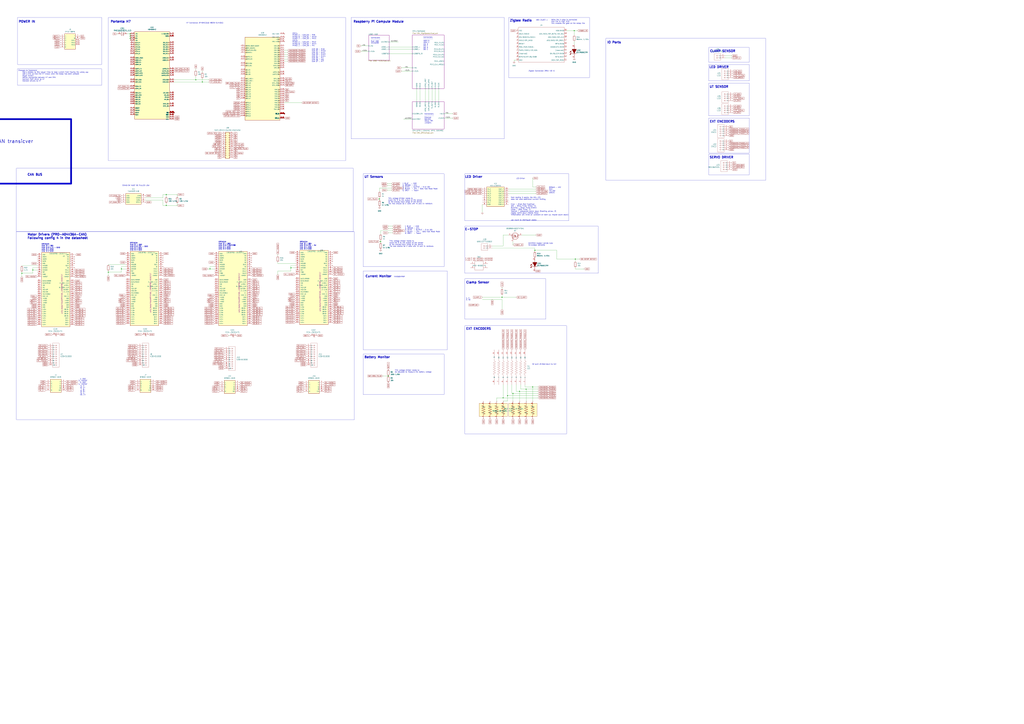
<source format=kicad_sch>
(kicad_sch (version 20231120) (generator "eeschema") (generator_version "8.0")
  (paper "A0")
  (lib_symbols
    (symbol "ABX00042:ABX00042" (pin_names (offset 1.016))
      (property "Reference" "U" (at -20.32 52.07 0))
      (property "Value" "ABX00042" (at -20.32 -53.34 0))
      (symbol "ABX00042_1_0"
        (pin input line (at -25.4 38.1 0) (length 5.08) (name "ETH_A+") (number "J1_1"))
        (pin bidirectional line (at 25.4 38.1 180) (length 5.08) (name "DSI_D1+") (number "J1_10"))
        (pin no_connect line (at 25.4 -43.18 180) (length 5.08) (name "NC") (number "J1_11"))
        (pin bidirectional line (at 25.4 35.56 180) (length 5.08) (name "DSI_D1-") (number "J1_12"))
        (pin no_connect line (at 25.4 -43.18 180) (length 5.08) (name "NC") (number "J1_13"))
        (pin bidirectional line (at 25.4 33.02 180) (length 5.08) (name "DSI_D0+") (number "J1_14"))
        (pin no_connect line (at 25.4 -43.18 180) (length 5.08) (name "NC") (number "J1_15"))
        (pin bidirectional line (at 25.4 30.48 180) (length 5.08) (name "DSI_D0-") (number "J1_16"))
        (pin output line (at -25.4 27.94 0) (length 5.08) (name "ETH_L1") (number "J1_17"))
        (pin bidirectional line (at 25.4 27.94 180) (length 5.08) (name "DSI_CK+") (number "J1_18"))
        (pin output line (at -25.4 25.4 0) (length 5.08) (name "ETH_L2") (number "J1_19"))
        (pin no_connect line (at 25.4 -43.18 180) (length 5.08) (name "NC") (number "J1_2"))
        (pin bidirectional line (at 25.4 25.4 180) (length 5.08) (name "DSI_CK-") (number "J1_20"))
        (pin input line (at -25.4 48.26 0) (length 5.08) (name "VIN") (number "J1_21"))
        (pin power_in line (at 25.4 -48.26 180) (length 5.08) (name "GND") (number "J1_22"))
        (pin power_in line (at -25.4 20.32 0) (length 5.08) (name "USB1_VBUS") (number "J1_23"))
        (pin no_connect line (at 25.4 -43.18 180) (length 5.08) (name "NC") (number "J1_24"))
        (pin bidirectional line (at -25.4 17.78 0) (length 5.08) (name "USB1_D+") (number "J1_25"))
        (pin bidirectional line (at 25.4 20.32 180) (length 5.08) (name "USB0_D+") (number "J1_26"))
        (pin bidirectional line (at -25.4 15.24 0) (length 5.08) (name "USB1_D-") (number "J1_27"))
        (pin bidirectional line (at 25.4 17.78 180) (length 5.08) (name "USB0_D-") (number "J1_28"))
        (pin bidirectional line (at -25.4 12.7 0) (length 5.08) (name "USB1_ID") (number "J1_29"))
        (pin input line (at -25.4 35.56 0) (length 5.08) (name "ETH_A-") (number "J1_3"))
        (pin no_connect line (at 25.4 -43.18 180) (length 5.08) (name "NC") (number "J1_30"))
        (pin power_in line (at 25.4 -45.72 180) (length 5.08) (name "GND") (number "J1_31"))
        (pin input line (at -25.4 40.64 0) (length 5.08) (name "VIN") (number "J1_32"))
        (pin output line (at -25.4 7.62 0) (length 5.08) (name "UART1_TX") (number "J1_33"))
        (pin output line (at 25.4 7.62 180) (length 5.08) (name "UART0_TX") (number "J1_34"))
        (pin input line (at -25.4 5.08 0) (length 5.08) (name "UART1_RX") (number "J1_35"))
        (pin input line (at 25.4 5.08 180) (length 5.08) (name "UART0_RX") (number "J1_36"))
        (pin bidirectional line (at -25.4 2.54 0) (length 5.08) (name "UART1_RTS") (number "J1_37"))
        (pin bidirectional line (at 25.4 2.54 180) (length 5.08) (name "UART0_RTS") (number "J1_38"))
        (pin bidirectional line (at -25.4 0 0) (length 5.08) (name "UART1_CTS") (number "J1_39"))
        (pin no_connect line (at 25.4 -43.18 180) (length 5.08) (name "NC") (number "J1_4"))
        (pin bidirectional line (at 25.4 0 180) (length 5.08) (name "UART0_CTS") (number "J1_40"))
        (pin input line (at -25.4 45.72 0) (length 5.08) (name "VIN") (number "J1_41"))
        (pin power_in line (at 25.4 -50.8 180) (length 5.08) (name "GND") (number "J1_42"))
        (pin bidirectional line (at -25.4 -5.08 0) (length 5.08) (name "I2C1_SDA") (number "J1_43"))
        (pin bidirectional line (at 25.4 -5.08 180) (length 5.08) (name "I2C0_SDA") (number "J1_44"))
        (pin input line (at -25.4 -7.62 0) (length 5.08) (name "I2C1_SCL") (number "J1_45"))
        (pin input line (at 25.4 -7.62 180) (length 5.08) (name "I2C0_SCL") (number "J1_46"))
        (pin power_in line (at 25.4 -45.72 180) (length 5.08) (name "GND") (number "J1_47"))
        (pin input line (at -25.4 43.18 0) (length 5.08) (name "VIN") (number "J1_48"))
        (pin output line (at -25.4 -12.7 0) (length 5.08) (name "CAN1_TX") (number "J1_49"))
        (pin input line (at -25.4 33.02 0) (length 5.08) (name "ETH_B+") (number "J1_5"))
        (pin no_connect line (at 25.4 -43.18 180) (length 5.08) (name "NC") (number "J1_50"))
        (pin input line (at -25.4 -15.24 0) (length 5.08) (name "CAN1_RX") (number "J1_51"))
        (pin no_connect line (at 25.4 -43.18 180) (length 5.08) (name "NC") (number "J1_52"))
        (pin power_in line (at 25.4 45.72 180) (length 5.08) (name "VSYS") (number "J1_53"))
        (pin power_in line (at 25.4 -45.72 180) (length 5.08) (name "GND") (number "J1_54"))
        (pin input line (at -25.4 -20.32 0) (length 5.08) (name "SDC_CLK") (number "J1_55"))
        (pin bidirectional line (at 25.4 -20.32 180) (length 5.08) (name "I2S_MCK") (number "J1_56"))
        (pin input line (at -25.4 -22.86 0) (length 5.08) (name "SDC_CMD") (number "J1_57"))
        (pin bidirectional line (at 25.4 -22.86 180) (length 5.08) (name "I2S_WS") (number "J1_58"))
        (pin bidirectional line (at -25.4 -25.4 0) (length 5.08) (name "SDC_D0") (number "J1_59"))
        (pin no_connect line (at 25.4 -43.18 180) (length 5.08) (name "NC") (number "J1_6"))
        (pin input line (at 25.4 -25.4 180) (length 5.08) (name "I2S_DI") (number "J1_60"))
        (pin bidirectional line (at -25.4 -27.94 0) (length 5.08) (name "SDC_D1") (number "J1_61"))
        (pin output line (at 25.4 -27.94 180) (length 5.08) (name "I2S_DO") (number "J1_62"))
        (pin bidirectional line (at -25.4 -30.48 0) (length 5.08) (name "SDC_D2") (number "J1_63"))
        (pin power_in line (at 25.4 45.72 180) (length 5.08) (name "VSYS") (number "J1_64"))
        (pin bidirectional line (at -25.4 -33.02 0) (length 5.08) (name "SDC_D3") (number "J1_65"))
        (pin bidirectional line (at 25.4 -33.02 180) (length 5.08) (name "DMIC_CK") (number "J1_66"))
        (pin no_connect line (at 25.4 -43.18 180) (length 5.08) (name "NC") (number "J1_67"))
        (pin bidirectional line (at 25.4 -35.56 180) (length 5.08) (name "DMIC_D0") (number "J1_68"))
        (pin no_connect line (at 25.4 -43.18 180) (length 5.08) (name "NC") (number "J1_69"))
        (pin input line (at -25.4 30.48 0) (length 5.08) (name "ETH_B-") (number "J1_7"))
        (pin no_connect line (at 25.4 -43.18 180) (length 5.08) (name "NC") (number "J1_70"))
        (pin no_connect line (at 25.4 -43.18 180) (length 5.08) (name "NC") (number "J1_71"))
        (pin power_in line (at 25.4 48.26 180) (length 5.08) (name "V-SDCARD") (number "J1_72"))
        (pin input line (at -25.4 -38.1 0) (length 5.08) (name "~{RESET}") (number "J1_73"))
        (pin no_connect line (at 25.4 -43.18 180) (length 5.08) (name "NC") (number "J1_74"))
        (pin bidirectional line (at -25.4 -40.64 0) (length 5.08) (name "SWDIO") (number "J1_75"))
        (pin no_connect line (at 25.4 -43.18 180) (length 5.08) (name "NC") (number "J1_76"))
        (pin input line (at -25.4 -43.18 0) (length 5.08) (name "SWCK") (number "J1_77"))
        (pin no_connect line (at 25.4 -43.18 180) (length 5.08) (name "NC") (number "J1_78"))
        (pin output line (at -25.4 -45.72 0) (length 5.08) (name "SWO") (number "J1_79"))
        (pin no_connect line (at 25.4 -43.18 180) (length 5.08) (name "NC") (number "J1_8"))
        (pin no_connect line (at 25.4 -43.18 180) (length 5.08) (name "NC") (number "J1_80"))
        (pin no_connect line (at 25.4 -43.18 180) (length 5.08) (name "NC") (number "J1_9"))
      )
      (symbol "ABX00042_2_0"
        (pin input line (at -25.4 38.1 0) (length 5.08) (name "FORCE_BOOTLOADER") (number "J2_1"))
        (pin bidirectional line (at 25.4 27.94 180) (length 5.08) (name "CAM_D3") (number "J2_10"))
        (pin no_connect line (at 25.4 -40.64 180) (length 5.08) (name "NC_1") (number "J2_11"))
        (pin bidirectional line (at 25.4 25.4 180) (length 5.08) (name "CAM_D2") (number "J2_12"))
        (pin no_connect line (at 25.4 -40.64 180) (length 5.08) (name "NC_1") (number "J2_13"))
        (pin bidirectional line (at 25.4 22.86 180) (length 5.08) (name "CAM_D1") (number "J2_14"))
        (pin no_connect line (at 25.4 -40.64 180) (length 5.08) (name "NC_1") (number "J2_15"))
        (pin bidirectional line (at 25.4 20.32 180) (length 5.08) (name "CAM_D0") (number "J2_16"))
        (pin no_connect line (at 25.4 -40.64 180) (length 5.08) (name "NC_1") (number "J2_17"))
        (pin bidirectional line (at 25.4 17.78 180) (length 5.08) (name "CAM_VS") (number "J2_18"))
        (pin no_connect line (at 25.4 -40.64 180) (length 5.08) (name "NC_1") (number "J2_19"))
        (pin bidirectional line (at 25.4 38.1 180) (length 5.08) (name "CAM_D7") (number "J2_2"))
        (pin bidirectional line (at 25.4 15.24 180) (length 5.08) (name "CAM_CLK") (number "J2_20"))
        (pin no_connect line (at 25.4 -40.64 180) (length 5.08) (name "NC_1") (number "J2_21"))
        (pin bidirectional line (at 25.4 12.7 180) (length 5.08) (name "CAM_HS") (number "J2_22"))
        (pin no_connect line (at 25.4 52.07 180) (length 5.08) (name "VCC/+3V3") (number "J2_23"))
        (pin power_in line (at 25.4 -45.72 180) (length 5.08) (name "GND_1") (number "J2_24"))
        (pin output line (at -25.4 25.4 0) (length 5.08) (name "UART3_TX") (number "J2_25"))
        (pin output line (at 25.4 7.62 180) (length 5.08) (name "UART2_TX") (number "J2_26"))
        (pin input line (at -25.4 22.86 0) (length 5.08) (name "UART3_RX") (number "J2_27"))
        (pin input line (at 25.4 5.08 180) (length 5.08) (name "UART2_RX") (number "J2_28"))
        (pin no_connect line (at 25.4 -40.64 180) (length 5.08) (name "NC_1") (number "J2_29"))
        (pin input line (at -25.4 35.56 0) (length 5.08) (name "BOOT_SOURCE") (number "J2_3"))
        (pin no_connect line (at 25.4 -40.64 180) (length 5.08) (name "NC_1") (number "J2_30"))
        (pin no_connect line (at 25.4 -40.64 180) (length 5.08) (name "NC_1") (number "J2_31"))
        (pin no_connect line (at 25.4 -40.64 180) (length 5.08) (name "NC_1") (number "J2_32"))
        (pin power_in line (at 25.4 -45.72 180) (length 5.08) (name "GND_1") (number "J2_33"))
        (pin power_in line (at 25.4 45.72 180) (length 5.08) (name "VCC") (number "J2_34"))
        (pin no_connect line (at 25.4 -40.64 180) (length 5.08) (name "NC_1") (number "J2_35"))
        (pin input line (at 25.4 0 180) (length 5.08) (name "SPI1_CS") (number "J2_36"))
        (pin no_connect line (at 25.4 -40.64 180) (length 5.08) (name "NC_1") (number "J2_37"))
        (pin input line (at 25.4 -2.54 180) (length 5.08) (name "SPI1_CK") (number "J2_38"))
        (pin no_connect line (at 25.4 -40.64 180) (length 5.08) (name "NC_1") (number "J2_39"))
        (pin bidirectional line (at 25.4 35.56 180) (length 5.08) (name "CAM_D6") (number "J2_4"))
        (pin output line (at 25.4 -5.08 180) (length 5.08) (name "SPI1_MISO") (number "J2_40"))
        (pin no_connect line (at 25.4 -40.64 180) (length 5.08) (name "NC_1") (number "J2_41"))
        (pin input line (at 25.4 -7.62 180) (length 5.08) (name "SPI1_MOSI") (number "J2_42"))
        (pin no_connect line (at 25.4 48.26 180) (length 5.08) (name "VCC/+3V3") (number "J2_43"))
        (pin power_in line (at 25.4 -45.72 180) (length 5.08) (name "GND_1") (number "J2_44"))
        (pin bidirectional line (at -25.4 17.78 0) (length 5.08) (name "I2C2_SDA") (number "J2_45"))
        (pin bidirectional line (at -25.4 -27.94 0) (length 5.08) (name "GPIO_0") (number "J2_46"))
        (pin input line (at -25.4 15.24 0) (length 5.08) (name "I2C2_SCL") (number "J2_47"))
        (pin bidirectional line (at -25.4 -30.48 0) (length 5.08) (name "GPIO_1") (number "J2_48"))
        (pin input line (at -25.4 10.16 0) (length 5.08) (name "SAI_CK") (number "J2_49"))
        (pin input line (at -25.4 33.02 0) (length 5.08) (name "POWER_ON_REQ") (number "J2_5"))
        (pin bidirectional line (at -25.4 -33.02 0) (length 5.08) (name "GPIO_2") (number "J2_50"))
        (pin bidirectional line (at -25.4 7.62 0) (length 5.08) (name "SAI_FS") (number "J2_51"))
        (pin bidirectional line (at -25.4 -35.56 0) (length 5.08) (name "GPIO_3") (number "J2_52"))
        (pin bidirectional line (at -25.4 5.08 0) (length 5.08) (name "SAI_D0") (number "J2_53"))
        (pin bidirectional line (at -25.4 -38.1 0) (length 5.08) (name "GPIO_4") (number "J2_54"))
        (pin no_connect line (at 25.4 -40.64 180) (length 5.08) (name "NC_1") (number "J2_55"))
        (pin bidirectional line (at -25.4 -40.64 0) (length 5.08) (name "GPIO_5") (number "J2_56"))
        (pin power_in line (at 25.4 -45.72 180) (length 5.08) (name "GND_1") (number "J2_57"))
        (pin bidirectional line (at -25.4 -43.18 0) (length 5.08) (name "GPIO_6") (number "J2_58"))
        (pin bidirectional line (at 25.4 -12.7 180) (length 5.08) (name "PWM_1") (number "J2_59"))
        (pin bidirectional line (at 25.4 33.02 180) (length 5.08) (name "CAM_D5") (number "J2_6"))
        (pin bidirectional line (at 25.4 -25.4 180) (length 5.08) (name "PWM_6") (number "J2_60"))
        (pin bidirectional line (at 25.4 -15.24 180) (length 5.08) (name "PWM_2") (number "J2_61"))
        (pin bidirectional line (at 25.4 -27.94 180) (length 5.08) (name "PWM_7") (number "J2_62"))
        (pin bidirectional line (at 25.4 -17.78 180) (length 5.08) (name "PWM_3") (number "J2_63"))
        (pin bidirectional line (at 25.4 -30.48 180) (length 5.08) (name "PWM_8") (number "J2_64"))
        (pin bidirectional line (at 25.4 -20.32 180) (length 5.08) (name "PWM_4") (number "J2_65"))
        (pin bidirectional line (at 25.4 -33.02 180) (length 5.08) (name "PWM_9") (number "J2_66"))
        (pin bidirectional line (at 25.4 -22.86 180) (length 5.08) (name "PWM_5") (number "J2_67"))
        (pin bidirectional line (at 25.4 -35.56 180) (length 5.08) (name "PWM_10") (number "J2_68"))
        (pin no_connect line (at 25.4 43.18 180) (length 5.08) (name "VCC/+3V3") (number "J2_69"))
        (pin input line (at -25.4 30.48 0) (length 5.08) (name "COINCELL") (number "J2_7"))
        (pin power_in line (at 25.4 -45.72 180) (length 5.08) (name "GND_1") (number "J2_70"))
        (pin input line (at -25.4 0 0) (length 5.08) (name "ADC_VREF+") (number "J2_71"))
        (pin input line (at -25.4 -2.54 0) (length 5.08) (name "ADC_VREF-") (number "J2_72"))
        (pin input line (at -25.4 -5.08 0) (length 5.08) (name "ADC_A0") (number "J2_73"))
        (pin input line (at -25.4 -15.24 0) (length 5.08) (name "ADC_A4") (number "J2_74"))
        (pin input line (at -25.4 -7.62 0) (length 5.08) (name "ADC_A1") (number "J2_75"))
        (pin input line (at -25.4 -17.78 0) (length 5.08) (name "ADC_A5") (number "J2_76"))
        (pin input line (at -25.4 -10.16 0) (length 5.08) (name "ADC_A2") (number "J2_77"))
        (pin input line (at -25.4 -20.32 0) (length 5.08) (name "ADC_A6") (number "J2_78"))
        (pin input line (at -25.4 -12.7 0) (length 5.08) (name "ADC_A3") (number "J2_79"))
        (pin bidirectional line (at 25.4 30.48 180) (length 5.08) (name "CAM_D4") (number "J2_8"))
        (pin input line (at -25.4 -22.86 0) (length 5.08) (name "ADC_A7") (number "J2_80"))
        (pin no_connect line (at 25.4 -40.64 180) (length 5.08) (name "NC_1") (number "J2_9"))
      )
    )
    (symbol "ABX00042_1" (pin_names (offset 1.016))
      (property "Reference" "U" (at -20.32 52.07 0))
      (property "Value" "ABX00042" (at -20.32 -53.34 0))
      (symbol "ABX00042_1_1_0"
        (pin input line (at -25.4 38.1 0) (length 5.08) (name "ETH_A+") (number "J1_1"))
        (pin bidirectional line (at 25.4 38.1 180) (length 5.08) (name "DSI_D1+") (number "J1_10"))
        (pin no_connect line (at 25.4 -43.18 180) (length 5.08) (name "NC") (number "J1_11"))
        (pin bidirectional line (at 25.4 35.56 180) (length 5.08) (name "DSI_D1-") (number "J1_12"))
        (pin no_connect line (at 25.4 -43.18 180) (length 5.08) (name "NC") (number "J1_13"))
        (pin bidirectional line (at 25.4 33.02 180) (length 5.08) (name "DSI_D0+") (number "J1_14"))
        (pin no_connect line (at 25.4 -43.18 180) (length 5.08) (name "NC") (number "J1_15"))
        (pin bidirectional line (at 25.4 30.48 180) (length 5.08) (name "DSI_D0-") (number "J1_16"))
        (pin output line (at -25.4 27.94 0) (length 5.08) (name "ETH_L1") (number "J1_17"))
        (pin bidirectional line (at 25.4 27.94 180) (length 5.08) (name "DSI_CK+") (number "J1_18"))
        (pin output line (at -25.4 25.4 0) (length 5.08) (name "ETH_L2") (number "J1_19"))
        (pin no_connect line (at 25.4 -43.18 180) (length 5.08) (name "NC") (number "J1_2"))
        (pin bidirectional line (at 25.4 25.4 180) (length 5.08) (name "DSI_CK-") (number "J1_20"))
        (pin input line (at -25.4 48.26 0) (length 5.08) (name "VIN") (number "J1_21"))
        (pin power_in line (at 25.4 -48.26 180) (length 5.08) (name "GND") (number "J1_22"))
        (pin power_in line (at -25.4 20.32 0) (length 5.08) (name "USB1_VBUS") (number "J1_23"))
        (pin no_connect line (at 25.4 -43.18 180) (length 5.08) (name "NC") (number "J1_24"))
        (pin bidirectional line (at -25.4 17.78 0) (length 5.08) (name "USB1_D+") (number "J1_25"))
        (pin bidirectional line (at 25.4 20.32 180) (length 5.08) (name "USB0_D+") (number "J1_26"))
        (pin bidirectional line (at -25.4 15.24 0) (length 5.08) (name "USB1_D-") (number "J1_27"))
        (pin bidirectional line (at 25.4 17.78 180) (length 5.08) (name "USB0_D-") (number "J1_28"))
        (pin bidirectional line (at -25.4 12.7 0) (length 5.08) (name "USB1_ID") (number "J1_29"))
        (pin input line (at -25.4 35.56 0) (length 5.08) (name "ETH_A-") (number "J1_3"))
        (pin no_connect line (at 25.4 -43.18 180) (length 5.08) (name "NC") (number "J1_30"))
        (pin power_in line (at 25.4 -45.72 180) (length 5.08) (name "GND") (number "J1_31"))
        (pin input line (at -25.4 40.64 0) (length 5.08) (name "VIN") (number "J1_32"))
        (pin output line (at -25.4 7.62 0) (length 5.08) (name "UART1_TX") (number "J1_33"))
        (pin output line (at 25.4 7.62 180) (length 5.08) (name "UART0_TX") (number "J1_34"))
        (pin input line (at -25.4 5.08 0) (length 5.08) (name "UART1_RX") (number "J1_35"))
        (pin input line (at 25.4 5.08 180) (length 5.08) (name "UART0_RX") (number "J1_36"))
        (pin bidirectional line (at -25.4 2.54 0) (length 5.08) (name "UART1_RTS") (number "J1_37"))
        (pin bidirectional line (at 25.4 2.54 180) (length 5.08) (name "UART0_RTS") (number "J1_38"))
        (pin bidirectional line (at -25.4 0 0) (length 5.08) (name "UART1_CTS") (number "J1_39"))
        (pin no_connect line (at 25.4 -43.18 180) (length 5.08) (name "NC") (number "J1_4"))
        (pin bidirectional line (at 25.4 0 180) (length 5.08) (name "UART0_CTS") (number "J1_40"))
        (pin input line (at -25.4 45.72 0) (length 5.08) (name "VIN") (number "J1_41"))
        (pin power_in line (at 25.4 -50.8 180) (length 5.08) (name "GND") (number "J1_42"))
        (pin bidirectional line (at -25.4 -5.08 0) (length 5.08) (name "I2C1_SDA") (number "J1_43"))
        (pin bidirectional line (at 25.4 -5.08 180) (length 5.08) (name "I2C0_SDA") (number "J1_44"))
        (pin input line (at -25.4 -7.62 0) (length 5.08) (name "I2C1_SCL") (number "J1_45"))
        (pin input line (at 25.4 -7.62 180) (length 5.08) (name "I2C0_SCL") (number "J1_46"))
        (pin power_in line (at 25.4 -45.72 180) (length 5.08) (name "GND") (number "J1_47"))
        (pin input line (at -25.4 43.18 0) (length 5.08) (name "VIN") (number "J1_48"))
        (pin output line (at -25.4 -12.7 0) (length 5.08) (name "CAN1_TX") (number "J1_49"))
        (pin input line (at -25.4 33.02 0) (length 5.08) (name "ETH_B+") (number "J1_5"))
        (pin no_connect line (at 25.4 -43.18 180) (length 5.08) (name "NC") (number "J1_50"))
        (pin input line (at -25.4 -15.24 0) (length 5.08) (name "CAN1_RX") (number "J1_51"))
        (pin no_connect line (at 25.4 -43.18 180) (length 5.08) (name "NC") (number "J1_52"))
        (pin power_in line (at 25.4 45.72 180) (length 5.08) (name "VSYS") (number "J1_53"))
        (pin power_in line (at 25.4 -45.72 180) (length 5.08) (name "GND") (number "J1_54"))
        (pin input line (at -25.4 -20.32 0) (length 5.08) (name "SDC_CLK") (number "J1_55"))
        (pin bidirectional line (at 25.4 -20.32 180) (length 5.08) (name "I2S_MCK") (number "J1_56"))
        (pin input line (at -25.4 -22.86 0) (length 5.08) (name "SDC_CMD") (number "J1_57"))
        (pin bidirectional line (at 25.4 -22.86 180) (length 5.08) (name "I2S_WS") (number "J1_58"))
        (pin bidirectional line (at -25.4 -25.4 0) (length 5.08) (name "SDC_D0") (number "J1_59"))
        (pin no_connect line (at 25.4 -43.18 180) (length 5.08) (name "NC") (number "J1_6"))
        (pin input line (at 25.4 -25.4 180) (length 5.08) (name "I2S_DI") (number "J1_60"))
        (pin bidirectional line (at -25.4 -27.94 0) (length 5.08) (name "SDC_D1") (number "J1_61"))
        (pin output line (at 25.4 -27.94 180) (length 5.08) (name "I2S_DO") (number "J1_62"))
        (pin bidirectional line (at -25.4 -30.48 0) (length 5.08) (name "SDC_D2") (number "J1_63"))
        (pin power_in line (at 25.4 45.72 180) (length 5.08) (name "VSYS") (number "J1_64"))
        (pin bidirectional line (at -25.4 -33.02 0) (length 5.08) (name "SDC_D3") (number "J1_65"))
        (pin bidirectional line (at 25.4 -33.02 180) (length 5.08) (name "DMIC_CK") (number "J1_66"))
        (pin no_connect line (at 25.4 -43.18 180) (length 5.08) (name "NC") (number "J1_67"))
        (pin bidirectional line (at 25.4 -35.56 180) (length 5.08) (name "DMIC_D0") (number "J1_68"))
        (pin no_connect line (at 25.4 -43.18 180) (length 5.08) (name "NC") (number "J1_69"))
        (pin input line (at -25.4 30.48 0) (length 5.08) (name "ETH_B-") (number "J1_7"))
        (pin no_connect line (at 25.4 -43.18 180) (length 5.08) (name "NC") (number "J1_70"))
        (pin no_connect line (at 25.4 -43.18 180) (length 5.08) (name "NC") (number "J1_71"))
        (pin power_in line (at 25.4 48.26 180) (length 5.08) (name "V-SDCARD") (number "J1_72"))
        (pin input line (at -25.4 -38.1 0) (length 5.08) (name "~{RESET}") (number "J1_73"))
        (pin no_connect line (at 25.4 -43.18 180) (length 5.08) (name "NC") (number "J1_74"))
        (pin bidirectional line (at -25.4 -40.64 0) (length 5.08) (name "SWDIO") (number "J1_75"))
        (pin no_connect line (at 25.4 -43.18 180) (length 5.08) (name "NC") (number "J1_76"))
        (pin input line (at -25.4 -43.18 0) (length 5.08) (name "SWCK") (number "J1_77"))
        (pin no_connect line (at 25.4 -43.18 180) (length 5.08) (name "NC") (number "J1_78"))
        (pin output line (at -25.4 -45.72 0) (length 5.08) (name "SWO") (number "J1_79"))
        (pin no_connect line (at 25.4 -43.18 180) (length 5.08) (name "NC") (number "J1_8"))
        (pin no_connect line (at 25.4 -43.18 180) (length 5.08) (name "NC") (number "J1_80"))
        (pin no_connect line (at 25.4 -43.18 180) (length 5.08) (name "NC") (number "J1_9"))
      )
      (symbol "ABX00042_1_2_0"
        (pin input line (at -25.4 38.1 0) (length 5.08) (name "FORCE_BOOTLOADER") (number "J2_1"))
        (pin bidirectional line (at 25.4 27.94 180) (length 5.08) (name "CAM_D3") (number "J2_10"))
        (pin no_connect line (at 25.4 -40.64 180) (length 5.08) (name "NC_1") (number "J2_11"))
        (pin bidirectional line (at 25.4 25.4 180) (length 5.08) (name "CAM_D2") (number "J2_12"))
        (pin no_connect line (at 25.4 -40.64 180) (length 5.08) (name "NC_1") (number "J2_13"))
        (pin bidirectional line (at 25.4 22.86 180) (length 5.08) (name "CAM_D1") (number "J2_14"))
        (pin no_connect line (at 25.4 -40.64 180) (length 5.08) (name "NC_1") (number "J2_15"))
        (pin bidirectional line (at 25.4 20.32 180) (length 5.08) (name "CAM_D0") (number "J2_16"))
        (pin no_connect line (at 25.4 -40.64 180) (length 5.08) (name "NC_1") (number "J2_17"))
        (pin bidirectional line (at 25.4 17.78 180) (length 5.08) (name "CAM_VS") (number "J2_18"))
        (pin no_connect line (at 25.4 -40.64 180) (length 5.08) (name "NC_1") (number "J2_19"))
        (pin bidirectional line (at 25.4 38.1 180) (length 5.08) (name "CAM_D7") (number "J2_2"))
        (pin bidirectional line (at 25.4 15.24 180) (length 5.08) (name "CAM_CLK") (number "J2_20"))
        (pin no_connect line (at 25.4 -40.64 180) (length 5.08) (name "NC_1") (number "J2_21"))
        (pin bidirectional line (at 25.4 12.7 180) (length 5.08) (name "CAM_HS") (number "J2_22"))
        (pin power_in line (at 25.4 43.18 180) (length 5.08) (name "VCC/+3V3") (number "J2_23"))
        (pin power_in line (at 25.4 -45.72 180) (length 5.08) (name "GND_1") (number "J2_24"))
        (pin output line (at -25.4 25.4 0) (length 5.08) (name "UART3_TX") (number "J2_25"))
        (pin output line (at 25.4 7.62 180) (length 5.08) (name "UART2_TX") (number "J2_26"))
        (pin input line (at -25.4 22.86 0) (length 5.08) (name "UART3_RX") (number "J2_27"))
        (pin input line (at 25.4 5.08 180) (length 5.08) (name "UART2_RX") (number "J2_28"))
        (pin no_connect line (at 25.4 -40.64 180) (length 5.08) (name "NC_1") (number "J2_29"))
        (pin input line (at -25.4 35.56 0) (length 5.08) (name "BOOT_SOURCE") (number "J2_3"))
        (pin no_connect line (at 25.4 -40.64 180) (length 5.08) (name "NC_1") (number "J2_30"))
        (pin no_connect line (at 25.4 -40.64 180) (length 5.08) (name "NC_1") (number "J2_31"))
        (pin no_connect line (at 25.4 -40.64 180) (length 5.08) (name "NC_1") (number "J2_32"))
        (pin power_in line (at 25.4 -45.72 180) (length 5.08) (name "GND_1") (number "J2_33"))
        (pin power_in line (at 25.4 45.72 180) (length 5.08) (name "VCC") (number "J2_34"))
        (pin no_connect line (at 25.4 -40.64 180) (length 5.08) (name "NC_1") (number "J2_35"))
        (pin input line (at 25.4 0 180) (length 5.08) (name "SPI1_CS") (number "J2_36"))
        (pin no_connect line (at 25.4 -40.64 180) (length 5.08) (name "NC_1") (number "J2_37"))
        (pin input line (at 25.4 -2.54 180) (length 5.08) (name "SPI1_CK") (number "J2_38"))
        (pin no_connect line (at 25.4 -40.64 180) (length 5.08) (name "NC_1") (number "J2_39"))
        (pin bidirectional line (at 25.4 35.56 180) (length 5.08) (name "CAM_D6") (number "J2_4"))
        (pin output line (at 25.4 -5.08 180) (length 5.08) (name "SPI1_MISO") (number "J2_40"))
        (pin no_connect line (at 25.4 -40.64 180) (length 5.08) (name "NC_1") (number "J2_41"))
        (pin input line (at 25.4 -7.62 180) (length 5.08) (name "SPI1_MOSI") (number "J2_42"))
        (pin power_in line (at 25.4 43.18 180) (length 5.08) (name "VCC/+3V3") (number "J2_43"))
        (pin power_in line (at 25.4 -45.72 180) (length 5.08) (name "GND_1") (number "J2_44"))
        (pin bidirectional line (at -25.4 17.78 0) (length 5.08) (name "I2C2_SDA") (number "J2_45"))
        (pin bidirectional line (at -25.4 -27.94 0) (length 5.08) (name "GPIO_0") (number "J2_46"))
        (pin input line (at -25.4 15.24 0) (length 5.08) (name "I2C2_SCL") (number "J2_47"))
        (pin bidirectional line (at -25.4 -30.48 0) (length 5.08) (name "GPIO_1") (number "J2_48"))
        (pin input line (at -25.4 10.16 0) (length 5.08) (name "SAI_CK") (number "J2_49"))
        (pin input line (at -25.4 33.02 0) (length 5.08) (name "POWER_ON_REQ") (number "J2_5"))
        (pin bidirectional line (at -25.4 -33.02 0) (length 5.08) (name "GPIO_2") (number "J2_50"))
        (pin bidirectional line (at -25.4 7.62 0) (length 5.08) (name "SAI_FS") (number "J2_51"))
        (pin bidirectional line (at -25.4 -35.56 0) (length 5.08) (name "GPIO_3") (number "J2_52"))
        (pin bidirectional line (at -25.4 5.08 0) (length 5.08) (name "SAI_D0") (number "J2_53"))
        (pin bidirectional line (at -25.4 -38.1 0) (length 5.08) (name "GPIO_4") (number "J2_54"))
        (pin no_connect line (at 25.4 -40.64 180) (length 5.08) (name "NC_1") (number "J2_55"))
        (pin bidirectional line (at -25.4 -40.64 0) (length 5.08) (name "GPIO_5") (number "J2_56"))
        (pin power_in line (at 25.4 -45.72 180) (length 5.08) (name "GND_1") (number "J2_57"))
        (pin bidirectional line (at -25.4 -43.18 0) (length 5.08) (name "GPIO_6") (number "J2_58"))
        (pin bidirectional line (at 25.4 -12.7 180) (length 5.08) (name "PWM_1") (number "J2_59"))
        (pin bidirectional line (at 25.4 33.02 180) (length 5.08) (name "CAM_D5") (number "J2_6"))
        (pin bidirectional line (at 25.4 -25.4 180) (length 5.08) (name "PWM_6") (number "J2_60"))
        (pin bidirectional line (at 25.4 -15.24 180) (length 5.08) (name "PWM_2") (number "J2_61"))
        (pin bidirectional line (at 25.4 -27.94 180) (length 5.08) (name "PWM_7") (number "J2_62"))
        (pin bidirectional line (at 25.4 -17.78 180) (length 5.08) (name "PWM_3") (number "J2_63"))
        (pin bidirectional line (at 25.4 -30.48 180) (length 5.08) (name "PWM_8") (number "J2_64"))
        (pin bidirectional line (at 25.4 -20.32 180) (length 5.08) (name "PWM_4") (number "J2_65"))
        (pin bidirectional line (at 25.4 -33.02 180) (length 5.08) (name "PWM_9") (number "J2_66"))
        (pin bidirectional line (at 25.4 -22.86 180) (length 5.08) (name "PWM_5") (number "J2_67"))
        (pin bidirectional line (at 25.4 -35.56 180) (length 5.08) (name "PWM_10") (number "J2_68"))
        (pin power_in line (at 25.4 43.18 180) (length 5.08) (name "VCC/+3V3") (number "J2_69"))
        (pin input line (at -25.4 30.48 0) (length 5.08) (name "COINCELL") (number "J2_7"))
        (pin power_in line (at 25.4 -45.72 180) (length 5.08) (name "GND_1") (number "J2_70"))
        (pin input line (at -25.4 0 0) (length 5.08) (name "ADC_VREF+") (number "J2_71"))
        (pin input line (at -25.4 -2.54 0) (length 5.08) (name "ADC_VREF-") (number "J2_72"))
        (pin input line (at -25.4 -5.08 0) (length 5.08) (name "ADC_A0") (number "J2_73"))
        (pin input line (at -25.4 -15.24 0) (length 5.08) (name "ADC_A4") (number "J2_74"))
        (pin input line (at -25.4 -7.62 0) (length 5.08) (name "ADC_A1") (number "J2_75"))
        (pin input line (at -25.4 -17.78 0) (length 5.08) (name "ADC_A5") (number "J2_76"))
        (pin input line (at -25.4 -10.16 0) (length 5.08) (name "ADC_A2") (number "J2_77"))
        (pin input line (at -25.4 -20.32 0) (length 5.08) (name "ADC_A6") (number "J2_78"))
        (pin input line (at -25.4 -12.7 0) (length 5.08) (name "ADC_A3") (number "J2_79"))
        (pin bidirectional line (at 25.4 30.48 180) (length 5.08) (name "CAM_D4") (number "J2_8"))
        (pin input line (at -25.4 -22.86 0) (length 5.08) (name "ADC_A7") (number "J2_80"))
        (pin no_connect line (at 25.4 -40.64 180) (length 5.08) (name "NC_1") (number "J2_9"))
      )
    )
    (symbol "BSS806NH6327XTSA1:BSS806NH6327XTSA1" (pin_names hide)
      (property "Reference" "Q" (at 11.43 3.81 0))
      (property "Value" "BSS806NH6327XTSA1" (at 11.43 1.27 0))
      (symbol "BSS806NH6327XTSA1_1_1"
        (pin passive line (at 0 0 0) (length 2.54) (name "G") (number "1"))
        (pin passive line (at 7.62 -5.08 90) (length 2.54) (name "S") (number "2"))
        (pin passive line (at 7.62 10.16 270) (length 2.54) (name "D") (number "3"))
      )
    )
    (symbol "Connector_Generic:Conn_02x12_Counter_Clockwise" (pin_names (offset 1.016) hide)
      (property "Reference" "J" (at 1.27 15.24 0))
      (property "Value" "Conn_02x12_Counter_Clockwise" (at 1.27 -17.78 0))
      (symbol "Conn_02x12_Counter_Clockwise_1_1"
        (pin passive line (at -5.08 12.7 0) (length 3.81) (name "Pin_1") (number "1"))
        (pin passive line (at -5.08 -10.16 0) (length 3.81) (name "Pin_10") (number "10"))
        (pin passive line (at -5.08 -12.7 0) (length 3.81) (name "Pin_11") (number "11"))
        (pin passive line (at -5.08 -15.24 0) (length 3.81) (name "Pin_12") (number "12"))
        (pin passive line (at 7.62 -15.24 180) (length 3.81) (name "Pin_13") (number "13"))
        (pin passive line (at 7.62 -12.7 180) (length 3.81) (name "Pin_14") (number "14"))
        (pin passive line (at 7.62 -10.16 180) (length 3.81) (name "Pin_15") (number "15"))
        (pin passive line (at 7.62 -7.62 180) (length 3.81) (name "Pin_16") (number "16"))
        (pin passive line (at 7.62 -5.08 180) (length 3.81) (name "Pin_17") (number "17"))
        (pin passive line (at 7.62 -2.54 180) (length 3.81) (name "Pin_18") (number "18"))
        (pin passive line (at 7.62 0 180) (length 3.81) (name "Pin_19") (number "19"))
        (pin passive line (at -5.08 10.16 0) (length 3.81) (name "Pin_2") (number "2"))
        (pin passive line (at 7.62 2.54 180) (length 3.81) (name "Pin_20") (number "20"))
        (pin passive line (at 7.62 5.08 180) (length 3.81) (name "Pin_21") (number "21"))
        (pin passive line (at 7.62 7.62 180) (length 3.81) (name "Pin_22") (number "22"))
        (pin passive line (at 7.62 10.16 180) (length 3.81) (name "Pin_23") (number "23"))
        (pin passive line (at 7.62 12.7 180) (length 3.81) (name "Pin_24") (number "24"))
        (pin passive line (at -5.08 7.62 0) (length 3.81) (name "Pin_3") (number "3"))
        (pin passive line (at -5.08 5.08 0) (length 3.81) (name "Pin_4") (number "4"))
        (pin passive line (at -5.08 2.54 0) (length 3.81) (name "Pin_5") (number "5"))
        (pin passive line (at -5.08 0 0) (length 3.81) (name "Pin_6") (number "6"))
        (pin passive line (at -5.08 -2.54 0) (length 3.81) (name "Pin_7") (number "7"))
        (pin passive line (at -5.08 -5.08 0) (length 3.81) (name "Pin_8") (number "8"))
        (pin passive line (at -5.08 -7.62 0) (length 3.81) (name "Pin_9") (number "9"))
      )
    )
    (symbol "Device:R" (pin_numbers hide) (pin_names (offset 0))
      (property "Reference" "R" (at 2.032 0 90))
      (property "Value" "R" (at 0 0 90))
      (symbol "R_1_1"
        (pin passive line (at 0 3.81 270) (length 1.27) (name "~") (number "1"))
        (pin passive line (at 0 -3.81 90) (length 1.27) (name "~") (number "2"))
      )
    )
    (symbol "MC1413DR2G:MC1413DR2G"
      (property "Reference" "IC" (at 26.67 7.62 0))
      (property "Value" "MC1413DR2G" (at 26.67 5.08 0))
      (symbol "MC1413DR2G_1_1"
        (pin passive line (at 0 0 0) (length 5.08) (name "IN_1") (number "1"))
        (pin passive line (at 30.48 -15.24 180) (length 5.08) (name "OUT_1") (number "10"))
        (pin passive line (at 30.48 -12.7 180) (length 5.08) (name "OUT_2") (number "11"))
        (pin passive line (at 30.48 -10.16 180) (length 5.08) (name "OUT_3") (number "12"))
        (pin passive line (at 30.48 -7.62 180) (length 5.08) (name "OUT_4") (number "13"))
        (pin passive line (at 30.48 -5.08 180) (length 5.08) (name "OUT_5") (number "14"))
        (pin passive line (at 30.48 -2.54 180) (length 5.08) (name "OUT_6") (number "15"))
        (pin passive line (at 30.48 0 180) (length 5.08) (name "OUT_7") (number "16"))
        (pin passive line (at 0 -2.54 0) (length 5.08) (name "IN_2") (number "2"))
        (pin passive line (at 0 -5.08 0) (length 5.08) (name "IN_3") (number "3"))
        (pin passive line (at 0 -7.62 0) (length 5.08) (name "IN_4") (number "4"))
        (pin passive line (at 0 -10.16 0) (length 5.08) (name "IN_5") (number "5"))
        (pin passive line (at 0 -12.7 0) (length 5.08) (name "IN_6") (number "6"))
        (pin passive line (at 0 -15.24 0) (length 5.08) (name "IN_7") (number "7"))
        (pin passive line (at 0 -17.78 0) (length 5.08) (name "GND") (number "8"))
        (pin passive line (at 30.48 -17.78 180) (length 5.08) (name "COM_K") (number "9"))
      )
    )
    (symbol "QTLP650C2TR:QTLP650C2TR" (pin_names hide)
      (property "Reference" "LED" (at 12.7 8.89 0))
      (property "Value" "QTLP650C2TR" (at 12.7 6.35 0))
      (symbol "QTLP650C2TR_1_1"
        (pin passive line (at 0 0 0) (length 2.54) (name "K") (number "1"))
        (pin passive line (at 15.24 0 180) (length 2.54) (name "A") (number "2"))
      )
    )
    (symbol "TJA1049T_118:TJA1049T,118"
      (property "Reference" "IC" (at 24.13 7.62 0))
      (property "Value" "TJA1049T,118" (at 24.13 5.08 0))
      (symbol "TJA1049T,118_1_1"
        (pin passive line (at 0 0 0) (length 5.08) (name "TXD") (number "1"))
        (pin passive line (at 0 -2.54 0) (length 5.08) (name "GND") (number "2"))
        (pin passive line (at 0 -5.08 0) (length 5.08) (name "VCC") (number "3"))
        (pin passive line (at 0 -7.62 0) (length 5.08) (name "RXD") (number "4"))
        (pin passive line (at 27.94 -7.62 180) (length 5.08) (name "SPLIT") (number "5"))
        (pin passive line (at 27.94 -5.08 180) (length 5.08) (name "CANL") (number "6"))
        (pin passive line (at 27.94 -2.54 180) (length 5.08) (name "CANH") (number "7"))
        (pin passive line (at 27.94 0 180) (length 5.08) (name "STB") (number "8"))
      )
    )
    (symbol "XA1E-BV302-R:XA1E-BV302-R"
      (property "Reference" "SW" (at 0 10.16 0))
      (symbol "XA1E-BV302-R_1_1"
        (text "1 and 2 are normally connected\n3 and 4 are normally connected" (at 0 7.62 0) (effects (font (size 1.27 1.27))))
        (pin passive line (at -10.16 2.54 0) (length 5.08) (name "") (number "1"))
        (pin passive line (at -10.16 -2.54 0) (length 5.08) (name "") (number "2"))
        (pin passive line (at 10.16 2.54 180) (length 5.08) (name "") (number "3"))
        (pin passive line (at 10.16 -2.54 180) (length 5.08) (name "") (number "4"))
      )
    )
    (symbol "XB3-24AST-J:XB3-24AST-J"
      (property "Reference" "U" (at -8.89 -2.54 0))
      (symbol "XB3-24AST-J_1_1"
        (pin input line (at -29.21 16.51 0) (length 2.54) (name "VCC") (number "1"))
        (pin input line (at -29.21 -17.78 0) (length 2.54) (name "GND") (number "10"))
        (pin input line (at 29.21 -17.78 180) (length 2.54) (name "DIO4/SPI_MOSI") (number "11"))
        (pin input line (at 29.21 -13.97 180) (length 2.54) (name "!CTS/DIO7") (number "12"))
        (pin input line (at 29.21 -10.16 180) (length 2.54) (name "ON/!SLEEP/DIO9") (number "13"))
        (pin input line (at 29.21 -6.35 180) (length 2.54) (name "[reserved]") (number "14"))
        (pin input line (at 29.21 -2.54 180) (length 2.54) (name "ASSOCIATE/DIO5") (number "15"))
        (pin input line (at 29.21 1.27 180) (length 2.54) (name "!RTS/DIO6") (number "16"))
        (pin input line (at 29.21 5.08 180) (length 2.54) (name "AD3/DIO3/SPI_!SSEL") (number "17"))
        (pin input line (at 29.21 8.89 180) (length 2.54) (name "AD2/DIO2/SPI_CLK") (number "18"))
        (pin input line (at 29.21 12.7 180) (length 2.54) (name "AD1/DIO1/SPI_!ATTN/I2C_SCL") (number "19"))
        (pin input line (at -29.21 12.7 0) (length 2.54) (name "DOUT/DIO13") (number "2"))
        (pin input line (at 29.21 16.51 180) (length 2.54) (name "AD0/DIO0") (number "20"))
        (pin input line (at -29.21 8.89 0) (length 2.54) (name "DIN/!CONFIG/DIO14") (number "3"))
        (pin input line (at -29.21 5.08 0) (length 2.54) (name "DIO12/SPI_MISO") (number "4"))
        (pin input line (at -29.21 1.27 0) (length 2.54) (name "!RESET") (number "5"))
        (pin input line (at -29.21 -2.54 0) (length 2.54) (name "RSSI_PWM/DIO10") (number "6"))
        (pin input line (at -29.21 -6.35 0) (length 2.54) (name "PWM1/DIO11/I2C_SDA") (number "7"))
        (pin input line (at -29.21 -10.16 0) (length 2.54) (name "[reserved]") (number "8"))
        (pin input line (at -29.21 -13.97 0) (length 2.54) (name "!DTR/SLEEP_RQ/DIO8") (number "9"))
      )
    )
    (symbol "avid_symbols:10018783-10101TLF" (pin_names (offset 1.016))
      (property "Reference" "J" (at 16.51 48.895 0))
      (property "Value" "10018783-10101TLF" (at 16.51 -40.64 0))
      (symbol "10018783-10101TLF_1_0"
        (pin passive line (at 21.59 45.72 180) (length 5.08) (name "GND") (number "A1"))
        (pin passive line (at 21.59 22.86 180) (length 5.08) (name "HALL3") (number "A10"))
        (pin passive line (at 21.59 20.32 180) (length 5.08) (name "+5VOUT") (number "A11"))
        (pin passive line (at 21.59 15.24 180) (length 5.08) (name "GND") (number "A12"))
        (pin passive line (at 21.59 12.7 180) (length 5.08) (name "A-/SIN-/LH1") (number "A13"))
        (pin passive line (at 21.59 10.16 180) (length 5.08) (name "A/SIN+") (number "A14"))
        (pin passive line (at 21.59 7.62 180) (length 5.08) (name "B-/COS-/LH2") (number "A15"))
        (pin passive line (at 21.59 5.08 180) (length 5.08) (name "B/COS+") (number "A16"))
        (pin passive line (at 21.59 2.54 180) (length 5.08) (name "Z-/LH3") (number "A17"))
        (pin passive line (at 21.59 0 180) (length 5.08) (name "Z+") (number "A18"))
        (pin passive line (at 21.59 -2.54 180) (length 5.08) (name "CAN-HI") (number "A19"))
        (pin no_connect line (at 21.59 43.18 180) (length 5.08) (name "NC") (number "A2"))
        (pin passive line (at 21.59 -5.08 180) (length 5.08) (name "GND") (number "A20"))
        (pin passive line (at 21.59 -7.62 180) (length 5.08) (name "+VMOT") (number "A21"))
        (pin passive line (at 21.59 -10.16 180) (length 5.08) (name "+VMOT") (number "A22"))
        (pin passive line (at 21.59 -12.7 180) (length 5.08) (name "GND") (number "A23"))
        (pin passive line (at 21.59 -15.24 180) (length 5.08) (name "GND") (number "A24"))
        (pin passive line (at 21.59 -17.78 180) (length 5.08) (name "BR/B-") (number "A25"))
        (pin passive line (at 21.59 -20.32 180) (length 5.08) (name "BR/B-") (number "A26"))
        (pin passive line (at 21.59 -22.86 180) (length 5.08) (name "BR/B-") (number "A27"))
        (pin passive line (at 21.59 -25.4 180) (length 5.08) (name "BR/B-") (number "A28"))
        (pin passive line (at 21.59 -27.94 180) (length 5.08) (name "B/A-") (number "A29"))
        (pin no_connect line (at 21.59 40.64 180) (length 5.08) (name "NC") (number "A3"))
        (pin passive line (at 21.59 -30.48 180) (length 5.08) (name "B/A-") (number "A30"))
        (pin passive line (at 21.59 -33.02 180) (length 5.08) (name "B/A-") (number "A31"))
        (pin passive line (at 21.59 -35.56 180) (length 5.08) (name "B/A-") (number "A32"))
        (pin no_connect line (at 21.59 38.1 180) (length 5.08) (name "NC") (number "A4"))
        (pin no_connect line (at 21.59 35.56 180) (length 5.08) (name "NC") (number "A5"))
        (pin passive line (at 21.59 33.02 180) (length 5.08) (name "OUT1") (number "A6"))
        (pin no_connect line (at 21.59 30.48 180) (length 5.08) (name "NC") (number "A7"))
        (pin passive line (at 21.59 27.94 180) (length 5.08) (name "HALL1") (number "A8"))
        (pin passive line (at 21.59 25.4 180) (length 5.08) (name "HALL2") (number "A9"))
        (pin passive line (at -21.59 45.72 0) (length 5.08) (name "GND") (number "B1"))
        (pin passive line (at -21.59 22.86 0) (length 5.08) (name "FDBK") (number "B10"))
        (pin passive line (at -21.59 20.32 0) (length 5.08) (name "+5VOUT") (number "B11"))
        (pin passive line (at -21.59 15.24 0) (length 5.08) (name "OUT2/ERROR") (number "B12"))
        (pin passive line (at -21.59 12.7 0) (length 5.08) (name "OUT3/READY") (number "B13"))
        (pin passive line (at -21.59 10.16 0) (length 5.08) (name "IN0") (number "B14"))
        (pin passive line (at -21.59 7.62 0) (length 5.08) (name "IN1") (number "B15"))
        (pin passive line (at -21.59 5.08 0) (length 5.08) (name "IN2/LSP") (number "B16"))
        (pin passive line (at -21.59 2.54 0) (length 5.08) (name "IN3/LSN") (number "B17"))
        (pin passive line (at -21.59 0 0) (length 5.08) (name "IN4/ENABLE") (number "B18"))
        (pin passive line (at -21.59 -2.54 0) (length 5.08) (name "CAN-LO") (number "B19"))
        (pin passive line (at -21.59 43.18 0) (length 5.08) (name "232TX") (number "B2"))
        (pin passive line (at -21.59 -5.08 0) (length 5.08) (name "+VLOG") (number "B20"))
        (pin passive line (at -21.59 -7.62 0) (length 5.08) (name "+VMOT") (number "B21"))
        (pin passive line (at -21.59 -10.16 0) (length 5.08) (name "+VMOT") (number "B22"))
        (pin passive line (at -21.59 -12.7 0) (length 5.08) (name "GND") (number "B23"))
        (pin passive line (at -21.59 -15.24 0) (length 5.08) (name "GND") (number "B24"))
        (pin passive line (at -21.59 -17.78 0) (length 5.08) (name "C/B+") (number "B25"))
        (pin passive line (at -21.59 -20.32 0) (length 5.08) (name "C/B+") (number "B26"))
        (pin passive line (at -21.59 -22.86 0) (length 5.08) (name "C/B+") (number "B27"))
        (pin passive line (at -21.59 -25.4 0) (length 5.08) (name "C/B+") (number "B28"))
        (pin passive line (at -21.59 -27.94 0) (length 5.08) (name "A/A+") (number "B29"))
        (pin passive line (at -21.59 40.64 0) (length 5.08) (name "232RX") (number "B3"))
        (pin passive line (at -21.59 -30.48 0) (length 5.08) (name "A/A+") (number "B30"))
        (pin passive line (at -21.59 -33.02 0) (length 5.08) (name "A/A+") (number "B31"))
        (pin passive line (at -21.59 -35.56 0) (length 5.08) (name "A/A+") (number "B32"))
        (pin passive line (at -21.59 38.1 0) (length 5.08) (name "OUT0") (number "B4"))
        (pin passive line (at -21.59 35.56 0) (length 5.08) (name "GND") (number "B5"))
        (pin passive line (at -21.59 33.02 0) (length 5.08) (name "AXISID0") (number "B6"))
        (pin passive line (at -21.59 30.48 0) (length 5.08) (name "AXISID1") (number "B7"))
        (pin passive line (at -21.59 27.94 0) (length 5.08) (name "AXISID2") (number "B8"))
        (pin passive line (at -21.59 25.4 0) (length 5.08) (name "REF") (number "B9"))
      )
    )
    (symbol "avid_symbols:430451000" (pin_names (offset 0.254))
      (property "Reference" "J" (at 8.89 6.35 0))
      (property "Value" "430451000" (at 0 0 0))
      (symbol "430451000_1_1"
        (pin unspecified line (at 0 0 0) (length 5.08) (name "1") (number "1"))
        (pin unspecified line (at 0 -22.86 0) (length 5.08) (name "10") (number "10"))
        (pin unspecified line (at 0 -2.54 0) (length 5.08) (name "2") (number "2"))
        (pin unspecified line (at 0 -5.08 0) (length 5.08) (name "3") (number "3"))
        (pin unspecified line (at 0 -7.62 0) (length 5.08) (name "4") (number "4"))
        (pin unspecified line (at 0 -10.16 0) (length 5.08) (name "5") (number "5"))
        (pin unspecified line (at 0 -12.7 0) (length 5.08) (name "6") (number "6"))
        (pin unspecified line (at 0 -15.24 0) (length 5.08) (name "7") (number "7"))
        (pin unspecified line (at 0 -17.78 0) (length 5.08) (name "8") (number "8"))
        (pin unspecified line (at 0 -20.32 0) (length 5.08) (name "9") (number "9"))
      )
      (symbol "430451000_1_2"
        (pin unspecified line (at 0 0 0) (length 5.08) (name "1") (number "1"))
        (pin unspecified line (at 0 -22.86 0) (length 5.08) (name "10") (number "10"))
        (pin unspecified line (at 0 -2.54 0) (length 5.08) (name "2") (number "2"))
        (pin unspecified line (at 0 -5.08 0) (length 5.08) (name "3") (number "3"))
        (pin unspecified line (at 0 -7.62 0) (length 5.08) (name "4") (number "4"))
        (pin unspecified line (at 0 -10.16 0) (length 5.08) (name "5") (number "5"))
        (pin unspecified line (at 0 -12.7 0) (length 5.08) (name "6") (number "6"))
        (pin unspecified line (at 0 -15.24 0) (length 5.08) (name "7") (number "7"))
        (pin unspecified line (at 0 -17.78 0) (length 5.08) (name "8") (number "8"))
        (pin unspecified line (at 0 -20.32 0) (length 5.08) (name "9") (number "9"))
      )
    )
    (symbol "avid_symbols:691137710002" (pin_names (offset 0.254))
      (property "Reference" "J" (at 8.89 6.35 0))
      (property "Value" "691137710002" (at 0 0 0))
      (symbol "691137710002_0_1"
        (pin unspecified line (at 0 0 0) (length 5.08) (name "1") (number "1"))
        (pin unspecified line (at 0 -2.54 0) (length 5.08) (name "2") (number "2"))
      )
    )
    (symbol "avid_symbols:87833-1019"
      (property "Reference" "J" (at 19.05 7.62 0))
      (property "Value" "87833-1019" (at 19.05 5.08 0))
      (symbol "87833-1019_1_1"
        (pin passive line (at 0 0 0) (length 5.08) (name "1") (number "1"))
        (pin passive line (at 22.86 -10.16 180) (length 5.08) (name "10") (number "10"))
        (pin passive line (at 22.86 0 180) (length 5.08) (name "2") (number "2"))
        (pin passive line (at 0 -2.54 0) (length 5.08) (name "3") (number "3"))
        (pin passive line (at 22.86 -2.54 180) (length 5.08) (name "4") (number "4"))
        (pin passive line (at 0 -5.08 0) (length 5.08) (name "5") (number "5"))
        (pin passive line (at 22.86 -5.08 180) (length 5.08) (name "6") (number "6"))
        (pin passive line (at 0 -7.62 0) (length 5.08) (name "7") (number "7"))
        (pin passive line (at 22.86 -7.62 180) (length 5.08) (name "8") (number "8"))
        (pin passive line (at 0 -10.16 0) (length 5.08) (name "9") (number "9"))
      )
    )
    (symbol "avid_symbols:901362102" (pin_names (offset 0.254))
      (property "Reference" "J" (at 8.89 6.35 0))
      (property "Value" "901362102" (at 0 0 0))
      (symbol "901362102_1_1"
        (pin unspecified line (at 0 0 0) (length 5.08) (name "1") (number "1"))
        (pin unspecified line (at 0 -2.54 0) (length 5.08) (name "2") (number "2"))
      )
      (symbol "901362102_1_2"
        (pin unspecified line (at 0 0 0) (length 5.08) (name "1") (number "1"))
        (pin unspecified line (at 0 -2.54 0) (length 5.08) (name "2") (number "2"))
      )
    )
    (symbol "avid_symbols:901362104" (pin_names (offset 0.254))
      (property "Reference" "J" (at 8.89 6.35 0))
      (property "Value" "901362104" (at 0 0 0))
      (symbol "901362104_1_1"
        (pin unspecified line (at 0 0 0) (length 5.08) (name "1") (number "1"))
        (pin unspecified line (at 0 -2.54 0) (length 5.08) (name "2") (number "2"))
        (pin unspecified line (at 0 -5.08 0) (length 5.08) (name "3") (number "3"))
        (pin unspecified line (at 0 -7.62 0) (length 5.08) (name "4") (number "4"))
      )
      (symbol "901362104_1_2"
        (pin unspecified line (at 0 0 0) (length 5.08) (name "1") (number "1"))
        (pin unspecified line (at 0 -2.54 0) (length 5.08) (name "2") (number "2"))
        (pin unspecified line (at 0 -5.08 0) (length 5.08) (name "3") (number "3"))
        (pin unspecified line (at 0 -7.62 0) (length 5.08) (name "4") (number "4"))
      )
    )
    (symbol "avid_symbols:901362105" (pin_names (offset 0.254))
      (property "Reference" "J" (at 8.89 6.35 0))
      (property "Value" "901362105" (at 0 0 0))
      (symbol "901362105_1_1"
        (pin unspecified line (at 0 0 0) (length 5.08) (name "1") (number "1"))
        (pin unspecified line (at 0 -2.54 0) (length 5.08) (name "2") (number "2"))
        (pin unspecified line (at 0 -5.08 0) (length 5.08) (name "3") (number "3"))
        (pin unspecified line (at 0 -7.62 0) (length 5.08) (name "4") (number "4"))
        (pin unspecified line (at 0 -10.16 0) (length 5.08) (name "5") (number "5"))
      )
      (symbol "901362105_1_2"
        (pin unspecified line (at 0 0 0) (length 5.08) (name "1") (number "1"))
        (pin unspecified line (at 0 -2.54 0) (length 5.08) (name "2") (number "2"))
        (pin unspecified line (at 0 -5.08 0) (length 5.08) (name "3") (number "3"))
        (pin unspecified line (at 0 -7.62 0) (length 5.08) (name "4") (number "4"))
        (pin unspecified line (at 0 -10.16 0) (length 5.08) (name "5") (number "5"))
      )
    )
    (symbol "avid_symbols:DT13-08PB"
      (property "Reference" "J" (at 19.05 7.62 0))
      (property "Value" "DT13-08PB" (at 19.05 5.08 0))
      (symbol "DT13-08PB_1_1"
        (pin passive line (at 0 0 0) (length 5.08) (name "1") (number "1"))
        (pin passive line (at 0 -2.54 0) (length 5.08) (name "2") (number "2"))
        (pin passive line (at 0 -5.08 0) (length 5.08) (name "3") (number "3"))
        (pin passive line (at 0 -7.62 0) (length 5.08) (name "4") (number "4"))
        (pin passive line (at 0 -10.16 0) (length 5.08) (name "5") (number "5"))
        (pin passive line (at 0 -12.7 0) (length 5.08) (name "6") (number "6"))
        (pin passive line (at 22.86 0 180) (length 5.08) (name "7") (number "7"))
        (pin passive line (at 22.86 -2.54 180) (length 5.08) (name "8") (number "8"))
        (pin passive line (at 22.86 -5.08 180) (length 5.08) (name "MH1") (number "MH1"))
        (pin passive line (at 22.86 -7.62 180) (length 5.08) (name "MH2") (number "MH2"))
        (pin passive line (at 22.86 -10.16 180) (length 5.08) (name "MH3") (number "MH3"))
      )
    )
    (symbol "avid_symbols:ECA-2AHG471" (pin_names (offset 0.254))
      (property "Reference" "C" (at 3.81 3.81 0))
      (property "Value" "ECA-2AHG471" (at 3.81 -3.81 0))
      (symbol "ECA-2AHG471_1_1"
        (pin unspecified line (at 0 0 0) (length 2.54) (name "") (number "1"))
        (pin unspecified line (at 7.62 0 180) (length 2.54) (name "") (number "2"))
      )
      (symbol "ECA-2AHG471_1_2"
        (pin unspecified line (at 0 0 270) (length 2.54) (name "1") (number "1"))
        (pin unspecified line (at 0 -7.62 90) (length 2.54) (name "2") (number "2"))
      )
    )
    (symbol "avid_symbols:PMEG6020ER_115" (pin_names (offset 0.254))
      (property "Reference" "CR" (at 5.08 4.445 0))
      (property "Value" "PMEG6020ER_115" (at 5.08 -3.81 0))
      (symbol "PMEG6020ER_115_0_1"
        (pin unspecified line (at 10.16 0 180) (length 2.54) (name "") (number "1"))
        (pin unspecified line (at 0 0 0) (length 2.54) (name "") (number "2"))
      )
    )
    (symbol "avid_symbols:YC164-JR-072KL" (pin_names (offset 1.016))
      (property "Reference" "R" (at -7.62 16.51 0))
      (property "Value" "YC164-JR-072KL" (at -7.62 -21.59 0))
      (symbol "YC164-JR-072KL_0_0"
        (pin passive line (at -10.16 10.16 0) (length 5.08) (name "1") (number "1"))
        (pin passive line (at -10.16 2.54 0) (length 5.08) (name "2") (number "2"))
        (pin passive line (at -10.16 -5.08 0) (length 5.08) (name "3") (number "3"))
        (pin passive line (at -10.16 -12.7 0) (length 5.08) (name "4") (number "4"))
        (pin passive line (at 10.16 -12.7 180) (length 5.08) (name "5") (number "5"))
        (pin passive line (at 10.16 -5.08 180) (length 5.08) (name "6") (number "6"))
        (pin passive line (at 10.16 2.54 180) (length 5.08) (name "7") (number "7"))
        (pin passive line (at 10.16 10.16 180) (length 5.08) (name "8") (number "8"))
      )
    )
    (symbol "avid_symbols:YC248-JR-0710KL" (pin_names (offset 0.254))
      (property "Reference" "U" (at 20.32 7.62 0))
      (property "Value" "YC248-JR-0710KL" (at 20.32 5.08 0))
      (symbol "YC248-JR-0710KL_0_1"
        (pin unspecified line (at 0 0 0) (length 7.62) (name "1") (number "1"))
        (pin unspecified line (at 40.64 -30.48 180) (length 7.62) (name "10") (number "10"))
        (pin unspecified line (at 40.64 -25.4 180) (length 7.62) (name "11") (number "11"))
        (pin unspecified line (at 40.64 -20.32 180) (length 7.62) (name "12") (number "12"))
        (pin unspecified line (at 40.64 -15.24 180) (length 7.62) (name "13") (number "13"))
        (pin unspecified line (at 40.64 -10.16 180) (length 7.62) (name "14") (number "14"))
        (pin unspecified line (at 40.64 -5.08 180) (length 7.62) (name "15") (number "15"))
        (pin unspecified line (at 40.64 0 180) (length 7.62) (name "16") (number "16"))
        (pin unspecified line (at 0 -5.08 0) (length 7.62) (name "2") (number "2"))
        (pin unspecified line (at 0 -10.16 0) (length 7.62) (name "3") (number "3"))
        (pin unspecified line (at 0 -15.24 0) (length 7.62) (name "4") (number "4"))
        (pin unspecified line (at 0 -20.32 0) (length 7.62) (name "5") (number "5"))
        (pin unspecified line (at 0 -25.4 0) (length 7.62) (name "6") (number "6"))
        (pin unspecified line (at 0 -30.48 0) (length 7.62) (name "7") (number "7"))
        (pin unspecified line (at 0 -35.56 0) (length 7.62) (name "8") (number "8"))
        (pin unspecified line (at 40.64 -35.56 180) (length 7.62) (name "9") (number "9"))
      )
    )
    (symbol "power:GND" (power) (pin_names (offset 0))
      (property "Value" "GND" (at 0 -3.81 0))
      (symbol "GND_1_1"
        (pin power_in line (at 0 0 270) (length 0) hide (name "GND") (number "1"))
      )
    )
  )
  (junction (at 441.96 280.67))
  (junction (at 193.04 226.06))
  (junction (at 666.75 35.56))
  (junction (at 610.87 452.12))
  (junction (at 584.2 462.28))
  (junction (at 140.97 312.42))
  (junction (at 227.33 92.71))
  (junction (at 243.84 312.42))
  (junction (at 193.04 238.76))
  (junction (at 151.13 44.45))
  (junction (at 25.4 317.5))
  (junction (at 582.93 345.44))
  (junction (at 38.1 313.69))
  (junction (at 621.03 290.83))
  (junction (at 337.82 311.15))
  (junction (at 668.02 300.99))
  (junction (at 618.49 449.58))
  (junction (at 595.63 457.2))
  (junction (at 151.13 41.91))
  (junction (at 151.13 39.37))
  (junction (at 125.73 316.23))
  (junction (at 234.95 95.25))
  (junction (at 450.85 436.88))
  (junction (at 589.28 459.74))
  (junction (at 440.69 231.14))
  (junction (at 603.25 454.66))
  (wire (pts (xy 342.9 308.61) (xy 337.82 308.61)))
  (wire (pts (xy 334.01 60.96) (xy 330.2 60.96)))
  (wire (pts (xy 125.73 316.23) (xy 125.73 320.04)))
  (wire (pts (xy 440.69 229.87) (xy 440.69 231.14)))
  (wire (pts (xy 624.84 452.12) (xy 610.87 452.12)))
  (wire (pts (xy 440.69 218.44) (xy 454.66 218.44)))
  (wire (pts (xy 322.58 306.07) (xy 342.9 306.07)))
  (wire (pts (xy 666.75 48.26) (xy 666.75 52.07)))
  (wire (pts (xy 193.04 226.06) (xy 193.04 228.6)))
  (wire (pts (xy 334.01 58.42) (xy 330.2 58.42)))
  (wire (pts (xy 505.46 102.87) (xy 505.46 118.11)))
  (wire (pts (xy 440.69 218.44) (xy 440.69 222.25)))
  (wire (pts (xy 334.01 71.12) (xy 330.2 71.12)))
  (wire (pts (xy 624.84 462.28) (xy 584.2 462.28)))
  (wire (pts (xy 322.58 295.91) (xy 322.58 297.18)))
  (wire (pts (xy 571.5 288.29) (xy 621.03 288.29)))
  (wire (pts (xy 454.66 215.9) (xy 449.58 215.9)))
  (wire (pts (xy 668.02 312.42) (xy 678.18 312.42)))
  (wire (pts (xy 25.4 317.5) (xy 25.4 321.31)))
  (wire (pts (xy 334.01 63.5) (xy 330.2 63.5)))
  (wire (pts (xy 147.32 39.37) (xy 151.13 39.37)))
  (wire (pts (xy 135.89 39.37) (xy 137.16 39.37)))
  (wire (pts (xy 590.55 224.79) (xy 622.3 224.79)))
  (wire (pts (xy 610.87 452.12) (xy 604.52 452.12)))
  (wire (pts (xy 243.84 309.88) (xy 243.84 312.42)))
  (wire (pts (xy 205.74 226.06) (xy 205.74 228.6)))
  (wire (pts (xy 594.36 457.2) (xy 594.36 447.04)))
  (wire (pts (xy 666.75 35.56) (xy 670.56 35.56)))
  (wire (pts (xy 582.93 359.41) (xy 582.93 347.98)))
  (wire (pts (xy 151.13 39.37) (xy 151.13 41.91)))
  (wire (pts (xy 193.04 226.06) (xy 189.23 226.06)))
  (wire (pts (xy 590.55 219.71) (xy 622.3 219.71)))
  (wire (pts (xy 452.12 54.61) (xy 478.79 54.61)))
  (wire (pts (xy 609.6 449.58) (xy 609.6 447.04)))
  (wire (pts (xy 596.9 69.85) (xy 596.9 71.12)))
  (wire (pts (xy 193.04 238.76) (xy 189.23 238.76)))
  (wire (pts (xy 487.68 102.87) (xy 487.68 118.11)))
  (wire (pts (xy 322.58 314.96) (xy 322.58 318.77)))
  (wire (pts (xy 605.79 273.05) (xy 622.3 273.05)))
  (wire (pts (xy 441.96 279.4) (xy 441.96 280.67)))
  (wire (pts (xy 38.1 311.15) (xy 38.1 313.69)))
  (wire (pts (xy 43.18 311.15) (xy 38.1 311.15)))
  (wire (pts (xy 334.01 66.04) (xy 330.2 66.04)))
  (wire (pts (xy 25.4 317.5) (xy 38.1 317.5)))
  (wire (pts (xy 589.28 466.09) (xy 589.28 459.74)))
  (wire (pts (xy 125.73 316.23) (xy 125.73 314.96)))
  (wire (pts (xy 560.07 237.49) (xy 560.07 246.38)))
  (wire (pts (xy 193.04 236.22) (xy 193.04 238.76)))
  (wire (pts (xy 440.69 280.67) (xy 441.96 280.67)))
  (wire (pts (xy 621.03 290.83) (xy 646.43 290.83)))
  (wire (pts (xy 189.23 232.41) (xy 189.23 238.76)))
  (wire (pts (xy 227.33 80.01) (xy 227.33 81.28)))
  (wire (pts (xy 646.43 300.99) (xy 668.02 300.99)))
  (wire (pts (xy 146.05 309.88) (xy 140.97 309.88)))
  (wire (pts (xy 266.7 389.89) (xy 265.43 389.89)))
  (wire (pts (xy 599.44 69.85) (xy 596.9 69.85)))
  (wire (pts (xy 452.12 57.15) (xy 478.79 57.15)))
  (wire (pts (xy 193.04 238.76) (xy 205.74 238.76)))
  (wire (pts (xy 350.52 119.38) (xy 330.2 119.38)))
  (wire (pts (xy 241.3 312.42) (xy 243.84 312.42)))
  (wire (pts (xy 657.86 35.56) (xy 666.75 35.56)))
  (wire (pts (xy 427.99 59.69) (xy 419.1 59.69)))
  (wire (pts (xy 337.82 314.96) (xy 337.82 311.15)))
  (wire (pts (xy 668.02 300.99) (xy 668.02 303.53)))
  (wire (pts (xy 497.84 118.11) (xy 497.84 102.87)))
  (wire (pts (xy 452.12 62.23) (xy 478.79 62.23)))
  (wire (pts (xy 234.95 91.44) (xy 234.95 95.25)))
  (wire (pts (xy 582.93 342.9) (xy 582.93 345.44)))
  (wire (pts (xy 646.43 290.83) (xy 646.43 300.99)))
  (wire (pts (xy 322.58 314.96) (xy 337.82 314.96)))
  (wire (pts (xy 603.25 454.66) (xy 603.25 466.09)))
  (wire (pts (xy 242.57 92.71) (xy 227.33 92.71)))
  (wire (pts (xy 501.65 118.11) (xy 501.65 102.87)))
  (wire (pts (xy 125.73 316.23) (xy 140.97 316.23)))
  (wire (pts (xy 599.44 454.66) (xy 599.44 447.04)))
  (wire (pts (xy 140.97 312.42) (xy 146.05 312.42)))
  (wire (pts (xy 668.02 300.99) (xy 673.1 300.99)))
  (wire (pts (xy 193.04 226.06) (xy 205.74 226.06)))
  (wire (pts (xy 146.05 307.34) (xy 125.73 307.34)))
  (wire (pts (xy 205.74 236.22) (xy 205.74 238.76)))
  (wire (pts (xy 589.28 459.74) (xy 589.28 447.04)))
  (wire (pts (xy 618.49 217.17) (xy 622.3 217.17)))
  (wire (pts (xy 243.84 309.88) (xy 248.92 309.88)))
  (wire (pts (xy 427.99 53.34) (xy 419.1 53.34)))
  (wire (pts (xy 666.75 35.56) (xy 666.75 40.64)))
  (wire (pts (xy 454.66 213.36) (xy 449.58 213.36)))
  (wire (pts (xy 624.84 459.74) (xy 589.28 459.74)))
  (wire (pts (xy 668.02 312.42) (xy 668.02 311.15)))
  (wire (pts (xy 151.13 41.91) (xy 151.13 44.45)))
  (wire (pts (xy 168.91 229.87) (xy 189.23 229.87)))
  (wire (pts (xy 576.58 462.28) (xy 584.2 462.28)))
  (wire (pts (xy 582.93 335.28) (xy 582.93 334.01)))
  (wire (pts (xy 468.63 138.43) (xy 478.79 138.43)))
  (wire (pts (xy 168.91 232.41) (xy 189.23 232.41)))
  (wire (pts (xy 584.2 466.09) (xy 589.28 466.09)))
  (wire (pts (xy 618.49 449.58) (xy 618.49 466.09)))
  (wire (pts (xy 584.2 285.75) (xy 584.2 273.05)))
  (wire (pts (xy 582.93 347.98) (xy 560.07 347.98)))
  (wire (pts (xy 242.57 95.25) (xy 234.95 95.25)))
  (wire (pts (xy 322.58 304.8) (xy 322.58 306.07)))
  (wire (pts (xy 227.33 88.9) (xy 227.33 92.71)))
  (wire (pts (xy 478.79 82.55) (xy 466.09 82.55)))
  (wire (pts (xy 560.07 345.44) (xy 582.93 345.44)))
  (wire (pts (xy 624.84 449.58) (xy 618.49 449.58)))
  (wire (pts (xy 441.96 280.67) (xy 441.96 281.94)))
  (wire (pts (xy 43.18 308.61) (xy 25.4 308.61)))
  (wire (pts (xy 444.5 436.88) (xy 450.85 436.88)))
  (wire (pts (xy 604.52 452.12) (xy 604.52 447.04)))
  (wire (pts (xy 441.96 267.97) (xy 455.93 267.97)))
  (wire (pts (xy 452.12 48.768) (xy 462.534 48.768)))
  (wire (pts (xy 618.49 449.58) (xy 609.6 449.58)))
  (wire (pts (xy 621.03 288.29) (xy 621.03 290.83)))
  (wire (pts (xy 624.84 454.66) (xy 603.25 454.66)))
  (wire (pts (xy 455.93 262.89) (xy 450.85 262.89)))
  (wire (pts (xy 590.55 222.25) (xy 622.3 222.25)))
  (wire (pts (xy 466.09 78.74) (xy 478.79 78.74)))
  (wire (pts (xy 234.95 82.55) (xy 234.95 83.82)))
  (wire (pts (xy 234.95 95.25) (xy 201.93 95.25)))
  (wire (pts (xy 38.1 317.5) (xy 38.1 313.69)))
  (wire (pts (xy 509.27 118.11) (xy 509.27 102.87)))
  (wire (pts (xy 595.63 280.67) (xy 595.63 284.48)))
  (wire (pts (xy 610.87 452.12) (xy 610.87 466.09)))
  (wire (pts (xy 334.01 68.58) (xy 330.2 68.58)))
  (wire (pts (xy 576.58 466.09) (xy 576.58 462.28)))
  (wire (pts (xy 243.84 312.42) (xy 248.92 312.42)))
  (wire (pts (xy 595.63 457.2) (xy 595.63 466.09)))
  (wire (pts (xy 455.93 270.51) (xy 450.85 270.51)))
  (wire (pts (xy 618.49 217.17) (xy 618.49 207.01)))
  (wire (pts (xy 189.23 226.06) (xy 189.23 229.87)))
  (wire (pts (xy 571.5 285.75) (xy 584.2 285.75)))
  (wire (pts (xy 38.1 313.69) (xy 43.18 313.69)))
  (wire (pts (xy 624.84 457.2) (xy 595.63 457.2)))
  (wire (pts (xy 454.66 220.98) (xy 449.58 220.98)))
  (wire (pts (xy 584.2 462.28) (xy 584.2 447.04)))
  (wire (pts (xy 455.93 265.43) (xy 450.85 265.43)))
  (wire (pts (xy 525.78 132.08) (xy 515.62 132.08)))
  (wire (pts (xy 842.01 64.77) (xy 849.63 64.77)))
  (wire (pts (xy 227.33 92.71) (xy 201.93 92.71)))
  (wire (pts (xy 595.63 457.2) (xy 594.36 457.2)))
  (wire (pts (xy 603.25 454.66) (xy 599.44 454.66)))
  (wire (pts (xy 621.03 290.83) (xy 621.03 292.1)))
  (wire (pts (xy 440.69 231.14) (xy 440.69 232.41)))
  (wire (pts (xy 441.96 267.97) (xy 441.96 271.78)))
  (wire (pts (xy 25.4 317.5) (xy 25.4 316.23)))
  (wire (pts (xy 140.97 309.88) (xy 140.97 312.42)))
  (wire (pts (xy 439.42 231.14) (xy 440.69 231.14)))
  (wire (pts (xy 494.03 102.87) (xy 494.03 118.11)))
  (wire (pts (xy 584.2 273.05) (xy 590.55 273.05)))
  (wire (pts (xy 140.97 316.23) (xy 140.97 312.42)))
  (wire (pts (xy 151.13 44.45) (xy 151.13 46.99)))
  (wire (pts (xy 582.93 345.44) (xy 599.44 345.44)))
  (wire (pts (xy 337.82 308.61) (xy 337.82 311.15)))
  (wire (pts (xy 515.62 137.16) (xy 525.78 137.16)))
  (wire (pts (xy 337.82 311.15) (xy 342.9 311.15)))
  (wire (pts (xy 842.01 67.31) (xy 849.63 67.31)))
  (wire (pts (xy 483.87 102.87) (xy 483.87 118.11)))
  (rectangle (start 822.96 137.16) (end 869.95 177.8))
  (rectangle (start 421.64 411.48) (end 515.62 458.47))
  (rectangle (start 125.73 20.32) (end 401.32 186.69))
  (rectangle (start 539.75 378.46) (end 657.86 504.19))
  (rectangle (start 20.32 20.32) (end 118.11 74.93))
  (rectangle (start 590.55 20.32) (end 684.53 90.17))
  (rectangle (start 539.75 323.85) (end 633.73 370.84))
  (rectangle (start 539.75 201.93) (end 660.4 256.54))
  (rectangle (start 822.96 74.93) (end 869.95 93.98))
  (rectangle (start 421.64 201.93) (end 515.62 309.88))
  (rectangle (start 407.67 20.32) (end 585.47 161.29))
  (rectangle (start 19.05 195.58) (end 410.21 269.24))
  (rectangle (start 19.05 269.24) (end 411.48 487.68))
  (rectangle (start 421.64 314.96) (end 519.43 406.4))
  (rectangle (start 822.96 55.118) (end 869.95 72.39))
  (rectangle (start 703.58 44.45) (end 889 209.55))
  (rectangle (start 822.96 179.07) (end 869.95 203.2))
  (rectangle (start 822.96 96.52) (end 869.95 134.62))
  (rectangle (start 539.75 262.89) (end 694.69 317.5))
  (text_box "Change notes:\n\nRemove the connection to Axis 2 pin on each drive - this sets the drives to CANopen Mode\n\nFix the encoder signal channel A. The high and low signals were swapped" (at -287.02 283.21 0) (size 251.46 74.93) (stroke (width 2)) (effects (font (size 4 4) (thickness 0.4) (bold yes)) (justify left top)))
  (text_box "Changes to implement\n	Add a Diodes to MCU power lines to keep current from flowing the wrong way\n	Add a line so that the H7 knows when the estop has been pressed \n	Power Switch\n	Define connection between H7 and CM4\n	Connect PWM driver to H7\n	Connect drivers to H7\n\n\n" (at 20.32 80.01 0) (size 97.79 19.05) (effects (font (size 1.27 1.27)) (justify left top)))
  (text_box "Changes notes\nUse or remove the 3.3v output from the pi\n\nRemove the 3.3 connection on the split pin of the CAN transicver " (at -168.91 138.43 0) (size 251.46 74.93) (stroke (width 2)) (effects (font (size 4 4) (thickness 0.4) (bold yes)) (justify left top)))
  (text "IO Ports" (at 704.85 50.8 0) (effects (font (size 2.54 2.54) (thickness 0.508) (bold yes)) (justify left bottom)))
  (text "STAND BY MUST BE PULLED LOW" (at 157.734 215.646 0) (effects (font (size 1.27 1.27))))
  (text "Motor Drivers (PRO-A04V36A-CAN)\nFollowing config 4 in the datasheet" (at 31.75 278.13 0) (effects (font (size 2.54 2.54) (thickness 0.508) (bold yes)) (justify left bottom)))
  (text "ENC1:\nPHASE A - CAM_D0 - PH9\nPHASE B - CAM_D1 - PH10\nPHASE Z - CAM_D2 - PH11\nENC2:\nPHASE A - CAM_D3 - PH12\nPHASE B - CAM_D4 - PH14\nPHASE Z - CAM_D5 - PI4" (at 339.598 53.848 0) (effects (font (size 1.27 1.27)) (justify left bottom)))
  (text "from testing it seems like this LED \ndoes not need additional current limiting\n" (at 593.09 232.41 0) (effects (font (size 1.27 1.27)) (justify left bottom)))
  (text "This voltage divider needs to \nbe adjusted to measure the battery voltage" (at 458.47 433.07 0) (effects (font (size 1.27 1.27)) (justify left bottom)))
  (text "Zigbee Connector: 2RS1-10-G" (at 628.904 82.55 0) (effects (font (size 1.27 1.27))))
  (text "OPENCAN \nAxis ID = 001\nAxis ID 0 4.7k - GND\nAxis ID 1 GND\nAxis ID 2 GND" (at 48.26 287.782 0) (effects (font (size 1.27 1.27) (thickness 0.254) (bold yes)) (justify left)))
  (text "Zigbee Radio" (at 591.82 25.4 0) (effects (font (size 2.54 2.54) (thickness 0.508) (bold yes)) (justify left bottom)))
  (text "XB3-24AST-J" (at 622.3 24.13 0) (effects (font (size 1.27 1.27)) (justify left bottom)))
  (text "EXT ENCODERS" (at 541.02 383.54 0) (effects (font (size 2.54 2.54) (thickness 0.508) (bold yes)) (justify left bottom)))
  (text "CLAMP SENSOR" (at 824.23 60.96 0) (effects (font (size 2.54 2.54) (thickness 0.508) (bold yes)) (justify left bottom)))
  (text "UT Sensors\n" (at 422.91 207.01 0) (effects (font (size 2.54 2.54) (thickness 0.508) (bold yes)) (justify left bottom)))
  (text "Connectors\n-------\nDual USB\nmicroUSB" (at 430.53 50.8 0) (effects (font (size 1.27 1.27)) (justify left bottom)))
  (text "UT SENSOR" (at 823.722 102.362 0) (effects (font (size 2.54 2.54) (thickness 0.508) (bold yes)) (justify left bottom)))
  (text "This voltage divider needs to \nscale the 0 to 10v output of the sensor\nto the analog input range of the device\nThe max should be 2 volts with 4k and 1k resistors" (at 452.12 287.02 0) (effects (font (size 1.27 1.27)) (justify left bottom)))
  (text "EXT ENCODERS" (at 823.976 142.748 0) (effects (font (size 2.54 2.54) (thickness 0.508) (bold yes)) (justify left bottom)))
  (text "E-STOP\n" (at 539.75 267.97 0) (effects (font (size 2.54 2.54) (thickness 0.508) (bold yes)) (justify left bottom)))
  (text "Connectors\n-------\nHDMI 0\nHDMI 1\nCSI 0\nCSI 1\nDSI 0\nDSI 1" (at 491.49 58.42 0) (effects (font (size 1.27 1.27)) (justify left bottom)))
  (text "INA260AIPWR" (at 463.804 321.564 0) (effects (font (size 1.27 1.27))))
  (text "OPENCAN\nAxis ID = 002\nAxis ID 0 22k - GND\nAxis ID 1 GND\nAxis ID 2 GND" (at 150.876 286.512 0) (effects (font (size 1.27 1.27) (thickness 0.254) (bold yes)) (justify left)))
  (text "Error - (Fast Red Flashing)\nIdle - (Slow Pulse Yellow, 1)\nRunning - (Slow Pulse Green)\nEstop - (Red Pulse, 1)\ninternet / websocket comm down (flashing yellow, 2)\nzigbee comm down (Needs Help)\ninitialization (All three on constant on start up, maybe count down)\n\n\nuse count to distingush states\n" (at 593.09 256.54 0) (effects (font (size 1.27 1.27)) (justify left bottom)))
  (text "1. C\n2. NC" (at 541.02 349.25 0) (effects (font (size 1.27 1.27)) (justify left bottom)))
  (text "Raspberry Pi Compute Module" (at 410.21 26.67 0) (effects (font (size 2.54 2.54) (thickness 0.508) (bold yes)) (justify left bottom)))
  (text "LED Driver\n" (at 539.75 207.01 0) (effects (font (size 2.54 2.54) (thickness 0.508) (bold yes)) (justify left bottom)))
  (text "H7 Connector: DF40HC(3.5)-80DS-0.4V(51)" (at 237.744 26.67 0) (effects (font (size 1.27 1.27))))
  (text "This voltage divider needs to \nscale the 0 to 10v output of the sensor\nto the analog input range of the device\nThe max should be 2 volts with 4k and 1k resistors" (at 450.85 237.49 0) (effects (font (size 1.27 1.27)) (justify left bottom)))
  (text "SERVO DRIVER" (at 823.722 184.404 0) (effects (font (size 2.54 2.54) (thickness 0.508) (bold yes)) (justify left bottom)))
  (text "CAM D0 - PH9\nCAM D1 - PH10\nCAM D2 - PH11\nCAM D3 - PH12\nCAM D4 - PH14\nCAM D5 - PI4\nCAM D6 - PI6\nCAM D7 - PI7" (at 361.95 72.39 0) (effects (font (size 1.27 1.27)) (justify left bottom)))
  (text "POWER IN" (at 21.59 26.67 0) (effects (font (size 2.54 2.54) (thickness 0.508) (bold yes)) (justify left bottom)))
  (text "Battery Monitor" (at 422.91 416.56 0) (effects (font (size 2.54 2.54) (thickness 0.508) (bold yes)) (justify left bottom)))
  (text "OPENCAN\nAxis ID = 004\nAxis ID 0 22k - 5V\nAxis ID 1 GND\nAxis ID 2 GND" (at 347.98 285.242 0) (effects (font (size 1.27 1.27) (thickness 0.254) (bold yes)) (justify left)))
  (text "1. GND\n2. +5VOUT\n3. GND\n4. +5VOUT\n5. A-\n6. A+\n7. B-\n8. B+\n9. Z-\n10. Z+" (at 96.266 449.58 0) (effects (font (size 1.27 1.27))))
  (text "BROWN - VCC\nRED\nYELLOW\nGREEN\n" (at 637.54 224.79 0) (effects (font (size 1.27 1.27)) (justify left bottom)))
  (text "1 BLUE   - GND\n2. BROWN - 24V\n3. WHITE  - OUTPUT - 0 to 10V\n4. BLACK  - 24V - Sets Fast Read Mode\n5. GREY   - Teach" (at 470.154 272.034 0) (effects (font (size 1.27 1.27)) (justify left bottom)))
  (text "Portenta H7" (at 128.27 26.67 0) (effects (font (size 2.54 2.54) (thickness 0.508) (bold yes)) (justify left bottom)))
  (text "LED DRIVER" (at 823.468 79.502 0) (effects (font (size 2.54 2.54) (thickness 0.508) (bold yes)) (justify left bottom)))
  (text "Connectors\n-------\nEthernet\nSDCARD\n40way RPI\nJumpers" (at 492.76 143.51 0) (effects (font (size 1.27 1.27)) (justify left bottom)))
  (text "1 BLUE   - GND\n2. BROWN - 24V\n3. WHITE  - OUTPUT - 0 to 10V\n4. BLACK  - 24V - Sets Fast Read Mode\n5. GREY   - Teach" (at 467.36 222.25 0) (effects (font (size 1.27 1.27)) (justify left bottom)))
  (text "STEPPER ENABLE NEEDS 3.3V \nTO ENABLE DRIVERS\n" (at 613.41 285.75 0) (effects (font (size 1.27 1.27)) (justify left bottom)))
  (text "5V pwm divided down to 3.3" (at 617.982 423.926 0) (effects (font (size 1.27 1.27)) (justify left bottom)))
  (text "OPENCAN\nAxis ID = 003\nAxis ID 0 FLOATER!!!\nAxis ID 1 GND\nAxis ID 2 GND" (at 253.746 285.242 0) (effects (font (size 1.27 1.27) (thickness 0.254) (bold yes)) (justify left)))
  (text "LED Driver" (at 599.44 208.28 0) (effects (font (size 1.27 1.27)) (justify left bottom)))
  (text "Current Monitor" (at 424.18 322.58 0) (effects (font (size 2.54 2.54) (thickness 0.508) (bold yes)) (justify left bottom)))
  (text "While the E-stop is connected\nthis line is high, 3.3v\nThis enables the gate on the estop line" (at 640.08 27.94 0) (effects (font (size 1.27 1.27)) (justify left bottom)))
  (text "CAN BUS" (at 31.75 204.47 0) (effects (font (size 2.54 2.54) (thickness 0.508) (bold yes)) (justify left bottom)))
  (text "Clamp Sensor\n" (at 541.02 329.692 0) (effects (font (size 2.54 2.54) (thickness 0.508) (bold yes)) (justify left bottom)))
  (label "nEXTRST" (at 469.9 138.43 0))
  (label "+5v" (at 420.37 53.34 0))
  (label "+3.3v" (at 469.9 82.55 0))
  (label "+3.3v" (at 420.37 59.69 0))
  (label "+3.3v" (at 516.89 137.16 0))
  (label "+5v" (at 469.9 78.74 0))
  (label "nEXTRST" (at 453.644 48.768 0))
  (label "+5v" (at 516.89 132.08 0))
  (global_label "D2_HALL3" (shape input) (at 189.23 317.5 0) (property "Intersheetrefs" "${INTERSHEET_REFS}" (effects (hide yes))))
  (global_label "D2_BR{slash}B-" (shape input) (at 189.23 365.76 0) (property "Intersheetrefs" "${INTERSHEET_REFS}" (effects (hide yes))))
  (global_label "ENCODER2_PHASEB" (shape input) (at 624.84 459.74 0) (property "Intersheetrefs" "${INTERSHEET_REFS}" (effects (hide yes))))
  (global_label "GND" (shape input) (at 255.27 444.5 180) (property "Intersheetrefs" "${INTERSHEET_REFS}" (effects (hide yes))))
  (global_label "D4_BR{slash}B-" (shape input) (at 386.08 356.87 0) (property "Intersheetrefs" "${INTERSHEET_REFS}" (effects (hide yes))))
  (global_label "D4_HALL3" (shape input) (at 386.08 316.23 0) (property "Intersheetrefs" "${INTERSHEET_REFS}" (effects (hide yes))))
  (global_label "GND" (shape input) (at 353.06 444.5 180) (property "Intersheetrefs" "${INTERSHEET_REFS}" (effects (hide yes))))
  (global_label "ENCODER1_PHASEZ_IN" (shape input) (at 599.44 406.4 90) (property "Intersheetrefs" "${INTERSHEET_REFS}" (effects (hide yes))))
  (global_label "D9 CK" (shape input) (at 330.2 93.98 0) (property "Intersheetrefs" "${INTERSHEET_REFS}" (effects (hide yes))))
  (global_label "GND" (shape input) (at 43.18 306.07 180) (property "Intersheetrefs" "${INTERSHEET_REFS}" (effects (hide yes))))
  (global_label "D8 COPI" (shape input) (at 330.2 99.06 0) (property "Intersheetrefs" "${INTERSHEET_REFS}" (effects (hide yes))))
  (global_label "D4_+5VOUT" (shape input) (at 322.58 295.91 90) (property "Intersheetrefs" "${INTERSHEET_REFS}" (effects (hide yes))))
  (global_label "UT1_75_A1" (shape input) (at 439.42 231.14 180) (property "Intersheetrefs" "${INTERSHEET_REFS}" (effects (hide yes))))
  (global_label "GND" (shape input) (at 342.9 351.79 180) (property "Intersheetrefs" "${INTERSHEET_REFS}" (effects (hide yes))))
  (global_label "GND" (shape input) (at 260.35 425.45 180) (property "Intersheetrefs" "${INTERSHEET_REFS}" (effects (hide yes))))
  (global_label "GPIO4 RED LED" (shape input) (at 560.07 219.71 180) (property "Intersheetrefs" "${INTERSHEET_REFS}" (effects (hide yes))))
  (global_label "GPIO1" (shape input) (at 257.81 162.56 180) (property "Intersheetrefs" "${INTERSHEET_REFS}" (effects (hide yes))))
  (global_label "BATT+" (shape input) (at 146.05 347.98 180) (property "Intersheetrefs" "${INTERSHEET_REFS}" (effects (hide yes))))
  (global_label "D5 Clamp" (shape input) (at 270.51 177.8 0) (property "Intersheetrefs" "${INTERSHEET_REFS}" (effects (hide yes))))
  (global_label "GND" (shape input) (at 248.92 294.64 180) (property "Intersheetrefs" "${INTERSHEET_REFS}" (effects (hide yes))))
  (global_label "D4_B{slash}A-" (shape input) (at 386.08 367.03 0) (property "Intersheetrefs" "${INTERSHEET_REFS}" (effects (hide yes))))
  (global_label "D0 ESTOP DETECT" (shape input) (at 257.81 177.8 180) (property "Intersheetrefs" "${INTERSHEET_REFS}" (effects (hide yes))))
  (global_label "D1_C{slash}B+" (shape input) (at 43.18 359.41 180) (property "Intersheetrefs" "${INTERSHEET_REFS}" (effects (hide yes))))
  (global_label "D4_HALL1" (shape input) (at 386.08 311.15 0) (property "Intersheetrefs" "${INTERSHEET_REFS}" (effects (hide yes))))
  (global_label "ZIGBEE_IO" (shape input) (at 595.63 284.48 0) (property "Intersheetrefs" "${INTERSHEET_REFS}" (effects (hide yes))))
  (global_label "D2_C{slash}B+" (shape input) (at 146.05 360.68 180) (property "Intersheetrefs" "${INTERSHEET_REFS}" (effects (hide yes))))
  (global_label "D4_+5VOUT" (shape input) (at 375.92 444.5 0) (property "Intersheetrefs" "${INTERSHEET_REFS}" (effects (hide yes))))
  (global_label "GND" (shape input) (at 595.63 486.41 270) (property "Intersheetrefs" "${INTERSHEET_REFS}" (effects (hide yes))))
  (global_label "D1_A{slash}A+" (shape input) (at 43.18 369.57 180) (property "Intersheetrefs" "${INTERSHEET_REFS}" (effects (hide yes))))
  (global_label "BAT_MON_73_A0" (shape input) (at 279.4 96.52 180) (property "Intersheetrefs" "${INTERSHEET_REFS}" (effects (hide yes))))
  (global_label "24V" (shape input) (at 92.71 44.45 0) (property "Intersheetrefs" "${INTERSHEET_REFS}" (effects (hide yes))))
  (global_label "LED_GREEN" (shape input) (at 622.3 224.79 0) (property "Intersheetrefs" "${INTERSHEET_REFS}" (effects (hide yes))))
  (global_label "D2_Z-" (shape input) (at 157.48 453.39 180) (property "Intersheetrefs" "${INTERSHEET_REFS}" (effects (hide yes))))
  (global_label "GND" (shape input) (at 53.34 445.77 180) (property "Intersheetrefs" "${INTERSHEET_REFS}" (effects (hide yes))))
  (global_label "D2_A{slash}A+" (shape input) (at 146.05 373.38 180) (property "Intersheetrefs" "${INTERSHEET_REFS}" (effects (hide yes))))
  (global_label "A7" (shape input) (at 270.51 154.94 0) (property "Intersheetrefs" "${INTERSHEET_REFS}" (effects (hide yes))))
  (global_label "D2_C{slash}B+" (shape input) (at 146.05 363.22 180) (property "Intersheetrefs" "${INTERSHEET_REFS}" (effects (hide yes))))
  (global_label "D1_BR{slash}B-" (shape input) (at 86.36 361.95 0) (property "Intersheetrefs" "${INTERSHEET_REFS}" (effects (hide yes))))
  (global_label "UT2_77_A2" (shape input) (at 279.4 101.6 180) (property "Intersheetrefs" "${INTERSHEET_REFS}" (effects (hide yes))))
  (global_label "D4_A{slash}A+" (shape input) (at 342.9 369.57 180) (property "Intersheetrefs" "${INTERSHEET_REFS}" (effects (hide yes))))
  (global_label "BATT+" (shape input) (at 69.85 41.91 180) (property "Intersheetrefs" "${INTERSHEET_REFS}" (effects (hide yes))))
  (global_label "D2_B{slash}A-" (shape input) (at 160.02 414.02 180) (property "Intersheetrefs" "${INTERSHEET_REFS}" (effects (hide yes))))
  (global_label "24V" (shape input) (at 449.58 220.98 180) (property "Intersheetrefs" "${INTERSHEET_REFS}" (effects (hide yes))))
  (global_label "D4_+5VOUT" (shape input) (at 375.92 447.04 0) (property "Intersheetrefs" "${INTERSHEET_REFS}" (effects (hide yes))))
  (global_label "24V" (shape input) (at 449.58 215.9 180) (property "Intersheetrefs" "${INTERSHEET_REFS}" (effects (hide yes))))
  (global_label "D1_B+" (shape input) (at 76.2 450.85 0) (property "Intersheetrefs" "${INTERSHEET_REFS}" (effects (hide yes))))
  (global_label "D3_B+" (shape input) (at 292.1 335.28 0) (property "Intersheetrefs" "${INTERSHEET_REFS}" (effects (hide yes))))
  (global_label "GND" (shape input) (at 342.9 354.33 180) (property "Intersheetrefs" "${INTERSHEET_REFS}" (effects (hide yes))))
  (global_label "GND" (shape input) (at 55.88 424.18 180) (property "Intersheetrefs" "${INTERSHEET_REFS}" (effects (hide yes))))
  (global_label "D1_A{slash}A+" (shape input) (at 43.18 372.11 180) (property "Intersheetrefs" "${INTERSHEET_REFS}" (effects (hide yes))))
  (global_label "GND" (shape input) (at 189.23 345.44 0) (property "Intersheetrefs" "${INTERSHEET_REFS}" (effects (hide yes))))
  (global_label "D1_A{slash}A+" (shape input) (at 43.18 374.65 180) (property "Intersheetrefs" "${INTERSHEET_REFS}" (effects (hide yes))))
  (global_label "D2_B{slash}A-" (shape input) (at 189.23 368.3 0) (property "Intersheetrefs" "${INTERSHEET_REFS}" (effects (hide yes))))
  (global_label "D4" (shape input) (at 270.51 180.34 0) (property "Intersheetrefs" "${INTERSHEET_REFS}" (effects (hide yes))))
  (global_label "24V" (shape input) (at 248.92 345.44 180) (property "Intersheetrefs" "${INTERSHEET_REFS}" (effects (hide yes))))
  (global_label "D1_B{slash}A-" (shape input) (at 86.36 372.11 0) (property "Intersheetrefs" "${INTERSHEET_REFS}" (effects (hide yes))))
  (global_label "UT1_SIGNAL" (shape input) (at 454.66 218.44 0) (property "Intersheetrefs" "${INTERSHEET_REFS}" (effects (hide yes))))
  (global_label "D1_+5VOUT" (shape input) (at 55.88 419.1 180) (property "Intersheetrefs" "${INTERSHEET_REFS}" (effects (hide yes))))
  (global_label "BATT+" (shape input) (at 146.05 350.52 180) (property "Intersheetrefs" "${INTERSHEET_REFS}" (effects (hide yes))))
  (global_label "GND" (shape input) (at 86.36 354.33 0) (property "Intersheetrefs" "${INTERSHEET_REFS}" (effects (hide yes))))
  (global_label "D3_C{slash}B+" (shape input) (at 248.92 358.14 180) (property "Intersheetrefs" "${INTERSHEET_REFS}" (effects (hide yes))))
  (global_label "D1_A+" (shape input) (at 76.2 448.31 0) (property "Intersheetrefs" "${INTERSHEET_REFS}" (effects (hide yes))))
  (global_label "D3_Z+" (shape input) (at 292.1 340.36 0) (property "Intersheetrefs" "${INTERSHEET_REFS}" (effects (hide yes))))
  (global_label "RPI_GPIO_14_TX" (shape input) (at 201.93 82.55 0) (property "Intersheetrefs" "${INTERSHEET_REFS}" (effects (hide yes))))
  (global_label "BATT+" (shape input) (at 60.96 388.62 180) (property "Intersheetrefs" "${INTERSHEET_REFS}" (effects (hide yes))))
  (global_label "GND" (shape input) (at 157.48 443.23 180) (property "Intersheetrefs" "${INTERSHEET_REFS}" (effects (hide yes))))
  (global_label "5V" (shape input) (at 135.89 39.37 180) (property "Intersheetrefs" "${INTERSHEET_REFS}" (effects (hide yes))))
  (global_label "GND" (shape input) (at 621.03 314.96 0) (property "Intersheetrefs" "${INTERSHEET_REFS}" (effects (hide yes))))
  (global_label "D2_B-" (shape input) (at 157.48 450.85 180) (property "Intersheetrefs" "${INTERSHEET_REFS}" (effects (hide yes))))
  (global_label "CLAMP_C" (shape input) (at 560.07 345.44 180) (property "Intersheetrefs" "${INTERSHEET_REFS}" (effects (hide yes))))
  (global_label "UT_24V" (shape input) (at 455.93 265.43 0) (property "Intersheetrefs" "${INTERSHEET_REFS}" (effects (hide yes))))
  (global_label "GPIO6 GREEN LED" (shape input) (at 279.4 134.62 180) (property "Intersheetrefs" "${INTERSHEET_REFS}" (effects (hide yes))))
  (global_label "D3_A{slash}A+" (shape input) (at 248.92 368.3 180) (property "Intersheetrefs" "${INTERSHEET_REFS}" (effects (hide yes))))
  (global_label "GPIO5 YELLOW LED" (shape input) (at 279.4 132.08 180) (property "Intersheetrefs" "${INTERSHEET_REFS}" (effects (hide yes))))
  (global_label "BATT+" (shape input) (at 248.92 350.52 180) (property "Intersheetrefs" "${INTERSHEET_REFS}" (effects (hide yes))))
  (global_label "D2_A+" (shape input) (at 189.23 327.66 0) (property "Intersheetrefs" "${INTERSHEET_REFS}" (effects (hide yes))))
  (global_label "D3_BR{slash}B-" (shape input) (at 292.1 358.14 0) (property "Intersheetrefs" "${INTERSHEET_REFS}" (effects (hide yes))))
  (global_label "5V" (shape input) (at 234.95 82.55 90) (property "Intersheetrefs" "${INTERSHEET_REFS}" (effects (hide yes))))
  (global_label "GND" (shape input) (at 146.05 304.8 180) (property "Intersheetrefs" "${INTERSHEET_REFS}" (effects (hide yes))))
  (global_label "D2_B-" (shape input) (at 189.23 332.74 0) (property "Intersheetrefs" "${INTERSHEET_REFS}" (effects (hide yes))))
  (global_label "BATT+" (shape input) (at 386.08 349.25 0) (property "Intersheetrefs" "${INTERSHEET_REFS}" (effects (hide yes))))
  (global_label "GND" (shape input) (at 189.23 294.64 0) (property "Intersheetrefs" "${INTERSHEET_REFS}" (effects (hide yes))))
  (global_label "D4_A-" (shape input) (at 386.08 328.93 0) (property "Intersheetrefs" "${INTERSHEET_REFS}" (effects (hide yes))))
  (global_label "LED_RED" (shape input) (at 850.9 85.09 0) (property "Intersheetrefs" "${INTERSHEET_REFS}" (effects (hide yes))))
  (global_label "BATT+" (shape input) (at 342.9 346.71 180) (property "Intersheetrefs" "${INTERSHEET_REFS}" (effects (hide yes))))
  (global_label "GND" (shape input) (at 274.32 389.89 0) (property "Intersheetrefs" "${INTERSHEET_REFS}" (effects (hide yes))))
  (global_label "ENCODER2_PHASEA_IN" (shape input) (at 845.82 166.37 0) (property "Intersheetrefs" "${INTERSHEET_REFS}" (effects (hide yes))))
  (global_label "D1_C{slash}B+" (shape input) (at 43.18 367.03 180) (property "Intersheetrefs" "${INTERSHEET_REFS}" (effects (hide yes))))
  (global_label "D4_B{slash}A-" (shape input) (at 386.08 369.57 0) (property "Intersheetrefs" "${INTERSHEET_REFS}" (effects (hide yes))))
  (global_label "GND" (shape input) (at 292.1 353.06 0) (property "Intersheetrefs" "${INTERSHEET_REFS}" (effects (hide yes))))
  (global_label "D4_Z-" (shape input) (at 386.08 336.55 0) (property "Intersheetrefs" "${INTERSHEET_REFS}" (effects (hide yes))))
  (global_label "D1_HALL1" (shape input) (at 86.36 313.69 0) (property "Intersheetrefs" "${INTERSHEET_REFS}" (effects (hide yes))))
  (global_label "D4_B{slash}A-" (shape input) (at 386.08 374.65 0) (property "Intersheetrefs" "${INTERSHEET_REFS}" (effects (hide yes))))
  (global_label "UT_GND" (shape input) (at 850.9 123.19 0) (property "Intersheetrefs" "${INTERSHEET_REFS}" (effects (hide yes))))
  (global_label "LED_GREEN" (shape input) (at 850.9 90.17 0) (property "Intersheetrefs" "${INTERSHEET_REFS}" (effects (hide yes))))
  (global_label "D3_B{slash}A-" (shape input) (at 260.35 417.83 180) (property "Intersheetrefs" "${INTERSHEET_REFS}" (effects (hide yes))))
  (global_label "24V" (shape input) (at 618.49 207.01 0) (property "Intersheetrefs" "${INTERSHEET_REFS}" (effects (hide yes))))
  (global_label "GPIO2" (shape input) (at 279.4 124.46 180) (property "Intersheetrefs" "${INTERSHEET_REFS}" (effects (hide yes))))
  (global_label "D4_BR{slash}B-" (shape input) (at 386.08 359.41 0) (property "Intersheetrefs" "${INTERSHEET_REFS}" (effects (hide yes))))
  (global_label "D4_HALL1" (shape input) (at 355.6 406.4 180) (property "Intersheetrefs" "${INTERSHEET_REFS}" (effects (hide yes))))
  (global_label "D10 CIPO" (shape input) (at 257.81 170.18 180) (property "Intersheetrefs" "${INTERSHEET_REFS}" (effects (hide yes))))
  (global_label "GND" (shape input) (at 330.2 137.16 0) (property "Intersheetrefs" "${INTERSHEET_REFS}" (effects (hide yes))))
  (global_label "ENCODER2_PHASEB" (shape input) (at 334.01 60.96 0) (property "Intersheetrefs" "${INTERSHEET_REFS}" (effects (hide yes))))
  (global_label "D1" (shape input) (at 257.81 180.34 180) (property "Intersheetrefs" "${INTERSHEET_REFS}" (effects (hide yes))))
  (global_label "GND" (shape input) (at 561.34 486.41 270) (property "Intersheetrefs" "${INTERSHEET_REFS}" (effects (hide yes))))
  (global_label "ENCODER1_PHASEA" (shape input) (at 624.84 449.58 0) (property "Intersheetrefs" "${INTERSHEET_REFS}" (effects (hide yes))))
  (global_label "D1_B{slash}A-" (shape input) (at 55.88 414.02 180) (property "Intersheetrefs" "${INTERSHEET_REFS}" (effects (hide yes))))
  (global_label "D4_BR{slash}B-" (shape input) (at 386.08 364.49 0) (property "Intersheetrefs" "${INTERSHEET_REFS}" (effects (hide yes))))
  (global_label "GND" (shape input) (at 584.2 486.41 270) (property "Intersheetrefs" "${INTERSHEET_REFS}" (effects (hide yes))))
  (global_label "D2_B+" (shape input) (at 189.23 335.28 0) (property "Intersheetrefs" "${INTERSHEET_REFS}" (effects (hide yes))))
  (global_label "H7_I2C0_SCL" (shape input) (at 242.57 95.25 0) (property "Intersheetrefs" "${INTERSHEET_REFS}" (effects (hide yes))))
  (global_label "D2_C{slash}B+" (shape input) (at 146.05 358.14 180) (property "Intersheetrefs" "${INTERSHEET_REFS}" (effects (hide yes))))
  (global_label "5V" (shape input) (at 227.33 80.01 90) (property "Intersheetrefs" "${INTERSHEET_REFS}" (effects (hide yes))))
  (global_label "D1_Z+" (shape input) (at 86.36 341.63 0) (property "Intersheetrefs" "${INTERSHEET_REFS}" (effects (hide yes))))
  (global_label "D4_C{slash}B+" (shape input) (at 355.6 403.86 180) (property "Intersheetrefs" "${INTERSHEET_REFS}" (effects (hide yes))))
  (global_label "CAN+" (shape input) (at 189.23 342.9 0) (property "Intersheetrefs" "${INTERSHEET_REFS}" (effects (hide yes))))
  (global_label "GND" (shape input) (at 260.35 427.99 180) (property "Intersheetrefs" "${INTERSHEET_REFS}" (effects (hide yes))))
  (global_label "GPIO0" (shape input) (at 257.81 165.1 180) (property "Intersheetrefs" "${INTERSHEET_REFS}" (effects (hide yes))))
  (global_label "D4_Z-" (shape input) (at 353.06 454.66 180) (property "Intersheetrefs" "${INTERSHEET_REFS}" (effects (hide yes))))
  (global_label "GND" (shape input) (at 568.96 486.41 270) (property "Intersheetrefs" "${INTERSHEET_REFS}" (effects (hide yes))))
  (global_label "UT_GND" (shape input) (at 850.9 109.22 0) (property "Intersheetrefs" "${INTERSHEET_REFS}" (effects (hide yes))))
  (global_label "D4_C{slash}B+" (shape input) (at 342.9 359.41 180) (property "Intersheetrefs" "${INTERSHEET_REFS}" (effects (hide yes))))
  (global_label "D4_+5VOUT" (shape input) (at 386.08 318.77 0) (property "Intersheetrefs" "${INTERSHEET_REFS}" (effects (hide yes))))
  (global_label "D3_A+" (shape input) (at 278.13 449.58 0) (property "Intersheetrefs" "${INTERSHEET_REFS}" (effects (hide yes))))
  (global_label "GND" (shape input) (at 618.49 486.41 270) (property "Intersheetrefs" "${INTERSHEET_REFS}" (effects (hide yes))))
  (global_label "UT_24V" (shape input) (at 850.9 125.73 0) (property "Intersheetrefs" "${INTERSHEET_REFS}" (effects (hide yes))))
  (global_label "D3_B{slash}A-" (shape input) (at 292.1 373.38 0) (property "Intersheetrefs" "${INTERSHEET_REFS}" (effects (hide yes))))
  (global_label "D5 CLAMP" (shape input) (at 599.44 345.44 0) (property "Intersheetrefs" "${INTERSHEET_REFS}" (effects (hide yes))))
  (global_label "D1_A{slash}A+" (shape input) (at 43.18 377.19 180) (property "Intersheetrefs" "${INTERSHEET_REFS}" (effects (hide yes))))
  (global_label "CAN+" (shape input) (at 292.1 342.9 0) (property "Intersheetrefs" "${INTERSHEET_REFS}" (effects (hide yes))))
  (global_label "D1_B{slash}A-" (shape input) (at 86.36 377.19 0) (property "Intersheetrefs" "${INTERSHEET_REFS}" (effects (hide yes))))
  (global_label "5V" (shape input) (at 419.1 53.34 180) (property "Intersheetrefs" "${INTERSHEET_REFS}" (effects (hide yes))))
  (global_label "5V" (shape input) (at 92.71 41.91 0) (property "Intersheetrefs" "${INTERSHEET_REFS}" (effects (hide yes))))
  (global_label "5V" (shape input) (at 525.78 132.08 0) (property "Intersheetrefs" "${INTERSHEET_REFS}" (effects (hide yes))))
  (global_label "D3_BR{slash}B-" (shape input) (at 292.1 360.68 0) (property "Intersheetrefs" "${INTERSHEET_REFS}" (effects (hide yes))))
  (global_label "3.3V" (shape input) (at 582.93 334.01 90) (property "Intersheetrefs" "${INTERSHEET_REFS}" (effects (hide yes))))
  (global_label "GPIO3" (shape input) (at 257.81 157.48 180) (property "Intersheetrefs" "${INTERSHEET_REFS}" (effects (hide yes))))
  (global_label "UT2_77_A2" (shape input) (at 270.51 167.64 0) (property "Intersheetrefs" "${INTERSHEET_REFS}" (effects (hide yes))))
  (global_label "CAN-" (shape input) (at 43.18 344.17 180) (property "Intersheetrefs" "${INTERSHEET_REFS}" (effects (hide yes))))
  (global_label "5V" (shape input) (at 845.82 163.83 0) (property "Intersheetrefs" "${INTERSHEET_REFS}" (effects (hide yes))))
  (global_label "H7_CAN1_TX" (shape input) (at 140.97 227.33 180) (property "Intersheetrefs" "${INTERSHEET_REFS}" (effects (hide yes))))
  (global_label "ENCODER2_PHASEZ_IN" (shape input) (at 584.2 406.4 90) (property "Intersheetrefs" "${INTERSHEET_REFS}" (effects (hide yes))))
  (global_label "GND" (shape input) (at 87.63 295.91 0) (property "Intersheetrefs" "${INTERSHEET_REFS}" (effects (hide yes))))
  (global_label "D2_+5VOUT" (shape input) (at 180.34 445.77 0) (property "Intersheetrefs" "${INTERSHEET_REFS}" (effects (hide yes))))
  (global_label "3.3V" (shape input) (at 168.91 234.95 0) (property "Intersheetrefs" "${INTERSHEET_REFS}" (effects (hide yes))))
  (global_label "UT_GND" (shape input) (at 455.93 262.89 0) (property "Intersheetrefs" "${INTERSHEET_REFS}" (effects (hide yes))))
  (global_label "BATT+" (shape input) (at 69.85 44.45 180) (property "Intersheetrefs" "${INTERSHEET_REFS}" (effects (hide yes))))
  (global_label "D3_Z-" (shape input) (at 292.1 337.82 0) (property "Intersheetrefs" "${INTERSHEET_REFS}" (effects (hide yes))))
  (global_label "A4" (shape input) (at 279.4 106.68 180) (property "Intersheetrefs" "${INTERSHEET_REFS}" (effects (hide yes))))
  (global_label "D8 COPI" (shape input) (at 257.81 167.64 180) (property "Intersheetrefs" "${INTERSHEET_REFS}" (effects (hide yes))))
  (global_label "D2_B{slash}A-" (shape input) (at 189.23 370.84 0) (property "Intersheetrefs" "${INTERSHEET_REFS}" (effects (hide yes))))
  (global_label "D4_B+" (shape input) (at 375.92 452.12 0) (property "Intersheetrefs" "${INTERSHEET_REFS}" (effects (hide yes))))
  (global_label "GND" (shape input) (at 201.93 135.89 0) (property "Intersheetrefs" "${INTERSHEET_REFS}" (effects (hide yes))))
  (global_label "D1_B{slash}A-" (shape input) (at 86.36 374.65 0) (property "Intersheetrefs" "${INTERSHEET_REFS}" (effects (hide yes))))
  (global_label "D3_HALL2" (shape input) (at 260.35 412.75 180) (property "Intersheetrefs" "${INTERSHEET_REFS}" (effects (hide yes))))
  (global_label "GND" (shape input) (at 43.18 354.33 180) (property "Intersheetrefs" "${INTERSHEET_REFS}" (effects (hide yes))))
  (global_label "D3_BR{slash}B-" (shape input) (at 292.1 363.22 0) (property "Intersheetrefs" "${INTERSHEET_REFS}" (effects (hide yes))))
  (global_label "A5" (shape input) (at 270.51 160.02 0) (property "Intersheetrefs" "${INTERSHEET_REFS}" (effects (hide yes))))
  (global_label "GND" (shape input) (at 342.9 293.37 180) (property "Intersheetrefs" "${INTERSHEET_REFS}" (effects (hide yes))))
  (global_label "LED_YELLOW" (shape input) (at 622.3 222.25 0) (property "Intersheetrefs" "${INTERSHEET_REFS}" (effects (hide yes))))
  (global_label "D1_HALL2" (shape input) (at 86.36 316.23 0) (property "Intersheetrefs" "${INTERSHEET_REFS}" (effects (hide yes))))
  (global_label "D3_A{slash}A+" (shape input) (at 260.35 405.13 180) (property "Intersheetrefs" "${INTERSHEET_REFS}" (effects (hide yes))))
  (global_label "ENCODER1_PHASEZ_IN" (shape input) (at 845.82 154.94 0) (property "Intersheetrefs" "${INTERSHEET_REFS}" (effects (hide yes))))
  (global_label "D2_Z-" (shape input) (at 189.23 337.82 0) (property "Intersheetrefs" "${INTERSHEET_REFS}" (effects (hide yes))))
  (global_label "D4_A{slash}A+" (shape input) (at 342.9 367.03 180) (property "Intersheetrefs" "${INTERSHEET_REFS}" (effects (hide yes))))
  (global_label "A6" (shape input) (at 270.51 157.48 0) (property "Intersheetrefs" "${INTERSHEET_REFS}" (effects (hide yes))))
  (global_label "ZIGBEE_IO" (shape input) (at 670.56 35.56 0) (property "Intersheetrefs" "${INTERSHEET_REFS}" (effects (hide yes))))
  (global_label "D7 CS" (shape input) (at 257.81 175.26 180) (property "Intersheetrefs" "${INTERSHEET_REFS}" (effects (hide yes))))
  (global_label "D2_BR{slash}B-" (shape input) (at 189.23 358.14 0) (property "Intersheetrefs" "${INTERSHEET_REFS}" (effects (hide yes))))
  (global_label "D3_C{slash}B+" (shape input) (at 248.92 363.22 180) (property "Intersheetrefs" "${INTERSHEET_REFS}" (effects (hide yes))))
  (global_label "D2_BR{slash}B-" (shape input) (at 189.23 363.22 0) (property "Intersheetrefs" "${INTERSHEET_REFS}" (effects (hide yes))))
  (global_label "D1_+5VOUT" (shape input) (at 86.36 321.31 0) (property "Intersheetrefs" "${INTERSHEET_REFS}" (effects (hide yes))))
  (global_label "3.3V" (shape input) (at 622.3 273.05 0) (property "Intersheetrefs" "${INTERSHEET_REFS}" (effects (hide yes))))
  (global_label "BAT_MON_73_A0" (shape input) (at 444.5 436.88 180) (property "Intersheetrefs" "${INTERSHEET_REFS}" (effects (hide yes))))
  (global_label "GND" (shape input) (at 386.08 293.37 0) (property "Intersheetrefs" "${INTERSHEET_REFS}" (effects (hide yes))))
  (global_label "D1_Z-" (shape input) (at 53.34 453.39 180) (property "Intersheetrefs" "${INTERSHEET_REFS}" (effects (hide yes))))
  (global_label "CAN-" (shape input) (at 342.9 341.63 180) (property "Intersheetrefs" "${INTERSHEET_REFS}" (effects (hide yes))))
  (global_label "ENCODER1_PHASEB" (shape input) (at 334.01 68.58 0) (property "Intersheetrefs" "${INTERSHEET_REFS}" (effects (hide yes))))
  (global_label "D3_BR{slash}B-" (shape input) (at 260.35 420.37 180) (property "Intersheetrefs" "${INTERSHEET_REFS}" (effects (hide yes))))
  (global_label "5V" (shape input) (at 845.82 147.32 0) (property "Intersheetrefs" "${INTERSHEET_REFS}" (effects (hide yes))))
  (global_label "D3_A-" (shape input) (at 292.1 330.2 0) (property "Intersheetrefs" "${INTERSHEET_REFS}" (effects (hide yes))))
  (global_label "ENCODER2_PHASEA" (shape input) (at 334.01 63.5 0) (property "Intersheetrefs" "${INTERSHEET_REFS}" (effects (hide yes))))
  (global_label "3.3V" (shape input) (at 466.09 82.55 180) (property "Intersheetrefs" "${INTERSHEET_REFS}" (effects (hide yes))))
  (global_label "CAN+" (shape input) (at 386.08 341.63 0) (property "Intersheetrefs" "${INTERSHEET_REFS}" (effects (hide yes))))
  (global_label "D2_A{slash}A+" (shape input) (at 146.05 375.92 180) (property "Intersheetrefs" "${INTERSHEET_REFS}" (effects (hide yes))))
  (global_label "H7_I2C0_SCL" (shape input) (at 849.63 194.31 0) (property "Intersheetrefs" "${INTERSHEET_REFS}" (effects (hide yes))))
  (global_label "D1_A+" (shape input) (at 86.36 328.93 0) (property "Intersheetrefs" "${INTERSHEET_REFS}" (effects (hide yes))))
  (global_label "GND" (shape input) (at 292.1 325.12 0) (property "Intersheetrefs" "${INTERSHEET_REFS}" (effects (hide yes))))
  (global_label "D9 CK" (shape input) (at 257.81 172.72 180) (property "Intersheetrefs" "${INTERSHEET_REFS}" (effects (hide yes))))
  (global_label "D1_B{slash}A-" (shape input) (at 86.36 369.57 0) (property "Intersheetrefs" "${INTERSHEET_REFS}" (effects (hide yes))))
  (global_label "GND" (shape input) (at 248.92 304.8 180) (property "Intersheetrefs" "${INTERSHEET_REFS}" (effects (hide yes))))
  (global_label "D3_B{slash}A-" (shape input) (at 292.1 370.84 0) (property "Intersheetrefs" "${INTERSHEET_REFS}" (effects (hide yes))))
  (global_label "GND" (shape input) (at 189.23 355.6 0) (property "Intersheetrefs" "${INTERSHEET_REFS}" (effects (hide yes))))
  (global_label "ENCODER1_PHASEB" (shape input) (at 624.84 452.12 0) (property "Intersheetrefs" "${INTERSHEET_REFS}" (effects (hide yes))))
  (global_label "D2_BR{slash}B-" (shape input) (at 189.23 360.68 0) (property "Intersheetrefs" "${INTERSHEET_REFS}" (effects (hide yes))))
  (global_label "D2_B{slash}A-" (shape input) (at 189.23 375.92 0) (property "Intersheetrefs" "${INTERSHEET_REFS}" (effects (hide yes))))
  (global_label "D3_BR{slash}B-" (shape input) (at 292.1 365.76 0) (property "Intersheetrefs" "${INTERSHEET_REFS}" (effects (hide yes))))
  (global_label "D4_+5VOUT" (shape input) (at 355.6 419.1 180) (property "Intersheetrefs" "${INTERSHEET_REFS}" (effects (hide yes))))
  (global_label "ENCODER1_PHASEZ" (shape input) (at 334.01 66.04 0) (property "Intersheetrefs" "${INTERSHEET_REFS}" (effects (hide yes))))
  (global_label "GND" (shape input) (at 157.48 445.77 180) (property "Intersheetrefs" "${INTERSHEET_REFS}" (effects (hide yes))))
  (global_label "H7_CAN1_RX" (shape input) (at 140.97 234.95 180) (property "Intersheetrefs" "${INTERSHEET_REFS}" (effects (hide yes))))
  (global_label "GND" (shape input) (at 849.63 64.77 0) (property "Intersheetrefs" "${INTERSHEET_REFS}" (effects (hide yes))))
  (global_label "GND" (shape input) (at 241.3 312.42 180) (property "Intersheetrefs" "${INTERSHEET_REFS}" (effects (hide yes))))
  (global_label "D2_A{slash}A+" (shape input) (at 146.05 370.84 180) (property "Intersheetrefs" "${INTERSHEET_REFS}" (effects (hide yes))))
  (global_label "D2_HALL2" (shape input) (at 160.02 408.94 180) (property "Intersheetrefs" "${INTERSHEET_REFS}" (effects (hide yes))))
  (global_label "GND" (shape input) (at 255.27 447.04 180) (property "Intersheetrefs" "${INTERSHEET_REFS}" (effects (hide yes))))
  (global_label "UT2_SIGNAL" (shape input) (at 850.9 128.27 0) (property "Intersheetrefs" "${INTERSHEET_REFS}" (effects (hide yes))))
  (global_label "D2_+5VOUT" (shape input) (at 189.23 320.04 0) (property "Intersheetrefs" "${INTERSHEET_REFS}" (effects (hide yes))))
  (global_label "D3_HALL3" (shape input) (at 260.35 415.29 180) (property "Intersheetrefs" "${INTERSHEET_REFS}" (effects (hide yes))))
  (global_label "D3_+5VOUT" (shape input) (at 248.92 320.04 180) (property "Intersheetrefs" "${INTERSHEET_REFS}" (effects (hide yes))))
  (global_label "GND" (shape input) (at 146.05 355.6 180) (property "Intersheetrefs" "${INTERSHEET_REFS}" (effects (hide yes))))
  (global_label "GND" (shape input) (at 450.85 444.5 270) (property "Intersheetrefs" "${INTERSHEET_REFS}" (effects (hide yes))))
  (global_label "A3" (shape input) (at 279.4 104.14 180) (property "Intersheetrefs" "${INTERSHEET_REFS}" (effects (hide yes))))
  (global_label "D2_HALL2" (shape input) (at 189.23 314.96 0) (property "Intersheetrefs" "${INTERSHEET_REFS}" (effects (hide yes))))
  (global_label "D2_Z+" (shape input) (at 180.34 453.39 0) (property "Intersheetrefs" "${INTERSHEET_REFS}" (effects (hide yes))))
  (global_label "24V" (shape input) (at 146.05 345.44 180) (property "Intersheetrefs" "${INTERSHEET_REFS}" (effects (hide yes))))
  (global_label "D3_C{slash}B+" (shape input) (at 260.35 407.67 180) (property "Intersheetrefs" "${INTERSHEET_REFS}" (effects (hide yes))))
  (global_label "GND" (shape input) (at 125.73 320.04 270) (property "Intersheetrefs" "${INTERSHEET_REFS}" (effects (hide yes))))
  (global_label "GND" (shape input) (at 355.6 421.64 180) (property "Intersheetrefs" "${INTERSHEET_REFS}" (effects (hide yes))))
  (global_label "ENCODER1_PHASEZ" (shape input) (at 624.84 454.66 0) (property "Intersheetrefs" "${INTERSHEET_REFS}" (effects (hide yes))))
  (global_label "24V" (shape input) (at 450.85 270.51 180) (property "Intersheetrefs" "${INTERSHEET_REFS}" (effects (hide yes))))
  (global_label "GND" (shape input) (at 678.18 312.42 0) (property "Intersheetrefs" "${INTERSHEET_REFS}" (effects (hide yes))))
  (global_label "GND" (shape input) (at 582.93 359.41 270) (property "Intersheetrefs" "${INTERSHEET_REFS}" (effects (hide yes))))
  (global_label "BATT+" (shape input) (at 292.1 350.52 0) (property "Intersheetrefs" "${INTERSHEET_REFS}" (effects (hide yes))))
  (global_label "D1_C{slash}B+" (shape input) (at 55.88 403.86 180) (property "Intersheetrefs" "${INTERSHEET_REFS}" (effects (hide yes))))
  (global_label "GND" (shape input) (at 53.34 443.23 180) (property "Intersheetrefs" "${INTERSHEET_REFS}" (effects (hide yes))))
  (global_label "GND" (shape input) (at 449.58 213.36 180) (property "Intersheetrefs" "${INTERSHEET_REFS}" (effects (hide yes))))
  (global_label "D3_+5VOUT" (shape input) (at 278.13 447.04 0) (property "Intersheetrefs" "${INTERSHEET_REFS}" (effects (hide yes))))
  (global_label "D3_Z+" (shape input) (at 278.13 454.66 0) (property "Intersheetrefs" "${INTERSHEET_REFS}" (effects (hide yes))))
  (global_label "GPIO3" (shape input) (at 279.4 127 180) (property "Intersheetrefs" "${INTERSHEET_REFS}" (effects (hide yes))))
  (global_label "GND" (shape input) (at 140.97 229.87 180) (property "Intersheetrefs" "${INTERSHEET_REFS}" (effects (hide yes))))
  (global_label "D4_B-" (shape input) (at 386.08 331.47 0) (property "Intersheetrefs" "${INTERSHEET_REFS}" (effects (hide yes))))
  (global_label "D3_HALL3" (shape input) (at 292.1 317.5 0) (property "Intersheetrefs" "${INTERSHEET_REFS}" (effects (hide yes))))
  (global_label "BATT+" (shape input) (at 86.36 349.25 0) (property "Intersheetrefs" "${INTERSHEET_REFS}" (effects (hide yes))))
  (global_label "ENCODER2_PHASEA_IN" (shape input) (at 594.36 406.4 90) (property "Intersheetrefs" "${INTERSHEET_REFS}" (effects (hide yes))))
  (global_label "UT_24V" (shape input) (at 850.9 111.76 0) (property "Intersheetrefs" "${INTERSHEET_REFS}" (effects (hide yes))))
  (global_label "D0 ESTOP DETECT" (shape input) (at 350.52 119.38 0) (property "Intersheetrefs" "${INTERSHEET_REFS}" (effects (hide yes))))
  (global_label "GND" (shape input) (at 576.58 486.41 270) (property "Intersheetrefs" "${INTERSHEET_REFS}" (effects (hide yes))))
  (global_label "GND" (shape input) (at 355.6 424.18 180) (property "Intersheetrefs" "${INTERSHEET_REFS}" (effects (hide yes))))
  (global_label "D4_B+" (shape input) (at 386.08 334.01 0) (property "Intersheetrefs" "${INTERSHEET_REFS}" (effects (hide yes))))
  (global_label "ENCODER2_PHASEB_IN" (shape input) (at 589.28 406.4 90) (property "Intersheetrefs" "${INTERSHEET_REFS}" (effects (hide yes))))
  (global_label "RPI_GPIO_15_RX" (shape input) (at 201.93 80.01 0) (property "Intersheetrefs" "${INTERSHEET_REFS}" (effects (hide yes))))
  (global_label "D2_Z+" (shape input) (at 189.23 340.36 0) (property "Intersheetrefs" "${INTERSHEET_REFS}" (effects (hide yes))))
  (global_label "D3_+5VOUT" (shape input) (at 260.35 422.91 180) (property "Intersheetrefs" "${INTERSHEET_REFS}" (effects (hide yes))))
  (global_label "D4_A{slash}A+" (shape input) (at 355.6 401.32 180) (property "Intersheetrefs" "${INTERSHEET_REFS}" (effects (hide yes))))
  (global_label "D4_B{slash}A-" (shape input) (at 355.6 414.02 180) (property "Intersheetrefs" "${INTERSHEET_REFS}" (effects (hide yes))))
  (global_label "D1_C{slash}B+" (shape input) (at 43.18 361.95 180) (property "Intersheetrefs" "${INTERSHEET_REFS}" (effects (hide yes))))
  (global_label "D0 ESTOP DETECT" (shape input) (at 673.1 300.99 0) (property "Intersheetrefs" "${INTERSHEET_REFS}" (effects (hide yes))))
  (global_label "D1_HALL3" (shape input) (at 86.36 318.77 0) (property "Intersheetrefs" "${INTERSHEET_REFS}" (effects (hide yes))))
  (global_label "D4_B-" (shape input) (at 353.06 452.12 180) (property "Intersheetrefs" "${INTERSHEET_REFS}" (effects (hide yes))))
  (global_label "GND" (shape input) (at 353.06 447.04 180) (property "Intersheetrefs" "${INTERSHEET_REFS}" (effects (hide yes))))
  (global_label "D1_+5VOUT" (shape input) (at 76.2 445.77 0) (property "Intersheetrefs" "${INTERSHEET_REFS}" (effects (hide yes))))
  (global_label "D4_BR{slash}B-" (shape input) (at 355.6 416.56 180) (property "Intersheetrefs" "${INTERSHEET_REFS}" (effects (hide yes))))
  (global_label "H7_CAN1_TX" (shape input) (at 151.13 100.33 180) (property "Intersheetrefs" "${INTERSHEET_REFS}" (effects (hide yes))))
  (global_label "UT1_SIGNAL" (shape input) (at 850.9 114.3 0) (property "Intersheetrefs" "${INTERSHEET_REFS}" (effects (hide yes))))
  (global_label "GND" (shape input) (at 189.23 325.12 0) (property "Intersheetrefs" "${INTERSHEET_REFS}" (effects (hide yes))))
  (global_label "BATT+" (shape input) (at 86.36 351.79 0) (property "Intersheetrefs" "${INTERSHEET_REFS}" (effects (hide yes))))
  (global_label "CAN+" (shape input) (at 205.74 226.06 0) (property "Intersheetrefs" "${INTERSHEET_REFS}" (effects (hide yes))))
  (global_label "D4_A{slash}A+" (shape input) (at 342.9 372.11 180) (property "Intersheetrefs" "${INTERSHEET_REFS}" (effects (hide yes))))
  (global_label "24V" (shape input) (at 342.9 344.17 180) (property "Intersheetrefs" "${INTERSHEET_REFS}" (effects (hide yes))))
  (global_label "D3_HALL1" (shape input) (at 260.35 410.21 180) (property "Intersheetrefs" "${INTERSHEET_REFS}" (effects (hide yes))))
  (global_label "24V" (shape input) (at 450.85 265.43 180) (property "Intersheetrefs" "${INTERSHEET_REFS}" (effects (hide yes))))
  (global_label "GND" (shape input) (at 845.82 157.48 0) (property "Intersheetrefs" "${INTERSHEET_REFS}" (effects (hide yes))))
  (global_label "D2_BR{slash}B-" (shape input) (at 160.02 416.56 180) (property "Intersheetrefs" "${INTERSHEET_REFS}" (effects (hide yes))))
  (global_label "GPIO5 YELLOW LED" (shape input) (at 560.07 222.25 180) (property "Intersheetrefs" "${INTERSHEET_REFS}" (effects (hide yes))))
  (global_label "UT2_SIGNAL" (shape input) (at 455.93 267.97 0) (property "Intersheetrefs" "${INTERSHEET_REFS}" (effects (hide yes))))
  (global_label "3.3V" (shape input) (at 525.78 137.16 0) (property "Intersheetrefs" "${INTERSHEET_REFS}" (effects (hide yes))))
  (global_label "D1_Z+" (shape input) (at 76.2 453.39 0) (property "Intersheetrefs" "${INTERSHEET_REFS}" (effects (hide yes))))
  (global_label "A5" (shape input) (at 279.4 109.22 180) (property "Intersheetrefs" "${INTERSHEET_REFS}" (effects (hide yes))))
  (global_label "GND" (shape input) (at 248.92 355.6 180) (property "Intersheetrefs" "${INTERSHEET_REFS}" (effects (hide yes))))
  (global_label "BATT+" (shape input) (at 43.18 351.79 180) (property "Intersheetrefs" "${INTERSHEET_REFS}" (effects (hide yes))))
  (global_label "D2_B+" (shape input) (at 180.34 450.85 0) (property "Intersheetrefs" "${INTERSHEET_REFS}" (effects (hide yes))))
  (global_label "GPIO4 RED LED" (shape input) (at 279.4 129.54 180) (property "Intersheetrefs" "${INTERSHEET_REFS}" (effects (hide yes))))
  (global_label "D3_C{slash}B+" (shape input) (at 248.92 360.68 180) (property "Intersheetrefs" "${INTERSHEET_REFS}" (effects (hide yes))))
  (global_label "ENCODER1_PHASEB_IN" (shape input) (at 604.52 406.4 90) (property "Intersheetrefs" "${INTERSHEET_REFS}" (effects (hide yes))))
  (global_label "CAN-" (shape input) (at 248.92 342.9 180) (property "Intersheetrefs" "${INTERSHEET_REFS}" (effects (hide yes))))
  (global_label "D1_BR{slash}B-" (shape input) (at 86.36 367.03 0) (property "Intersheetrefs" "${INTERSHEET_REFS}" (effects (hide yes))))
  (global_label "D1_C{slash}B+" (shape input) (at 43.18 364.49 180) (property "Intersheetrefs" "${INTERSHEET_REFS}" (effects (hide yes))))
  (global_label "ENCODER1_PHASEA_IN" (shape input) (at 609.6 406.4 90) (property "Intersheetrefs" "${INTERSHEET_REFS}" (effects (hide yes))))
  (global_label "GPIO0" (shape input) (at 279.4 119.38 180) (property "Intersheetrefs" "${INTERSHEET_REFS}" (effects (hide yes))))
  (global_label "3.3V" (shape input) (at 419.1 59.69 180) (property "Intersheetrefs" "${INTERSHEET_REFS}" (effects (hide yes))))
  (global_label "5V" (shape input) (at 140.97 232.41 180) (property "Intersheetrefs" "${INTERSHEET_REFS}" (effects (hide yes))))
  (global_label "D3_HALL1" (shape input) (at 292.1 312.42 0) (property "Intersheetrefs" "${INTERSHEET_REFS}" (effects (hide yes))))
  (global_label "D3_A+" (shape input) (at 292.1 327.66 0) (property "Intersheetrefs" "${INTERSHEET_REFS}" (effects (hide yes))))
  (global_label "D4_Z+" (shape input) (at 386.08 339.09 0) (property "Intersheetrefs" "${INTERSHEET_REFS}" (effects (hide yes))))
  (global_label "A3" (shape input) (at 270.51 165.1 0) (property "Intersheetrefs" "${INTERSHEET_REFS}" (effects (hide yes))))
  (global_label "D6" (shape input) (at 330.2 104.14 0) (property "Intersheetrefs" "${INTERSHEET_REFS}" (effects (hide yes))))
  (global_label "CAN-" (shape input) (at 205.74 238.76 0) (property "Intersheetrefs" "${INTERSHEET_REFS}" (effects (hide yes))))
  (global_label "GND" (shape input) (at 86.36 346.71 0) (property "Intersheetrefs" "${INTERSHEET_REFS}" (effects (hide yes))))
  (global_label "D1_A{slash}A+" (shape input) (at 55.88 401.32 180) (property "Intersheetrefs" "${INTERSHEET_REFS}" (effects (hide yes))))
  (global_label "D4_C{slash}B+" (shape input) (at 342.9 356.87 180) (property "Intersheetrefs" "${INTERSHEET_REFS}" (effects (hide yes))))
  (global_label "GND" (shape input) (at 610.87 486.41 270) (property "Intersheetrefs" "${INTERSHEET_REFS}" (effects (hide yes))))
  (global_label "D2_A+" (shape input) (at 180.34 448.31 0) (property "Intersheetrefs" "${INTERSHEET_REFS}" (effects (hide yes))))
  (global_label "D1_BR{slash}B-" (shape input) (at 55.88 416.56 180) (property "Intersheetrefs" "${INTERSHEET_REFS}" (effects (hide yes))))
  (global_label "GND" (shape input) (at 43.18 295.91 180) (property "Intersheetrefs" "${INTERSHEET_REFS}" (effects (hide yes))))
  (global_label "D1_HALL1" (shape input) (at 55.88 406.4 180) (property "Intersheetrefs" "${INTERSHEET_REFS}" (effects (hide yes))))
  (global_label "D2_+5VOUT" (shape input) (at 146.05 320.04 180) (property "Intersheetrefs" "${INTERSHEET_REFS}" (effects (hide yes))))
  (global_label "D1_Z-" (shape input) (at 86.36 339.09 0) (property "Intersheetrefs" "${INTERSHEET_REFS}" (effects (hide yes))))
  (global_label "GND" (shape input) (at 172.72 388.62 0) (property "Intersheetrefs" "${INTERSHEET_REFS}" (effects (hide yes))))
  (global_label "D4_HALL2" (shape input) (at 355.6 408.94 180) (property "Intersheetrefs" "${INTERSHEET_REFS}" (effects (hide yes))))
  (global_label "GND" (shape input) (at 571.5 347.98 270) (property "Intersheetrefs" "${INTERSHEET_REFS}" (effects (hide yes))))
  (global_label "D2_A{slash}A+" (shape input) (at 160.02 401.32 180) (property "Intersheetrefs" "${INTERSHEET_REFS}" (effects (hide yes))))
  (global_label "LED_RED" (shape input) (at 622.3 219.71 0) (property "Intersheetrefs" "${INTERSHEET_REFS}" (effects (hide yes))))
  (global_label "D3_B{slash}A-" (shape input) (at 292.1 368.3 0) (property "Intersheetrefs" "${INTERSHEET_REFS}" (effects (hide yes))))
  (global_label "GPIO4 RED LED" (shape input) (at 257.81 154.94 180) (property "Intersheetrefs" "${INTERSHEET_REFS}" (effects (hide yes))))
  (global_label "D3_Z-" (shape input) (at 255.27 454.66 180) (property "Intersheetrefs" "${INTERSHEET_REFS}" (effects (hide yes))))
  (global_label "D1_+5VOUT" (shape input) (at 43.18 321.31 180) (property "Intersheetrefs" "${INTERSHEET_REFS}" (effects (hide yes))))
  (global_label "D4_A+" (shape input) (at 375.92 449.58 0) (property "Intersheetrefs" "${INTERSHEET_REFS}" (effects (hide yes))))
  (global_label "CAN-" (shape input) (at 146.05 342.9 180) (property "Intersheetrefs" "${INTERSHEET_REFS}" (effects (hide yes))))
  (global_label "D6" (shape input) (at 270.51 175.26 0) (property "Intersheetrefs" "${INTERSHEET_REFS}" (effects (hide yes))))
  (global_label "D1_B-" (shape input) (at 53.34 450.85 180) (property "Intersheetrefs" "${INTERSHEET_REFS}" (effects (hide yes))))
  (global_label "D1_HALL2" (shape input) (at 55.88 408.94 180) (property "Intersheetrefs" "${INTERSHEET_REFS}" (effects (hide yes))))
  (global_label "GND" (shape input) (at 146.05 294.64 180) (property "Intersheetrefs" "${INTERSHEET_REFS}" (effects (hide yes))))
  (global_label "D2_+5VOUT" (shape input) (at 180.34 443.23 0) (property "Intersheetrefs" "${INTERSHEET_REFS}" (effects (hide yes))))
  (global_label "D4_A+" (shape input) (at 386.08 326.39 0) (property "Intersheetrefs" "${INTERSHEET_REFS}" (effects (hide yes))))
  (global_label "GND" (shape input) (at 292.1 355.6 0) (property "Intersheetrefs" "${INTERSHEET_REFS}" (effects (hide yes))))
  (global_label "GND" (shape input) (at 322.58 318.77 270) (property "Intersheetrefs" "${INTERSHEET_REFS}" (effects (hide yes))))
  (global_label "GND" (shape input) (at 386.08 351.79 0) (property "Intersheetrefs" "${INTERSHEET_REFS}" (effects (hide yes))))
  (global_label "GND" (shape input) (at 849.63 196.85 0) (property "Intersheetrefs" "${INTERSHEET_REFS}" (effects (hide yes))))
  (global_label "GPIO6 GREEN LED" (shape input) (at 560.07 224.79 180) (property "Intersheetrefs" "${INTERSHEET_REFS}" (effects (hide yes))))
  (global_label "H7_I2C0_SDA" (shape input) (at 849.63 191.77 0) (property "Intersheetrefs" "${INTERSHEET_REFS}" (effects (hide yes))))
  (global_label "CAN+" (shape input) (at 86.36 344.17 0) (property "Intersheetrefs" "${INTERSHEET_REFS}" (effects (hide yes))))
  (global_label "D4_HALL3" (shape input) (at 355.6 411.48 180) (property "Intersheetrefs" "${INTERSHEET_REFS}" (effects (hide yes))))
  (global_label "GND" (shape input) (at 160.02 424.18 180) (property "Intersheetrefs" "${INTERSHEET_REFS}" (effects (hide yes))))
  (global_label "D3_B{slash}A-" (shape input) (at 292.1 375.92 0) (property "Intersheetrefs" "${INTERSHEET_REFS}" (effects (hide yes))))
  (global_label "D4_C{slash}B+" (shape input) (at 342.9 364.49 180) (property "Intersheetrefs" "${INTERSHEET_REFS}" (effects (hide yes))))
  (global_label "LED_YELLOW" (shape input) (at 850.9 87.63 0) (property "Intersheetrefs" "${INTERSHEET_REFS}" (effects (hide yes))))
  (global_label "D1_A-" (shape input) (at 53.34 448.31 180) (property "Intersheetrefs" "${INTERSHEET_REFS}" (effects (hide yes))))
  (global_label "BATT+" (shape input) (at 189.23 350.52 0) (property "Intersheetrefs" "${INTERSHEET_REFS}" (effects (hide yes))))
  (global_label "BATT+" (shape input) (at 43.18 349.25 180) (property "Intersheetrefs" "${INTERSHEET_REFS}" (effects (hide yes))))
  (global_label "LED_24V" (shape input) (at 850.9 82.55 0) (property "Intersheetrefs" "${INTERSHEET_REFS}" (effects (hide yes))))
  (global_label "D3_B-" (shape input) (at 292.1 332.74 0) (property "Intersheetrefs" "${INTERSHEET_REFS}" (effects (hide yes))))
  (global_label "GND" (shape input) (at 25.4 321.31 270) (property "Intersheetrefs" "${INTERSHEET_REFS}" (effects (hide yes))))
  (global_label "D2" (shape input) (at 330.2 114.3 0) (property "Intersheetrefs" "${INTERSHEET_REFS}" (effects (hide yes))))
  (global_label "GND" (shape input) (at 201.93 138.43 0) (property "Intersheetrefs" "${INTERSHEET_REFS}" (effects (hide yes))))
  (global_label "GND" (shape input) (at 69.85 46.99 180) (property "Intersheetrefs" "${INTERSHEET_REFS}" (effects (hide yes))))
  (global_label "D7 CS" (shape input) (at 330.2 91.44 0) (property "Intersheetrefs" "${INTERSHEET_REFS}" (effects (hide yes))))
  (global_label "D2_+5VOUT" (shape input) (at 160.02 419.1 180) (property "Intersheetrefs" "${INTERSHEET_REFS}" (effects (hide yes))))
  (global_label "ENCODER2_PHASEZ" (shape input) (at 624.84 462.28 0) (property "Intersheetrefs" "${INTERSHEET_REFS}" (effects (hide yes))))
  (global_label "D1" (shape input) (at 330.2 116.84 0) (property "Intersheetrefs" "${INTERSHEET_REFS}" (effects (hide yes))))
  (global_label "ENCODER1_PHASEA" (shape input) (at 334.01 71.12 0) (property "Intersheetrefs" "${INTERSHEET_REFS}" (effects (hide yes))))
  (global_label "D3_B+" (shape input) (at 278.13 452.12 0) (property "Intersheetrefs" "${INTERSHEET_REFS}" (effects (hide yes))))
  (global_label "D5 Clamp" (shape input) (at 330.2 106.68 0) (property "Intersheetrefs" "${INTERSHEET_REFS}" (effects (hide yes))))
  (global_label "D10 CIPO" (shape input) (at 330.2 96.52 0) (property "Intersheetrefs" "${INTERSHEET_REFS}" (effects (hide yes))))
  (global_label "GPIO2" (shape input) (at 257.81 160.02 180) (property "Intersheetrefs" "${INTERSHEET_REFS}" (effects (hide yes))))
  (global_label "CLAMP_C" (shape input) (at 849.63 67.31 0) (property "Intersheetrefs" "${INTERSHEET_REFS}" (effects (hide yes))))
  (global_label "GND" (shape input) (at 845.82 173.99 0) (property "Intersheetrefs" "${INTERSHEET_REFS}" (effects (hide yes))))
  (global_label "D2_B{slash}A-" (shape input) (at 189.23 373.38 0) (property "Intersheetrefs" "${INTERSHEET_REFS}" (effects (hide yes))))
  (global_label "UT_24V" (shape input) (at 455.93 270.51 0) (property "Intersheetrefs" "${INTERSHEET_REFS}" (effects (hide yes))))
  (global_label "BATT+" (shape input) (at 450.85 429.26 90) (property "Intersheetrefs" "${INTERSHEET_REFS}" (effects (hide yes))))
  (global_label "UT2_77_A2" (shape input) (at 440.69 280.67 180) (property "Intersheetrefs" "${INTERSHEET_REFS}" (effects (hide yes))))
  (global_label "BATT+" (shape input) (at 265.43 389.89 180) (property "Intersheetrefs" "${INTERSHEET_REFS}" (effects (hide yes))))
  (global_label "24V" (shape input) (at 43.18 346.71 180) (property "Intersheetrefs" "${INTERSHEET_REFS}" (effects (hide yes))))
  (global_label "GND" (shape input) (at 386.08 354.33 0) (property "Intersheetrefs" "${INTERSHEET_REFS}" (effects (hide yes))))
  (global_label "A4" (shape input) (at 270.51 162.56 0) (property "Intersheetrefs" "${INTERSHEET_REFS}" (effects (hide yes))))
  (global_label "D3" (shape input) (at 270.51 182.88 0) (property "Intersheetrefs" "${INTERSHEET_REFS}" (effects (hide yes))))
  (global_label "H7_I2C0_SDA" (shape input) (at 242.57 92.71 0) (property "Intersheetrefs" "${INTERSHEET_REFS}" (effects (hide yes))))
  (global_label "UT_GND" (shape input) (at 454.66 213.36 0) (property "Intersheetrefs" "${INTERSHEET_REFS}" (effects (hide yes))))
  (global_label "D1_B+" (shape input) (at 86.36 336.55 0) (property "Intersheetrefs" "${INTERSHEET_REFS}" (effects (hide yes))))
  (global_label "D4_Z+" (shape input) (at 375.92 454.66 0) (property "Intersheetrefs" "${INTERSHEET_REFS}" (effects (hide yes))))
  (global_label "GND" (shape input) (at 189.23 353.06 0) (property "Intersheetrefs" "${INTERSHEET_REFS}" (effects (hide yes))))
  (global_label "ENCODER2_PHASEZ_IN" (shape input) (at 845.82 171.45 0) (property "Intersheetrefs" "${INTERSHEET_REFS}" (effects (hide yes))))
  (global_label "D2_HALL1" (shape input) (at 189.23 312.42 0) (property "Intersheetrefs" "${INTERSHEET_REFS}" (effects (hide yes))))
  (global_label "BATT+" (shape input) (at 292.1 347.98 0) (property "Intersheetrefs" "${INTERSHEET_REFS}" (effects (hide yes))))
  (global_label "D3_C{slash}B+" (shape input) (at 248.92 365.76 180) (property "Intersheetrefs" "${INTERSHEET_REFS}" (effects (hide yes))))
  (global_label "D1_BR{slash}B-" (shape input) (at 86.36 364.49 0) (property "Intersheetrefs" "${INTERSHEET_REFS}" (effects (hide yes))))
  (global_label "D1_B-" (shape input) (at 86.36 334.01 0) (property "Intersheetrefs" "${INTERSHEET_REFS}" (effects (hide yes))))
  (global_label "BATT+" (shape input) (at 189.23 347.98 0) (property "Intersheetrefs" "${INTERSHEET_REFS}" (effects (hide yes))))
  (global_label "D4" (shape input) (at 330.2 109.22 0) (property "Intersheetrefs" "${INTERSHEET_REFS}" (effects (hide yes))))
  (global_label "BATT+" (shape input) (at 248.92 347.98 180) (property "Intersheetrefs" "${INTERSHEET_REFS}" (effects (hide yes))))
  (global_label "GND" (shape input) (at 603.25 486.41 270) (property "Intersheetrefs" "${INTERSHEET_REFS}" (effects (hide yes))))
  (global_label "UT_24V" (shape input) (at 850.9 116.84 0) (property "Intersheetrefs" "${INTERSHEET_REFS}" (effects (hide yes))))
  (global_label "BATT+" (shape input) (at 360.68 389.89 180) (property "Intersheetrefs" "${INTERSHEET_REFS}" (effects (hide yes))))
  (global_label "D3_+5VOUT" (shape input) (at 292.1 320.04 0) (property "Intersheetrefs" "${INTERSHEET_REFS}" (effects (hide yes))))
  (global_label "GND" (shape input) (at 386.08 344.17 0) (property "Intersheetrefs" "${INTERSHEET_REFS}" (effects (hide yes))))
  (global_label "GND" (shape input) (at 69.85 49.53 180) (property "Intersheetrefs" "${INTERSHEET_REFS}" (effects (hide yes))))
  (global_label "GND" (shape input) (at 55.88 421.64 180) (property "Intersheetrefs" "${INTERSHEET_REFS}" (effects (hide yes))))
  (global_label "GND" (shape input) (at 86.36 326.39 0) (property "Intersheetrefs" "${INTERSHEET_REFS}" (effects (hide yes))))
  (global_label "D4_B{slash}A-" (shape input) (at 386.08 372.11 0) (property "Intersheetrefs" "${INTERSHEET_REFS}" (effects (hide yes))))
  (global_label "D2" (shape input) (at 257.81 182.88 180) (property "Intersheetrefs" "${INTERSHEET_REFS}" (effects (hide yes))))
  (global_label "D1_A-" (shape input) (at 86.36 331.47 0) (property "Intersheetrefs" "${INTERSHEET_REFS}" (effects (hide yes))))
  (global_label "UT1_75_A1" (shape input) (at 270.51 170.18 0) (property "Intersheetrefs" "${INTERSHEET_REFS}" (effects (hide yes))))
  (global_label "BATT+" (shape input) (at 342.9 349.25 180) (property "Intersheetrefs" "${INTERSHEET_REFS}" (effects (hide yes))))
  (global_label "CLAMP_NC" (shape input) (at 556.26 354.33 180) (property "Intersheetrefs" "${INTERSHEET_REFS}" (effects (hide yes))))
  (global_label "D3_A{slash}A+" (shape input) (at 248.92 370.84 180) (property "Intersheetrefs" "${INTERSHEET_REFS}" (effects (hide yes))))
  (global_label "UT_24V" (shape input) (at 454.66 215.9 0) (property "Intersheetrefs" "${INTERSHEET_REFS}" (effects (hide yes))))
  (global_label "ENCODER2_PHASEB_IN" (shape input) (at 845.82 168.91 0) (property "Intersheetrefs" "${INTERSHEET_REFS}" (effects (hide yes))))
  (global_label "D2_A{slash}A+" (shape input) (at 146.05 368.3 180) (property "Intersheetrefs" "${INTERSHEET_REFS}" (effects (hide yes))))
  (global_label "D4_C{slash}B+" (shape input) (at 342.9 361.95 180) (property "Intersheetrefs" "${INTERSHEET_REFS}" (effects (hide yes))))
  (global_label "ENCODER2_PHASEA" (shape input) (at 624.84 457.2 0) (property "Intersheetrefs" "${INTERSHEET_REFS}" (effects (hide yes))))
  (global_label "D2_A-" (shape input) (at 157.48 448.31 180) (property "Intersheetrefs" "${INTERSHEET_REFS}" (effects (hide yes))))
  (global_label "GND" (shape input) (at 86.36 356.87 0) (property "Intersheetrefs" "${INTERSHEET_REFS}" (effects (hide yes))))
  (global_label "5V" (shape input) (at 466.09 78.74 180) (property "Intersheetrefs" "${INTERSHEET_REFS}" (effects (hide yes))))
  (global_label "D1_+5VOUT" (shape input) (at 76.2 443.23 0) (property "Intersheetrefs" "${INTERSHEET_REFS}" (effects (hide yes))))
  (global_label "A6" (shape input) (at 279.4 111.76 180) (property "Intersheetrefs" "${INTERSHEET_REFS}" (effects (hide yes))))
  (global_label "BATT+" (shape input) (at 386.08 346.71 0) (property "Intersheetrefs" "${INTERSHEET_REFS}" (effects (hide yes))))
  (global_label "D2_C{slash}B+" (shape input) (at 146.05 365.76 180) (property "Intersheetrefs" "${INTERSHEET_REFS}" (effects (hide yes))))
  (global_label "D1_HALL3" (shape input) (at 55.88 411.48 180) (property "Intersheetrefs" "${INTERSHEET_REFS}" (effects (hide yes))))
  (global_label "5V" (shape input) (at 849.63 189.23 0) (property "Intersheetrefs" "${INTERSHEET_REFS}" (effects (hide yes))))
  (global_label "GND" (shape input) (at 146.05 353.06 180) (property "Intersheetrefs" "${INTERSHEET_REFS}" (effects (hide yes))))
  (global_label "D4_A{slash}A+" (shape input) (at 342.9 374.65 180) (property "Intersheetrefs" "${INTERSHEET_REFS}" (effects (hide yes))))
  (global_label "D2_HALL3" (shape input) (at 160.02 411.48 180) (property "Intersheetrefs" "${INTERSHEET_REFS}" (effects (hide yes))))
  (global_label "D3_+5VOUT" (shape input) (at 278.13 444.5 0) (property "Intersheetrefs" "${INTERSHEET_REFS}" (effects (hide yes))))
  (global_label "D4_HALL2" (shape input) (at 386.08 313.69 0) (property "Intersheetrefs" "${INTERSHEET_REFS}" (effects (hide yes))))
  (global_label "GND" (shape input) (at 248.92 353.06 180) (property "Intersheetrefs" "${INTERSHEET_REFS}" (effects (hide yes))))
  (global_label "ENCODER1_PHASEA_IN" (shape input) (at 845.82 149.86 0) (property "Intersheetrefs" "${INTERSHEET_REFS}" (effects (hide yes))))
  (global_label "GND" (shape input) (at 292.1 294.64 0) (property "Intersheetrefs" "${INTERSHEET_REFS}" (effects (hide yes))))
  (global_label "BATT+" (shape input) (at 165.1 388.62 180) (property "Intersheetrefs" "${INTERSHEET_REFS}" (effects (hide yes))))
  (global_label "D3_A{slash}A+" (shape input) (at 248.92 373.38 180) (property "Intersheetrefs" "${INTERSHEET_REFS}" (effects (hide yes))))
  (global_label "3.3V" (shape input) (at 599.44 35.56 180) (property "Intersheetrefs" "${INTERSHEET_REFS}" (effects (hide yes))))
  (global_label "GND" (shape input) (at 69.85 52.07 180) (property "Intersheetrefs" "${INTERSHEET_REFS}" (effects (hide yes))))
  (global_label "D3_A-" (shape input) (at 255.27 449.58 180) (property "Intersheetrefs" "${INTERSHEET_REFS}" (effects (hide yes))))
  (global_label "D2_A-" (shape input) (at 189.23 330.2 0) (property "Intersheetrefs" "${INTERSHEET_REFS}" (effects (hide yes))))
  (global_label "UT_24V" (shape input) (at 454.66 220.98 0) (property "Intersheetrefs" "${INTERSHEET_REFS}" (effects (hide yes))))
  (global_label "D4_+5VOUT" (shape input) (at 342.9 318.77 180) (property "Intersheetrefs" "${INTERSHEET_REFS}" (effects (hide yes))))
  (global_label "GND" (shape input) (at 386.08 323.85 0) (property "Intersheetrefs" "${INTERSHEET_REFS}" (effects (hide yes))))
  (global_label "GND" (shape input) (at 292.1 345.44 0) (property "Intersheetrefs" "${INTERSHEET_REFS}" (effects (hide yes))))
  (global_label "GND" (shape input) (at 68.58 388.62 0) (property "Intersheetrefs" "${INTERSHEET_REFS}" (effects (hide yes))))
  (global_label "BAT_MON_73_A0" (shape input) (at 270.51 172.72 0) (property "Intersheetrefs" "${INTERSHEET_REFS}" (effects (hide yes))))
  (global_label "D4_BR{slash}B-" (shape input) (at 386.08 361.95 0) (property "Intersheetrefs" "${INTERSHEET_REFS}" (effects (hide yes))))
  (global_label "D2_HALL1" (shape input) (at 160.02 406.4 180) (property "Intersheetrefs" "${INTERSHEET_REFS}" (effects (hide yes))))
  (global_label "D3" (shape input) (at 330.2 111.76 0) (property "Intersheetrefs" "${INTERSHEET_REFS}" (effects (hide yes))))
  (global_label "GND" (shape input) (at 168.91 227.33 0) (property "Intersheetrefs" "${INTERSHEET_REFS}" (effects (hide yes))))
  (global_label "GND" (shape input) (at 43.18 356.87 180) (property "Intersheetrefs" "${INTERSHEET_REFS}" (effects (hide yes))))
  (global_label "GND" (shape input) (at 450.85 262.89 180) (property "Intersheetrefs" "${INTERSHEET_REFS}" (effects (hide yes))))
  (global_label "ENCODER1_PHASEB_IN" (shape input) (at 845.82 152.4 0) (property "Intersheetrefs" "${INTERSHEET_REFS}" (effects (hide yes))))
  (global_label "D1_BR{slash}B-" (shape input) (at 86.36 359.41 0) (property "Intersheetrefs" "${INTERSHEET_REFS}" (effects (hide yes))))
  (global_label "UT_24V" (shape input) (at 850.9 130.81 0) (property "Intersheetrefs" "${INTERSHEET_REFS}" (effects (hide yes))))
  (global_label "D4_A-" (shape input) (at 353.06 449.58 180) (property "Intersheetrefs" "${INTERSHEET_REFS}" (effects (hide yes))))
  (global_label "H7_CAN1_RX" (shape input) (at 151.13 102.87 180) (property "Intersheetrefs" "${INTERSHEET_REFS}" (effects (hide yes))))
  (global_label "A7" (shape input) (at 279.4 114.3 180) (property "Intersheetrefs" "${INTERSHEET_REFS}" (effects (hide yes))))
  (global_label "D3_B-" (shape input) (at 255.27 452.12 180) (property "Intersheetrefs" "${INTERSHEET_REFS}" (effects (hide yes))))
  (global_label "3.3V" (shape input) (at 69.85 54.61 180) (property "Intersheetrefs" "${INTERSHEET_REFS}" (effects (hide yes))))
  (global_label "GND" (shape input) (at 368.3 389.89 0) (property "Intersheetrefs" "${INTERSHEET_REFS}" (effects (hide yes))))
  (global_label "LED_24V" (shape input) (at 622.3 217.17 0) (property "Intersheetrefs" "${INTERSHEET_REFS}" (effects (hide yes))))
  (global_label "D3_HALL2" (shape input) (at 292.1 314.96 0) (property "Intersheetrefs" "${INTERSHEET_REFS}" (effects (hide yes))))
  (global_label "D3_A{slash}A+" (shape input) (at 248.92 375.92 180) (property "Intersheetrefs" "${INTERSHEET_REFS}" (effects (hide yes))))
  (global_label "UT1_75_A1" (shape input) (at 279.4 99.06 180) (property "Intersheetrefs" "${INTERSHEET_REFS}" (effects (hide yes))))
  (global_label "GPIO1" (shape input) (at 279.4 121.92 180) (property "Intersheetrefs" "${INTERSHEET_REFS}" (effects (hide yes))))
  (global_label "ENCODER2_PHASEZ" (shape input) (at 334.01 58.42 0) (property "Intersheetrefs" "${INTERSHEET_REFS}" (effects (hide yes))))
  (global_label "GND" (shape input) (at 160.02 421.64 180) (property "Intersheetrefs" "${INTERSHEET_REFS}" (effects (hide yes))))
  (global_label "D2_C{slash}B+" (shape input) (at 160.02 403.86 180) (property "Intersheetrefs" "${INTERSHEET_REFS}" (effects (hide yes))))
  (symbol (lib_id "Device:R") (at 227.33 85.09 0) (unit 1)
    (property "Reference" "R1" (at 229.87 83.82 0) (effects (justify left)))
    (property "Value" "10k" (at 229.87 86.36 0) (effects (justify left)))
    (property "Footprint" "Resistor_SMD:R_1206_3216Metric_Pad1.30x1.75mm_HandSolder" (effects (hide yes)))
    (property "Part Number" "RNCS1206BKE10K0" (effects (hide yes)))
  )
  (symbol (lib_id "avid_symbols:10018783-10101TLF") (at 64.77 341.63 0) (unit 1)
    (property "Reference" "J3" (at 73.914 297.688 0))
    (property "Value" "10018783-10101TLF" (at 67.31 294.64 0))
    (property "Footprint" "avid_footprints:AMPHENOL_10018783-10101TLF" (at 72.644 341.376 90) (effects (justify bottom)))
    (property "PARTREV" "AA" (effects (hide yes)))
    (property "STANDARD" "Manufacturer Recommendations" (effects (hide yes)))
    (property "MAXIMUM_PACKAGE_HEIGHT" "11.25 mm" (effects (hide yes)))
    (property "MANUFACTURER" "Amphenol" (effects (hide yes)))
    (property "Part Number" "10018783-10101TLF" (effects (hide yes)))
  )
  (symbol (lib_id "avid_symbols:10018783-10101TLF") (at 270.51 340.36 0) (unit 1)
    (property "Reference" "J12" (at 279.4 292.1 0))
    (property "Value" "10018783-10101TLF" (at 273.05 293.37 0))
    (property "Footprint" "avid_footprints:AMPHENOL_10018783-10101TLF" (at 278.384 340.106 90) (effects (justify bottom)))
    (property "PARTREV" "AA" (effects (hide yes)))
    (property "STANDARD" "Manufacturer Recommendations" (effects (hide yes)))
    (property "MAXIMUM_PACKAGE_HEIGHT" "11.25 mm" (effects (hide yes)))
    (property "MANUFACTURER" "Amphenol" (effects (hide yes)))
    (property "Part Number" "10018783-10101TLF" (effects (hide yes)))
  )
  (symbol (lib_id "power:GND") (at 666.75 67.31 0) (unit 1)
    (property "Reference" "#PWR05" (effects (hide yes)))
    (property "Value" "GND" (at 666.75 72.39 0))
  )
  (symbol (lib_id "avid_symbols:87833-1019") (at 157.48 443.23 0) (unit 1)
    (property "Reference" "J7" (at 168.91 435.61 0))
    (property "Value" "87833-1019" (at 168.91 438.15 0))
    (property "Footprint" "avid_footprints:87833-1019" (effects (hide yes)))
    (property "Datasheet" "https://www.molex.com/pdm_docs/sd/878331019_sd.pdf" (effects (hide yes)))
    (property "Description" "Headers & Wire Housings MGrid Hdr Shrd RA /S tdf GFLF 10Ckt" (effects (hide yes)))
    (property "Height" "6.3" (effects (hide yes)))
    (property "Mouser Part Number" "538-87833-1019" (effects (hide yes)))
    (property "Mouser Price/Stock" "https://www.mouser.co.uk/ProductDetail/Molex/87833-1019?qs=Vr3ZXvgdfhb4usxcxk6R%2Fg%3D%3D" (effects (hide yes)))
    (property "Manufacturer_Name" "Molex" (effects (hide yes)))
    (property "Manufacturer_Part_Number" "87833-1019" (effects (hide yes)))
    (property "Part Number" "87833-1019" (effects (hide yes)))
  )
  (symbol (lib_id "avid_symbols:430451000") (at 260.35 405.13 0) (unit 1)
    (property "Reference" "J10" (at 274.32 415.2899 0) (effects (font (size 1.524 1.524)) (justify left)))
    (property "Value" "430451000" (at 274.32 417.8299 0) (effects (font (size 1.524 1.524)) (justify left)))
    (property "Footprint" "avid_footprints:430451000" (effects (hide yes)))
    (property "Datasheet" "430451000" (effects (hide yes)))
    (property "Part Number" "430451000" (effects (hide yes)))
  )
  (symbol (lib_id "avid_symbols:ECA-2AHG471") (at 60.96 388.62 0) (unit 1)
    (property "Reference" "C19" (at 64.2874 382.27 0) (effects (font (size 1.524 1.524))))
    (property "Value" "ECA-2AHG471" (at 64.2874 384.81 0) (effects (font (size 1.524 1.524))))
    (property "Footprint" "avid_footprints:ECA_2AHG471" (effects (hide yes)))
    (property "Datasheet" "ECA-2AHG471" (effects (hide yes)))
    (property "Part Number" "ECA-2AHG471" (effects (hide yes)))
  )
  (symbol (lib_id "avid_symbols:87833-1019") (at 53.34 443.23 0) (unit 1)
    (property "Reference" "J1" (at 64.77 435.61 0))
    (property "Value" "87833-1019" (at 64.77 438.15 0))
    (property "Footprint" "avid_footprints:87833-1019" (effects (hide yes)))
    (property "Datasheet" "https://www.molex.com/pdm_docs/sd/878331019_sd.pdf" (effects (hide yes)))
    (property "Description" "Headers & Wire Housings MGrid Hdr Shrd RA /S tdf GFLF 10Ckt" (effects (hide yes)))
    (property "Height" "6.3" (effects (hide yes)))
    (property "Mouser Part Number" "538-87833-1019" (effects (hide yes)))
    (property "Mouser Price/Stock" "https://www.mouser.co.uk/ProductDetail/Molex/87833-1019?qs=Vr3ZXvgdfhb4usxcxk6R%2Fg%3D%3D" (effects (hide yes)))
    (property "Manufacturer_Name" "Molex" (effects (hide yes)))
    (property "Manufacturer_Part_Number" "87833-1019" (effects (hide yes)))
    (property "Part Number" "87833-1019" (effects (hide yes)))
  )
  (symbol (lib_id "power:GND") (at 596.9 71.12 0) (unit 1)
    (property "Reference" "#PWR04" (effects (hide yes)))
    (property "Value" "GND" (at 596.9 76.2 0))
  )
  (symbol (lib_id "power:GND") (at 441.96 289.56 0) (unit 1)
    (property "Reference" "#PWR02" (effects (hide yes)))
    (property "Value" "GND" (at 441.96 294.64 0))
  )
  (symbol (lib_id "avid_symbols:430451000") (at 55.88 401.32 0) (unit 1)
    (property "Reference" "J2" (at 69.85 411.4799 0) (effects (font (size 1.524 1.524)) (justify left)))
    (property "Value" "430451000" (at 69.85 414.0199 0) (effects (font (size 1.524 1.524)) (justify left)))
    (property "Footprint" "avid_footprints:430451000" (effects (hide yes)))
    (property "Datasheet" "430451000" (effects (hide yes)))
    (property "Part Number" "430451000" (effects (hide yes)))
  )
  (symbol (lib_id "avid_symbols:901362105") (at 845.82 147.32 0) (mirror y) (unit 1)
    (property "Reference" "J21" (at 831.85 151.1299 0) (effects (font (size 1.524 1.524)) (justify left)))
    (property "Value" "ENC1" (at 831.85 153.6699 0) (effects (font (size 1.524 1.524)) (justify left)))
    (property "Footprint" "avid_footprints:901362105" (effects (hide yes)))
    (property "Datasheet" "901362105" (effects (hide yes)))
    (property "Part Number" "901362105" (effects (hide yes)))
  )
  (symbol (lib_name "ABX00042_1") (lib_id "ABX00042:ABX00042") (at 176.53 87.63 0) (unit 1)
    (property "Reference" "U1" (at 176.53 31.75 0))
    (property "Value" "ABX00042" (at 176.53 34.29 0))
    (property "Footprint" "avid_footprints:MODULE_ABX00042_2" (effects (hide yes)))
    (property "Description" "\nDevelopment Boards & Kits - ARM Portenta H7 | Arduino ABX00042\n" (effects (hide yes)))
    (property "MF" "Arduino" (effects (hide yes)))
    (property "Package" "None" (effects (hide yes)))
    (property "Price" "None" (effects (hide yes)))
    (property "Check_prices" "https://www.snapeda.com/parts/ABX00042/Arduino/view-part/?ref=eda" (effects (hide yes)))
    (property "STANDARD" "Manufacturer Recommendations" (effects (hide yes)))
    (property "PARTREV" "2" (effects (hide yes)))
    (property "SnapEDA_Link" "https://www.snapeda.com/parts/ABX00042/Arduino/view-part/?ref=snap" (effects (hide yes)))
    (property "MP" "ABX00042" (effects (hide yes)))
    (property "Purchase-URL" "https://www.snapeda.com/api/url_track_click_mouser/?unipart_id=6801596&manufacturer=Arduino&part_name=ABX00042&search_term=portenta h7" (effects (hide yes)))
    (property "Availability" "In Stock" (effects (hide yes)))
    (property "MANUFACTURER" "Arduino" (effects (hide yes)))
    (property "Part Number" "Portenta H7" (effects (hide yes)))
  )
  (symbol (lib_id "avid_symbols:691137710002") (at 571.5 285.75 0) (mirror y) (unit 1)
    (property "Reference" "J18" (at 562.61 278.13 0) (effects (font (size 1.524 1.524))))
    (property "Value" "691137710002" (at 562.61 280.67 0) (effects (font (size 1.524 1.524))))
    (property "Footprint" "avid_footprints:691137710002" (effects (hide yes)))
    (property "Datasheet" "691137710002" (effects (hide yes)))
    (property "Part Number" "691137710002" (effects (hide yes)))
  )
  (symbol (lib_id "QTLP650C2TR:QTLP650C2TR") (at 621.03 314.96 90) (unit 1)
    (property "Reference" "LED1" (at 623.57 306.07 90) (effects (justify right)))
    (property "Value" "QTLP650C2TR" (at 623.57 308.61 90) (effects (justify right)))
    (property "Footprint" "avid_footprints:LEDC3216X130N" (effects (hide yes)))
    (property "Datasheet" "https://media.digikey.com/pdf/Data%20Sheets/Everlight%20PDFs/QTLP650(C,D)-2,3,4,7,B.pdf" (effects (hide yes)))
    (property "Height" "1.3" (effects (hide yes)))
    (property "Mouser Part Number" "638-QTLP650C2" (effects (hide yes)))
    (property "Mouser Price/Stock" "https://www.mouser.co.uk/ProductDetail/Everlight/QTLP650C2TR?qs=jxXCjj08cASinGANW30bJg%3D%3D" (effects (hide yes)))
    (property "Manufacturer_Name" "Everlight" (effects (hide yes)))
    (property "Part Number" "QTLP650C2TR" (effects (hide yes)))
  )
  (symbol (lib_id "Device:R") (at 441.96 285.75 0) (unit 1)
    (property "Reference" "R7" (at 444.5 285.115 0) (effects (justify left)))
    (property "Value" "1k 1/8w" (at 444.5 287.655 0) (effects (justify left)))
    (property "Footprint" "Resistor_SMD:R_1206_3216Metric_Pad1.30x1.75mm_HandSolder" (effects (hide yes)))
    (property "Part Number" "RNCS1206BKE1K00" (effects (hide yes)))
  )
  (symbol (lib_id "avid_symbols:YC248-JR-0710KL") (at 609.6 447.04 270) (mirror x) (unit 1)
    (property "Reference" "U3" (at 612.14 427.9901 90) (effects (font (size 1.524 1.524)) (justify left)))
    (property "Value" "1k" (at 612.14 425.4501 90) (effects (font (size 1.524 1.524)) (justify left)))
    (property "Footprint" "avid_footprints:RES_YC248_4X1P6_YAG" (effects (hide yes)))
    (property "Datasheet" "YC248-JR-071KL " (effects (hide yes)))
    (property "Part Number" "YC248-JR-071KL " (effects (hide yes)))
  )
  (symbol (lib_id "avid_symbols:YC164-JR-072KL") (at 608.33 476.25 270) (mirror x) (unit 1)
    (property "Reference" "R12" (at 589.28 474.9799 90) (effects (justify right)))
    (property "Value" "YC164-JR-072KL" (at 589.28 477.5199 90) (effects (justify right)))
    (property "Footprint" "avid_footprints:RESCAXE80P320X160X70-8N" (effects (hide yes)))
    (property "PARTREV" "9" (effects (hide yes)))
    (property "MANUFACTURER" "Yageo" (effects (hide yes)))
    (property "MAXIMUM_PACKAGE_HEIGHT" "0.7 mm" (effects (hide yes)))
    (property "STANDARD" "IPC 7351B" (effects (hide yes)))
    (property "Part Number" "YC164-JR-072KL" (effects (hide yes)))
  )
  (symbol (lib_id "Device:R") (at 234.95 87.63 0) (unit 1)
    (property "Reference" "R2" (at 237.49 86.36 0) (effects (justify left)))
    (property "Value" "10k" (at 237.49 88.9 0) (effects (justify left)))
    (property "Footprint" "Resistor_SMD:R_1206_3216Metric_Pad1.30x1.75mm_HandSolder" (effects (hide yes)))
    (property "Part Number" "RNCS1206BKE10K0" (effects (hide yes)))
  )
  (symbol (lib_id "avid_symbols:901362104") (at 849.63 189.23 0) (mirror y) (unit 1)
    (property "Reference" "J23" (at 835.66 191.7699 0) (effects (font (size 1.524 1.524)) (justify left)))
    (property "Value" "901362104" (at 835.66 194.3099 0) (effects (font (size 1.524 1.524)) (justify left)))
    (property "Footprint" "avid_footprints:901362104" (effects (hide yes)))
    (property "Datasheet" "901362104" (effects (hide yes)))
    (property "Part Number" "901362104" (effects (hide yes)))
  )
  (symbol (lib_id "Device:R") (at 440.69 236.22 0) (unit 1)
    (property "Reference" "R5" (at 443.23 235.585 0) (effects (justify left)))
    (property "Value" "1k 1/8w" (at 443.23 238.125 0) (effects (justify left)))
    (property "Footprint" "Resistor_SMD:R_1206_3216Metric_Pad1.30x1.75mm_HandSolder" (effects (hide yes)))
    (property "Part Number" "RNCS1206BKE1K00" (effects (hide yes)))
  )
  (symbol (lib_id "Device:R") (at 450.85 433.07 0) (unit 1)
    (property "Reference" "R8" (at 453.39 432.435 0) (effects (justify left)))
    (property "Value" "100k 1/8W" (at 453.39 434.975 0) (effects (justify left)))
    (property "Footprint" "Resistor_SMD:R_1206_3216Metric_Pad1.30x1.75mm_HandSolder" (effects (hide yes)))
    (property "Part Number" "RNCS1206BKE100K" (effects (hide yes)))
  )
  (symbol (lib_id "Device:R") (at 450.85 440.69 0) (unit 1)
    (property "Reference" "R9" (at 453.39 439.42 0) (effects (justify left)))
    (property "Value" "10k" (at 453.39 441.96 0) (effects (justify left)))
    (property "Footprint" "Resistor_SMD:R_1206_3216Metric_Pad1.30x1.75mm_HandSolder" (effects (hide yes)))
    (property "Part Number" "RNCS1206BKE10K0" (effects (hide yes)))
  )
  (symbol (lib_id "Device:R") (at 25.4 312.42 0) (unit 1)
    (property "Reference" "R32" (at 27.94 311.1499 0) (effects (justify left)))
    (property "Value" "4.7k" (at 27.94 313.6899 0) (effects (justify left)))
    (property "Footprint" "Resistor_SMD:R_1206_3216Metric_Pad1.30x1.75mm_HandSolder" (effects (hide yes)))
    (property "Description" "Resistor" (effects (hide yes)))
    (property "Part Number" "RC1206JR-074K7L" (effects (hide yes)))
  )
  (symbol (lib_id "avid_symbols:901362102") (at 842.01 64.77 0) (mirror y) (unit 1)
    (property "Reference" "J20" (at 833.12 57.15 0) (effects (font (size 1.524 1.524))))
    (property "Value" "901362102" (at 833.12 59.69 0) (effects (font (size 1.524 1.524))))
    (property "Footprint" "avid_footprints:901362102" (effects (hide yes)))
    (property "Datasheet" "901362102" (effects (hide yes)))
    (property "Part Number" "901362102" (effects (hide yes)))
  )
  (symbol (lib_id "avid_symbols:901362104") (at 850.9 82.55 0) (mirror y) (unit 1)
    (property "Reference" "J24" (at 836.93 85.0899 0) (effects (font (size 1.524 1.524)) (justify left)))
    (property "Value" "LED" (at 836.93 87.6299 0) (effects (font (size 1.524 1.524)) (justify left)))
    (property "Footprint" "avid_footprints:901362104" (effects (hide yes)))
    (property "Datasheet" "901362104" (effects (hide yes)))
    (property "Part Number" "901362104" (effects (hide yes)))
  )
  (symbol (lib_id "Device:R") (at 668.02 307.34 0) (unit 1)
    (property "Reference" "R14" (at 670.56 306.07 0) (effects (justify left)))
    (property "Value" "10k" (at 670.56 308.61 0) (effects (justify left)))
    (property "Footprint" "Resistor_SMD:R_1206_3216Metric_Pad1.30x1.75mm_HandSolder" (effects (hide yes)))
    (property "Part Number" "RNCS1206BKE10K0" (effects (hide yes)))
  )
  (symbol (lib_id "avid_symbols:901362104") (at 850.9 123.19 0) (mirror y) (unit 1)
    (property "Reference" "J26" (at 836.93 125.7299 0) (effects (font (size 1.524 1.524)) (justify left)))
    (property "Value" "LED" (at 836.93 128.2699 0) (effects (font (size 1.524 1.524)) (justify left)))
    (property "Footprint" "avid_footprints:901362104" (effects (hide yes)))
    (property "Datasheet" "901362104" (effects (hide yes)))
    (property "Part Number" "901362104" (effects (hide yes)))
  )
  (symbol (lib_id "Device:R") (at 193.04 232.41 0) (unit 1)
    (property "Reference" "R31" (at 195.58 231.14 0) (effects (justify left)))
    (property "Value" "120 1/4W" (at 195.58 233.68 0) (effects (justify left)))
    (property "Footprint" "Resistor_SMD:R_1206_3216Metric_Pad1.30x1.75mm_HandSolder" (effects (hide yes)))
    (property "Part Number" "RT1206DRE07120RL" (effects (hide yes)))
  )
  (symbol (lib_id "Device:R") (at 621.03 295.91 180) (unit 1)
    (property "Reference" "R13" (at 623.57 294.64 0) (effects (justify right)))
    (property "Value" "86ohm, 1/10w" (at 623.57 297.18 0) (effects (justify right)))
    (property "Footprint" "Resistor_SMD:R_1206_3216Metric_Pad1.30x1.75mm_HandSolder" (effects (hide yes)))
    (property "Part Number" "RC1206FR-0786R6L" (effects (hide yes)))
  )
  (symbol (lib_id "TJA1049T_118:TJA1049T,118") (at 140.97 227.33 0) (unit 1)
    (property "Reference" "IC1" (at 154.94 219.71 0))
    (property "Value" "TJA1049T,118" (at 154.94 222.25 0))
    (property "Footprint" "avid_footprints:TJA1049T,118" (effects (hide yes)))
    (property "Datasheet" "http://www.nxp.com/docs/en/data-sheet/TJA1049.pdf" (effects (hide yes)))
    (property "Height" "1.75" (effects (hide yes)))
    (property "Mouser Part Number" "771-TJA1049T118" (effects (hide yes)))
    (property "Mouser Price/Stock" "https://www.mouser.co.uk/ProductDetail/NXP-Semiconductors/TJA1049T118?qs=O%2F7ihdSJpeY1I%2FWga3cVYg%3D%3D" (effects (hide yes)))
    (property "Manufacturer_Name" "NXP" (effects (hide yes)))
    (property "Manufacturer_Part_Number" "TJA1049T,118" (effects (hide yes)))
    (property "Part Number" "TJA1049T,118" (effects (hide yes)))
  )
  (symbol (lib_id "avid_symbols:430451000") (at 160.02 401.32 0) (unit 1)
    (property "Reference" "J6" (at 173.99 411.4799 0) (effects (font (size 1.524 1.524)) (justify left)))
    (property "Value" "430451000" (at 173.99 414.0199 0) (effects (font (size 1.524 1.524)) (justify left)))
    (property "Footprint" "avid_footprints:430451000" (effects (hide yes)))
    (property "Datasheet" "430451000" (effects (hide yes)))
    (property "Part Number" "430451000" (effects (hide yes)))
  )
  (symbol (lib_id "MC1413DR2G:MC1413DR2G") (at 560.07 219.71 0) (unit 1)
    (property "Reference" "IC2" (at 575.31 213.36 0))
    (property "Value" "MC1413DR2G" (at 575.31 215.9 0))
    (property "Footprint" "avid_footprints:SOIC127P600X175-16N" (effects (hide yes)))
    (property "Datasheet" "https://www.3dcontentcentral.cn/download-model.aspx?catalogid=171&id=401458" (effects (hide yes)))
    (property "Height" "1.75" (effects (hide yes)))
    (property "Mouser Part Number" "863-MC1413DR2G" (effects (hide yes)))
    (property "Mouser Price/Stock" "https://www.mouser.co.uk/ProductDetail/onsemi/MC1413DR2G?qs=g2rIOKKlpoa8b2zu6XxViw%3D%3D" (effects (hide yes)))
    (property "Manufacturer_Name" "onsemi" (effects (hide yes)))
    (property "Manufacturer_Part_Number" "MC1413DR2G" (effects (hide yes)))
    (property "Part Number" "MC1413DR2G" (effects (hide yes)))
  )
  (symbol (lib_id "QTLP650C2TR:QTLP650C2TR") (at 666.75 67.31 90) (unit 1)
    (property "Reference" "LED2" (at 669.29 58.42 90) (effects (justify right)))
    (property "Value" "QTLP650C2TR" (at 669.29 60.96 90) (effects (justify right)))
    (property "Footprint" "avid_footprints:LEDC3216X130N" (effects (hide yes)))
    (property "Datasheet" "https://media.digikey.com/pdf/Data%20Sheets/Everlight%20PDFs/QTLP650(C,D)-2,3,4,7,B.pdf" (effects (hide yes)))
    (property "Height" "1.3" (effects (hide yes)))
    (property "Mouser Part Number" "638-QTLP650C2" (effects (hide yes)))
    (property "Mouser Price/Stock" "https://www.mouser.co.uk/ProductDetail/Everlight/QTLP650C2TR?qs=jxXCjj08cASinGANW30bJg%3D%3D" (effects (hide yes)))
    (property "Manufacturer_Name" "Everlight" (effects (hide yes)))
    (property "Part Number" "QTLP650C2TR" (effects (hide yes)))
  )
  (symbol (lib_id "Device:R") (at 440.69 226.06 0) (unit 1)
    (property "Reference" "R4" (at 443.23 225.425 0) (effects (justify left)))
    (property "Value" "4k" (at 443.23 227.965 0) (effects (justify left)))
    (property "Footprint" "Resistor_SMD:R_1206_3216Metric_Pad1.30x1.75mm_HandSolder" (effects (hide yes)))
    (property "Part Number" "RMCF1206FT4K02" (effects (hide yes)))
  )
  (symbol (lib_id "avid_symbols:901362105") (at 845.82 163.83 0) (mirror y) (unit 1)
    (property "Reference" "J22" (at 831.85 167.6399 0) (effects (font (size 1.524 1.524)) (justify left)))
    (property "Value" "ENC2" (at 831.85 170.1799 0) (effects (font (size 1.524 1.524)) (justify left)))
    (property "Footprint" "avid_footprints:901362105" (effects (hide yes)))
    (property "Datasheet" "901362105" (effects (hide yes)))
    (property "Part Number" "901362105" (effects (hide yes)))
  )
  (symbol (lib_id "avid_symbols:DT13-08PB") (at 69.85 41.91 0) (unit 1)
    (property "Reference" "J5" (at 81.28 34.29 0))
    (property "Value" "DT13-08PB" (at 81.28 36.83 0))
    (property "Footprint" "avid_footprints:DT1308PB" (effects (hide yes)))
    (property "Datasheet" "https://www.te.com/commerce/DocumentDelivery/DDEController?Action=srchrtrv&DocNm=1-1773962-8&DocType=Data%20Sheet&DocLang=English&PartCntxt=DT13-08PB&DocFormat=pdf" (effects (hide yes)))
    (property "Description" "Body Features: Primary Product Color Black | Connector & Keying Code B | Configuration Features: PCB Mount Orientation Right Angle | Number of Sections 1 | Number of Positions 8 | Number of Rows 2 | Number of Signal Positions 8 | Contact Features: Contact Size Size 16 | Contact Type Pin | Mating Pin Diameter 1.59 MM | Mating Pin Diameter .063 INCH | Contact Mating Area Plating Material Nickel | Contact Current Rating (Max) 13 AMP | Dimensions: Connector Length 39.24 MM | Connector Length 1.545 INCH | Profil" (effects (hide yes)))
    (property "Height" "35.26" (effects (hide yes)))
    (property "Mouser Part Number" "571-DT13-08PB" (effects (hide yes)))
    (property "Mouser Price/Stock" "https://www.mouser.co.uk/ProductDetail/TE-Connectivity-DEUTSCH/DT13-08PB?qs=cgQJD%2FpJz0wHjiwyXJvOEQ%3D%3D" (effects (hide yes)))
    (property "Manufacturer_Name" "TE Connectivity" (effects (hide yes)))
    (property "Manufacturer_Part_Number" "DT13-08PB" (effects (hide yes)))
    (property "Part Number" "DT13-08PB" (effects (hide yes)))
  )
  (symbol (lib_id "power:GND") (at 440.69 240.03 0) (unit 1)
    (property "Reference" "#PWR01" (effects (hide yes)))
    (property "Value" "GND" (at 440.69 245.11 0))
  )
  (symbol (lib_id "avid_symbols:87833-1019") (at 255.27 444.5 0) (unit 1)
    (property "Reference" "J11" (at 266.7 436.88 0))
    (property "Value" "87833-1019" (at 266.7 439.42 0))
    (property "Footprint" "avid_footprints:87833-1019" (effects (hide yes)))
    (property "Datasheet" "https://www.molex.com/pdm_docs/sd/878331019_sd.pdf" (effects (hide yes)))
    (property "Description" "Headers & Wire Housings MGrid Hdr Shrd RA /S tdf GFLF 10Ckt" (effects (hide yes)))
    (property "Height" "6.3" (effects (hide yes)))
    (property "Mouser Part Number" "538-87833-1019" (effects (hide yes)))
    (property "Mouser Price/Stock" "https://www.mouser.co.uk/ProductDetail/Molex/87833-1019?qs=Vr3ZXvgdfhb4usxcxk6R%2Fg%3D%3D" (effects (hide yes)))
    (property "Manufacturer_Name" "Molex" (effects (hide yes)))
    (property "Manufacturer_Part_Number" "87833-1019" (effects (hide yes)))
    (property "Part Number" "87833-1019" (effects (hide yes)))
  )
  (symbol (lib_id "avid_symbols:ECA-2AHG471") (at 266.7 389.89 0) (unit 1)
    (property "Reference" "C21" (at 270.0274 383.54 0) (effects (font (size 1.524 1.524))))
    (property "Value" "ECA-2AHG471" (at 270.0274 386.08 0) (effects (font (size 1.524 1.524))))
    (property "Footprint" "avid_footprints:ECA_2AHG471" (effects (hide yes)))
    (property "Datasheet" "ECA-2AHG471" (effects (hide yes)))
    (property "Part Number" "ECA-2AHG471" (effects (hide yes)))
  )
  (symbol (lib_id "avid_symbols:10018783-10101TLF") (at 364.49 339.09 0) (unit 1)
    (property "Reference" "J16" (at 373.38 290.83 0))
    (property "Value" "10018783-10101TLF" (at 367.03 292.1 0))
    (property "Footprint" "avid_footprints:AMPHENOL_10018783-10101TLF" (at 372.364 338.836 90) (effects (justify bottom)))
    (property "PARTREV" "AA" (effects (hide yes)))
    (property "STANDARD" "Manufacturer Recommendations" (effects (hide yes)))
    (property "MAXIMUM_PACKAGE_HEIGHT" "11.25 mm" (effects (hide yes)))
    (property "MANUFACTURER" "Amphenol" (effects (hide yes)))
    (property "Part Number" "10018783-10101TLF" (effects (hide yes)))
  )
  (symbol (lib_id "power:GND") (at 560.07 246.38 0) (unit 1)
    (property "Reference" "#PWR03" (effects (hide yes)))
    (property "Value" "GND" (effects (hide yes)))
  )
  (symbol (lib_id "Device:R") (at 666.75 44.45 180) (unit 1)
    (property "Reference" "R15" (at 669.29 43.18 0) (effects (justify right)))
    (property "Value" "86ohm, 1/10w" (at 669.29 45.72 0) (effects (justify right)))
    (property "Footprint" "Resistor_SMD:R_1206_3216Metric_Pad1.30x1.75mm_HandSolder" (effects (hide yes)))
    (property "Part Number" "RC1206FR-0786R6L" (effects (hide yes)))
  )
  (symbol (lib_id "avid_symbols:10018783-10101TLF") (at 167.64 340.36 0) (unit 1)
    (property "Reference" "J8" (at 176.784 295.656 0))
    (property "Value" "10018783-10101TLF" (at 170.18 293.37 0))
    (property "Footprint" "avid_footprints:AMPHENOL_10018783-10101TLF" (at 175.514 340.106 90) (effects (justify bottom)))
    (property "PARTREV" "AA" (effects (hide yes)))
    (property "STANDARD" "Manufacturer Recommendations" (effects (hide yes)))
    (property "MAXIMUM_PACKAGE_HEIGHT" "11.25 mm" (effects (hide yes)))
    (property "MANUFACTURER" "Amphenol" (effects (hide yes)))
    (property "Part Number" "10018783-10101TLF" (effects (hide yes)))
  )
  (symbol (lib_id "Device:R") (at 205.74 232.41 0) (unit 1)
    (property "Reference" "R3" (at 208.28 231.14 0) (effects (justify left)))
    (property "Value" "120 1/4W" (at 208.28 233.68 0) (effects (justify left)))
    (property "Footprint" "Resistor_SMD:R_1206_3216Metric_Pad1.30x1.75mm_HandSolder" (effects (hide yes)))
    (property "Part Number" "RT1206DRE07120RL" (effects (hide yes)))
  )
  (symbol (lib_id "Device:R") (at 441.96 275.59 0) (unit 1)
    (property "Reference" "R6" (at 444.5 274.955 0) (effects (justify left)))
    (property "Value" "4k" (at 444.5 277.495 0) (effects (justify left)))
    (property "Footprint" "Resistor_SMD:R_1206_3216Metric_Pad1.30x1.75mm_HandSolder" (effects (hide yes)))
    (property "Part Number" "RMCF1206FT4K02" (effects (hide yes)))
  )
  (symbol (lib_id "XA1E-BV302-R:XA1E-BV302-R") (at 556.26 308.61 0) (unit 1)
    (property "Reference" "SW1" (at 556.26 298.45 0))
    (property "Value" "XA1E-BV302-R" (at 556.26 308.61 0))
    (property "Footprint" "XA1E-BV302-R:XA1E-BV302-R" (effects (hide yes)))
    (property "Part Number" "XA1E-BV302-R" (effects (hide yes)))
  )
  (symbol (lib_id "avid_symbols:430451000") (at 355.6 401.32 0) (unit 1)
    (property "Reference" "J14" (at 369.57 411.4799 0) (effects (font (size 1.524 1.524)) (justify left)))
    (property "Value" "430451000" (at 369.57 414.0199 0) (effects (font (size 1.524 1.524)) (justify left)))
    (property "Footprint" "avid_footprints:430451000" (effects (hide yes)))
    (property "Datasheet" "430451000" (effects (hide yes)))
    (property "Part Number" "430451000" (effects (hide yes)))
  )
  (symbol (lib_id "BSS806NH6327XTSA1:BSS806NH6327XTSA1") (at 595.63 280.67 270) (mirror x) (unit 1)
    (property "Reference" "Q1" (at 598.17 267.97 90))
    (property "Value" "BSS806NH6327XTSA1" (at 598.17 265.43 90))
    (property "Footprint" "SOT95P240X110-3N" (effects (hide yes)))
    (property "Datasheet" "https://www.infineon.com/dgdl/Infineon-BSS806N-DS-v02_03-en.pdf?fileId=db3a304330f686060131185f0553451c" (effects (hide yes)))
    (property "Height" "1.1" (effects (hide yes)))
    (property "Mouser Part Number" "726-BSS806NH6327" (effects (hide yes)))
    (property "Mouser Price/Stock" "https://www.mouser.co.uk/ProductDetail/Infineon-Technologies/BSS806NH6327XTSA1?qs=K00xGehIljvbwLwhvALzag%3D%3D" (effects (hide yes)))
    (property "Manufacturer_Name" "Infineon" (effects (hide yes)))
    (property "Part Number" "BSS806NH6327XTSA1" (effects (hide yes)))
  )
  (symbol (lib_id "avid_symbols:YC164-JR-072KL") (at 574.04 476.25 270) (mirror x) (unit 1)
    (property "Reference" "R10" (at 590.55 477.5201 90) (effects (justify left)))
    (property "Value" "YC164-JR-072KL" (at 590.55 474.9801 90) (effects (justify left)))
    (property "Footprint" "avid_footprints:RESCAXE80P320X160X70-8N" (effects (hide yes)))
    (property "PARTREV" "9" (effects (hide yes)))
    (property "MANUFACTURER" "Yageo" (effects (hide yes)))
    (property "MAXIMUM_PACKAGE_HEIGHT" "0.7 mm" (effects (hide yes)))
    (property "STANDARD" "IPC 7351B" (effects (hide yes)))
    (property "Part Number" "YC164-JR-072KL" (effects (hide yes)))
  )
  (symbol (lib_id "Device:R") (at 582.93 339.09 0) (unit 1)
    (property "Reference" "R11" (at 585.47 337.82 0) (effects (justify left)))
    (property "Value" "10k" (at 585.47 340.36 0) (effects (justify left)))
    (property "Footprint" "Resistor_SMD:R_1206_3216Metric_Pad1.30x1.75mm_HandSolder" (effects (hide yes)))
    (property "Part Number" "RNCS1206BKE10K0" (effects (hide yes)))
  )
  (symbol (lib_id "Device:R") (at 322.58 300.99 0) (unit 1)
    (property "Reference" "R16" (at 325.12 299.7199 0) (effects (justify left)))
    (property "Value" "22k" (at 325.12 302.2599 0) (effects (justify left)))
    (property "Footprint" "Resistor_SMD:R_1206_3216Metric_Pad1.30x1.75mm_HandSolder" (effects (hide yes)))
    (property "Description" "Resistor" (effects (hide yes)))
    (property "Part Number" "RC1206FR-0722KL" (effects (hide yes)))
  )
  (symbol (lib_id "avid_symbols:ECA-2AHG471") (at 165.1 388.62 0) (unit 1)
    (property "Reference" "C20" (at 168.4274 382.27 0) (effects (font (size 1.524 1.524))))
    (property "Value" "ECA-2AHG471" (at 168.4274 384.81 0) (effects (font (size 1.524 1.524))))
    (property "Footprint" "avid_footprints:ECA_2AHG471" (effects (hide yes)))
    (property "Datasheet" "ECA-2AHG471" (effects (hide yes)))
    (property "Part Number" "ECA-2AHG471" (effects (hide yes)))
  )
  (symbol (lib_id "XB3-24AST-J:XB3-24AST-J") (at 628.65 52.07 0) (unit 1)
    (property "Reference" "U4" (at 628.65 29.21 0))
    (property "Value" "~" (at 619.76 54.61 0))
    (property "Footprint" "avid_footprints:XB3-24AST-J" (effects (hide yes)))
    (property "Part Number" "XB3-24AST-J" (effects (hide yes)))
  )
  (symbol (lib_id "Device:R") (at 125.73 311.15 0) (unit 1)
    (property "Reference" "R33" (at 128.27 309.8799 0) (effects (justify left)))
    (property "Value" "22k" (at 128.27 312.4199 0) (effects (justify left)))
    (property "Footprint" "Resistor_SMD:R_1206_3216Metric_Pad1.30x1.75mm_HandSolder" (effects (hide yes)))
    (property "Description" "Resistor" (effects (hide yes)))
    (property "Part Number" "RC1206FR-0722KL" (effects (hide yes)))
  )
  (symbol (lib_id "ABX00042:ABX00042") (at 304.8 91.44 0) (unit 2)
    (property "Reference" "U1" (at 304.8 38.1 0))
    (property "Value" "ABX00042" (at 304.8 40.64 0))
    (property "Footprint" "avid_footprints:MODULE_ABX00042_2" (effects (hide yes)))
    (property "Description" "\nDevelopment Boards & Kits - ARM Portenta H7 | Arduino ABX00042\n" (effects (hide yes)))
    (property "MF" "Arduino" (effects (hide yes)))
    (property "Package" "None" (effects (hide yes)))
    (property "Price" "None" (effects (hide yes)))
    (property "Check_prices" "https://www.snapeda.com/parts/ABX00042/Arduino/view-part/?ref=eda" (effects (hide yes)))
    (property "STANDARD" "Manufacturer Recommendations" (effects (hide yes)))
    (property "PARTREV" "2" (effects (hide yes)))
    (property "SnapEDA_Link" "https://www.snapeda.com/parts/ABX00042/Arduino/view-part/?ref=snap" (effects (hide yes)))
    (property "MP" "ABX00042" (effects (hide yes)))
    (property "Purchase-URL" "https://www.snapeda.com/api/url_track_click_mouser/?unipart_id=6801596&manufacturer=Arduino&part_name=ABX00042&search_term=portenta h7" (effects (hide yes)))
    (property "Availability" "In Stock" (effects (hide yes)))
    (property "MANUFACTURER" "Arduino" (effects (hide yes)))
    (property "Part Number" "Portenta H7" (effects (hide yes)))
  )
  (symbol (lib_id "Connector_Generic:Conn_02x12_Counter_Clockwise") (at 262.89 167.64 0) (unit 1)
    (property "Reference" "J39" (at 264.16 148.59 0))
    (property "Value" "Conn_02x12_Counter_Clockwise" (at 264.16 151.13 0))
    (property "Footprint" "Connector_PinHeader_2.54mm:PinHeader_2x12_P2.54mm_Vertical" (effects (hide yes)))
    (property "Description" "Generic connector, double row, 02x12, counter clockwise pin numbering scheme (similar to DIP package numbering), script generated (kicad-library-utils/schlib/autogen/connector/)" (effects (hide yes)))
  )
  (symbol (lib_id "avid_symbols:87833-1019") (at 353.06 444.5 0) (unit 1)
    (property "Reference" "J15" (at 364.49 436.88 0))
    (property "Value" "87833-1019" (at 364.49 439.42 0))
    (property "Footprint" "avid_footprints:87833-1019" (effects (hide yes)))
    (property "Datasheet" "https://www.molex.com/pdm_docs/sd/878331019_sd.pdf" (effects (hide yes)))
    (property "Description" "Headers & Wire Housings MGrid Hdr Shrd RA /S tdf GFLF 10Ckt" (effects (hide yes)))
    (property "Height" "6.3" (effects (hide yes)))
    (property "Mouser Part Number" "538-87833-1019" (effects (hide yes)))
    (property "Mouser Price/Stock" "https://www.mouser.co.uk/ProductDetail/Molex/87833-1019?qs=Vr3ZXvgdfhb4usxcxk6R%2Fg%3D%3D" (effects (hide yes)))
    (property "Manufacturer_Name" "Molex" (effects (hide yes)))
    (property "Manufacturer_Part_Number" "87833-1019" (effects (hide yes)))
    (property "Part Number" "87833-1019" (effects (hide yes)))
  )
  (symbol (lib_id "avid_symbols:901362104") (at 850.9 109.22 0) (mirror y) (unit 1)
    (property "Reference" "J25" (at 836.93 111.7599 0) (effects (font (size 1.524 1.524)) (justify left)))
    (property "Value" "LED" (at 836.93 114.2999 0) (effects (font (size 1.524 1.524)) (justify left)))
    (property "Footprint" "avid_footprints:901362104" (effects (hide yes)))
    (property "Datasheet" "901362104" (effects (hide yes)))
    (property "Part Number" "901362104" (effects (hide yes)))
  )
  (symbol (lib_id "avid_symbols:ECA-2AHG471") (at 360.68 389.89 0) (unit 1)
    (property "Reference" "C22" (at 364.0074 383.54 0) (effects (font (size 1.524 1.524))))
    (property "Value" "ECA-2AHG471" (at 364.0074 386.08 0) (effects (font (size 1.524 1.524))))
    (property "Footprint" "avid_footprints:ECA_2AHG471" (effects (hide yes)))
    (property "Datasheet" "ECA-2AHG471" (effects (hide yes)))
    (property "Part Number" "ECA-2AHG471" (effects (hide yes)))
  )
  (symbol (lib_id "avid_symbols:PMEG6020ER_115") (at 137.16 39.37 0) (unit 1)
    (property "Reference" "CR1" (at 142.24 33.02 0) (effects (font (size 1.524 1.524))))
    (property "Value" "PMEG6020ER_115" (at 142.24 35.56 0) (effects (font (size 1.524 1.524))))
    (property "Footprint" "avid_footprints:CFP3_SOD123W_NEX" (effects (hide yes)))
    (property "Datasheet" "PMEG6020ER_115" (effects (hide yes)))
    (property "Part Number" "PMEG6020ER_115" (effects (hide yes)))
  )
  (sheet (at 427.99 41.148) (size 24.13 28.702) (stroke (width 0.1524) (color 132 0 132 1)) (fill (color 255 255 255 0.0000))
    (property "Sheetname" "USB2-HUB" (at 427.99 40.5125 0) (effects (justify left bottom)))
    (property "Sheetfile" "USB2-HUB.kicad_sch" (at 427.736 69.85 0) (effects (justify left top)))
    (pin "USB2_-" bidirectional (at 452.12 57.15 0))
    (pin "USB2_+" bidirectional (at 452.12 54.61 0))
    (pin "+5v" input (at 427.99 53.34 180))
    (pin "+3.3v" input (at 427.99 59.69 180))
    (pin "nEXTRST" input (at 452.12 48.768 0))
    (pin "USBOTG" output (at 452.12 62.23 0))
  )
  (sheet (at 478.79 40.64) (size 36.83 62.23) (stroke (width 0.1524) (color 132 0 132 1)) (fill (color 255 255 255 0.0000))
    (property "Sheetname" "CM4_HighSpeed" (at 478.79 36.83 0) (effects (justify left bottom)))
    (property "Sheetfile" "CM4_HighSpeed.kicad_sch" (at 478.79 38.1 0) (effects (justify left top)))
    (pin "USB2_-" bidirectional (at 478.79 57.15 180))
    (pin "USB2_+" bidirectional (at 478.79 54.61 180))
    (pin "ID_SC" input (at 509.27 102.87 270))
    (pin "ID_SD" input (at 505.46 102.87 270))
    (pin "CAM_GPIO" input (at 497.84 102.87 270))
    (pin "SCL0" input (at 487.68 102.87 270))
    (pin "SDA0" input (at 483.87 102.87 270))
    (pin "+5v" input (at 478.79 78.74 180))
    (pin "PCIE_CLK_P" output (at 515.62 63.5 0))
    (pin "PCIE_CLK_N" output (at 515.62 66.04 0))
    (pin "PCIE_TX_P" output (at 515.62 49.53 0))
    (pin "PCIE_TX_N" output (at 515.62 52.07 0))
    (pin "PCIE_nRST" output (at 515.62 71.12 0))
    (pin "PCIE_RX_P" input (at 515.62 57.15 0))
    (pin "PCIE_RX_N" input (at 515.62 59.69 0))
    (pin "PCIE_CLK_nREQ" input (at 515.62 74.93 0))
    (pin "+3.3v" input (at 478.79 82.55 180))
    (pin "USBOTG_ID" input (at 478.79 62.23 180))
    (pin "GPIO_VREF" input (at 494.03 102.87 270))
    (pin "TV_OUT" output (at 501.65 102.87 270))
  )
  (sheet (at 478.79 118.11) (size 36.83 31.75) (stroke (width 0.1524) (color 132 0 132 1)) (fill (color 255 255 255 0.0000))
    (property "Sheetname" "CM4_GPIO ( Ethernet, GPIO, SDCARD)" (at 478.79 152.4 0) (effects (justify left bottom)))
    (property "Sheetfile" "CM4_GPIO.kicad_sch" (at 478.79 153.67 0) (effects (justify left top)))
    (pin "ID_SC" output (at 509.27 118.11 90))
    (pin "ID_SD" output (at 505.46 118.11 90))
    (pin "CAM_GPIO" output (at 497.84 118.11 90))
    (pin "SCL0" output (at 487.68 118.11 90))
    (pin "SDA0" output (at 483.87 118.11 90))
    (pin "+5v" input (at 515.62 132.08 0))
    (pin "+3.3v" output (at 515.62 137.16 0))
    (pin "nEXTRST" output (at 478.79 138.43 180))
    (pin "GLOBAL_EN" input (at 478.79 132.08 180))
    (pin "GPIO_VREF" output (at 494.03 118.11 90))
    (pin "TV_OUT" input (at 501.65 118.11 90))
  )
)
</source>
